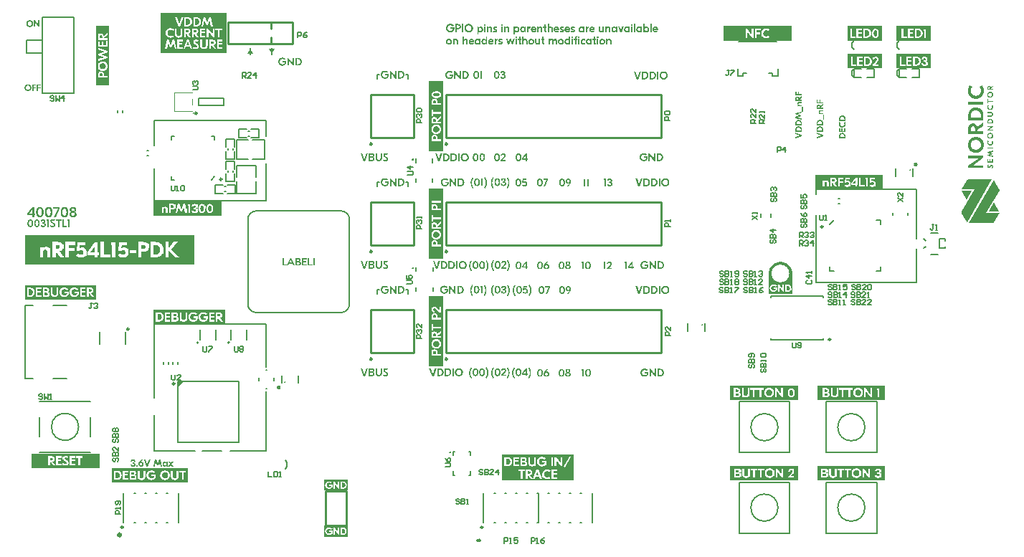
<source format=gto>
G04*
G04 #@! TF.GenerationSoftware,Altium Limited,Altium Designer,24.6.1 (21)*
G04*
G04 Layer_Color=65535*
%FSLAX24Y24*%
%MOIN*%
G70*
G04*
G04 #@! TF.SameCoordinates,91F66E80-D4C5-4370-B577-81E2DE0E6F9A*
G04*
G04*
G04 #@! TF.FilePolarity,Positive*
G04*
G01*
G75*
%ADD10C,0.0150*%
%ADD11C,0.0059*%
%ADD12C,0.0060*%
%ADD13C,0.0098*%
%ADD14C,0.0050*%
%ADD15C,0.0079*%
%ADD16C,0.0100*%
%ADD17C,0.0070*%
%ADD18C,0.0049*%
%ADD19C,0.0060*%
G36*
X915Y24151D02*
X863D01*
X717Y24357D01*
X717D01*
Y24151D01*
X662D01*
Y24452D01*
X713D01*
X859Y24245D01*
X860D01*
Y24452D01*
X915D01*
Y24151D01*
D02*
G37*
G36*
X28488Y24206D02*
X28413D01*
Y24279D01*
X28488D01*
Y24206D01*
D02*
G37*
G36*
X22455D02*
X22379D01*
Y24279D01*
X22455D01*
Y24206D01*
D02*
G37*
G36*
X21651D02*
X21576D01*
Y24279D01*
X21651D01*
Y24206D01*
D02*
G37*
G36*
X20025Y24290D02*
X20031Y24290D01*
X20038Y24289D01*
X20047Y24288D01*
X20057Y24286D01*
X20067Y24284D01*
X20078Y24281D01*
X20090Y24278D01*
X20102Y24274D01*
X20115Y24269D01*
X20127Y24263D01*
X20140Y24257D01*
X20152Y24249D01*
X20164Y24240D01*
X20118Y24181D01*
X20118Y24182D01*
X20116Y24183D01*
X20113Y24185D01*
X20110Y24187D01*
X20105Y24190D01*
X20100Y24193D01*
X20094Y24197D01*
X20088Y24200D01*
X20080Y24204D01*
X20072Y24207D01*
X20064Y24211D01*
X20055Y24214D01*
X20045Y24216D01*
X20035Y24218D01*
X20024Y24219D01*
X20014Y24220D01*
X20010D01*
X20008Y24219D01*
X20004D01*
X20000Y24219D01*
X19996Y24218D01*
X19991Y24218D01*
X19981Y24216D01*
X19970Y24213D01*
X19958Y24209D01*
X19947Y24203D01*
X19947D01*
X19946Y24202D01*
X19945Y24202D01*
X19943Y24200D01*
X19940Y24198D01*
X19938Y24196D01*
X19931Y24191D01*
X19924Y24185D01*
X19917Y24177D01*
X19910Y24168D01*
X19904Y24158D01*
Y24158D01*
X19903Y24157D01*
X19903Y24155D01*
X19901Y24153D01*
X19900Y24150D01*
X19899Y24147D01*
X19898Y24143D01*
X19896Y24139D01*
X19895Y24134D01*
X19894Y24129D01*
X19891Y24118D01*
X19890Y24106D01*
X19889Y24093D01*
Y24092D01*
Y24091D01*
Y24089D01*
X19889Y24086D01*
Y24083D01*
X19890Y24079D01*
X19890Y24075D01*
X19891Y24071D01*
X19893Y24060D01*
X19896Y24049D01*
X19899Y24038D01*
X19905Y24027D01*
Y24027D01*
X19905Y24026D01*
X19906Y24024D01*
X19907Y24022D01*
X19909Y24020D01*
X19911Y24017D01*
X19916Y24011D01*
X19922Y24004D01*
X19930Y23996D01*
X19939Y23989D01*
X19949Y23982D01*
X19949D01*
X19950Y23981D01*
X19952Y23980D01*
X19954Y23980D01*
X19957Y23978D01*
X19960Y23977D01*
X19964Y23975D01*
X19968Y23974D01*
X19973Y23972D01*
X19978Y23971D01*
X19984Y23970D01*
X19990Y23968D01*
X20003Y23967D01*
X20017Y23966D01*
X20020D01*
X20022Y23966D01*
X20025D01*
X20029Y23967D01*
X20033Y23967D01*
X20037Y23967D01*
X20046Y23969D01*
X20056Y23971D01*
X20066Y23974D01*
X20075Y23978D01*
X20076D01*
X20076Y23979D01*
X20077Y23980D01*
X20079Y23981D01*
X20083Y23983D01*
X20089Y23987D01*
X20095Y23992D01*
X20101Y23998D01*
X20107Y24004D01*
X20112Y24011D01*
Y24012D01*
X20113Y24012D01*
X20114Y24013D01*
X20114Y24015D01*
X20117Y24019D01*
X20119Y24024D01*
X20122Y24031D01*
X20124Y24038D01*
X20127Y24046D01*
X20128Y24054D01*
X20019D01*
Y24118D01*
X20201D01*
Y24117D01*
Y24116D01*
X20202Y24115D01*
Y24112D01*
Y24109D01*
X20202Y24105D01*
Y24101D01*
Y24096D01*
Y24095D01*
Y24094D01*
Y24090D01*
X20202Y24086D01*
X20201Y24082D01*
X20201Y24076D01*
X20200Y24070D01*
X20199Y24062D01*
X20198Y24055D01*
X20197Y24047D01*
X20193Y24029D01*
X20191Y24021D01*
X20188Y24012D01*
X20185Y24003D01*
X20181Y23994D01*
X20180Y23994D01*
X20180Y23993D01*
X20178Y23990D01*
X20177Y23987D01*
X20175Y23983D01*
X20172Y23979D01*
X20169Y23974D01*
X20165Y23969D01*
X20161Y23963D01*
X20156Y23957D01*
X20151Y23951D01*
X20145Y23945D01*
X20139Y23939D01*
X20132Y23933D01*
X20125Y23927D01*
X20117Y23922D01*
X20117Y23922D01*
X20115Y23921D01*
X20113Y23920D01*
X20110Y23918D01*
X20105Y23916D01*
X20101Y23914D01*
X20095Y23911D01*
X20088Y23909D01*
X20081Y23906D01*
X20074Y23904D01*
X20065Y23902D01*
X20056Y23900D01*
X20046Y23898D01*
X20035Y23897D01*
X20025Y23896D01*
X20013Y23895D01*
X20008D01*
X20004Y23896D01*
X19998Y23896D01*
X19993Y23897D01*
X19986Y23897D01*
X19979Y23899D01*
X19971Y23900D01*
X19963Y23901D01*
X19954Y23903D01*
X19945Y23906D01*
X19936Y23908D01*
X19927Y23912D01*
X19918Y23915D01*
X19910Y23919D01*
X19909Y23920D01*
X19908Y23921D01*
X19905Y23922D01*
X19902Y23924D01*
X19898Y23926D01*
X19894Y23930D01*
X19889Y23933D01*
X19884Y23937D01*
X19878Y23942D01*
X19872Y23947D01*
X19866Y23952D01*
X19861Y23959D01*
X19855Y23965D01*
X19849Y23972D01*
X19844Y23980D01*
X19839Y23988D01*
X19838Y23989D01*
X19837Y23990D01*
X19836Y23993D01*
X19835Y23996D01*
X19833Y24000D01*
X19830Y24005D01*
X19828Y24011D01*
X19826Y24018D01*
X19823Y24026D01*
X19821Y24033D01*
X19818Y24042D01*
X19817Y24051D01*
X19815Y24061D01*
X19814Y24071D01*
X19813Y24082D01*
X19813Y24093D01*
Y24094D01*
Y24095D01*
Y24098D01*
X19813Y24103D01*
X19813Y24108D01*
X19814Y24114D01*
X19815Y24120D01*
X19816Y24127D01*
X19817Y24135D01*
X19819Y24143D01*
X19821Y24152D01*
X19823Y24161D01*
X19826Y24170D01*
X19829Y24178D01*
X19833Y24187D01*
X19838Y24196D01*
X19838Y24196D01*
X19839Y24198D01*
X19841Y24200D01*
X19842Y24203D01*
X19845Y24207D01*
X19848Y24211D01*
X19852Y24216D01*
X19856Y24221D01*
X19861Y24227D01*
X19866Y24233D01*
X19872Y24239D01*
X19879Y24244D01*
X19886Y24250D01*
X19893Y24255D01*
X19901Y24261D01*
X19909Y24266D01*
X19910Y24266D01*
X19911Y24267D01*
X19914Y24268D01*
X19918Y24270D01*
X19922Y24272D01*
X19927Y24274D01*
X19933Y24276D01*
X19940Y24278D01*
X19947Y24280D01*
X19956Y24283D01*
X19965Y24285D01*
X19974Y24286D01*
X19984Y24288D01*
X19995Y24289D01*
X20005Y24290D01*
X20017Y24290D01*
X20022D01*
X20025Y24290D01*
D02*
G37*
G36*
X470Y24458D02*
X474Y24457D01*
X479Y24457D01*
X484Y24456D01*
X490Y24455D01*
X496Y24455D01*
X502Y24453D01*
X509Y24452D01*
X516Y24450D01*
X522Y24447D01*
X530Y24445D01*
X536Y24442D01*
X543Y24438D01*
X544Y24438D01*
X545Y24437D01*
X547Y24436D01*
X549Y24435D01*
X552Y24433D01*
X556Y24430D01*
X560Y24427D01*
X564Y24424D01*
X569Y24420D01*
X573Y24416D01*
X578Y24411D01*
X583Y24406D01*
X587Y24401D01*
X592Y24395D01*
X596Y24389D01*
X600Y24382D01*
X600Y24382D01*
X601Y24381D01*
X602Y24379D01*
X603Y24376D01*
X605Y24373D01*
X607Y24369D01*
X609Y24364D01*
X610Y24359D01*
X612Y24353D01*
X614Y24347D01*
X616Y24340D01*
X618Y24333D01*
X619Y24325D01*
X620Y24318D01*
X620Y24309D01*
X621Y24301D01*
Y24300D01*
Y24299D01*
Y24297D01*
X620Y24293D01*
X620Y24289D01*
X620Y24285D01*
X619Y24279D01*
X618Y24274D01*
X617Y24268D01*
X616Y24261D01*
X614Y24255D01*
X612Y24247D01*
X610Y24241D01*
X607Y24233D01*
X604Y24226D01*
X600Y24220D01*
X600Y24219D01*
X599Y24218D01*
X598Y24216D01*
X596Y24214D01*
X594Y24211D01*
X592Y24207D01*
X589Y24203D01*
X585Y24199D01*
X581Y24195D01*
X577Y24190D01*
X573Y24186D01*
X567Y24181D01*
X562Y24177D01*
X556Y24172D01*
X550Y24168D01*
X543Y24164D01*
X543Y24164D01*
X542Y24163D01*
X540Y24162D01*
X537Y24161D01*
X534Y24159D01*
X530Y24158D01*
X525Y24156D01*
X520Y24154D01*
X514Y24153D01*
X508Y24151D01*
X501Y24149D01*
X494Y24148D01*
X487Y24146D01*
X479Y24145D01*
X471Y24145D01*
X463Y24144D01*
X458D01*
X455Y24145D01*
X452Y24145D01*
X447Y24145D01*
X442Y24146D01*
X436Y24147D01*
X430Y24148D01*
X424Y24149D01*
X417Y24151D01*
X410Y24153D01*
X403Y24155D01*
X396Y24158D01*
X389Y24161D01*
X383Y24164D01*
X382Y24164D01*
X381Y24165D01*
X379Y24166D01*
X377Y24168D01*
X374Y24170D01*
X370Y24172D01*
X366Y24175D01*
X362Y24178D01*
X358Y24182D01*
X353Y24186D01*
X348Y24191D01*
X344Y24196D01*
X339Y24201D01*
X334Y24207D01*
X330Y24213D01*
X326Y24220D01*
X326Y24220D01*
X325Y24221D01*
X324Y24223D01*
X323Y24226D01*
X321Y24229D01*
X319Y24233D01*
X317Y24238D01*
X316Y24243D01*
X314Y24249D01*
X312Y24255D01*
X310Y24262D01*
X308Y24269D01*
X307Y24277D01*
X306Y24284D01*
X306Y24293D01*
X305Y24301D01*
Y24302D01*
Y24303D01*
Y24305D01*
X306Y24309D01*
X306Y24313D01*
X307Y24317D01*
X307Y24323D01*
X308Y24328D01*
X309Y24334D01*
X310Y24341D01*
X312Y24348D01*
X314Y24355D01*
X316Y24362D01*
X319Y24369D01*
X322Y24376D01*
X326Y24382D01*
X326Y24383D01*
X327Y24384D01*
X328Y24386D01*
X330Y24388D01*
X332Y24392D01*
X334Y24395D01*
X337Y24399D01*
X341Y24403D01*
X345Y24407D01*
X349Y24412D01*
X354Y24417D01*
X359Y24421D01*
X364Y24426D01*
X370Y24430D01*
X376Y24435D01*
X383Y24438D01*
X383Y24439D01*
X384Y24439D01*
X386Y24440D01*
X389Y24441D01*
X392Y24443D01*
X396Y24445D01*
X401Y24446D01*
X406Y24448D01*
X412Y24450D01*
X418Y24452D01*
X425Y24453D01*
X432Y24455D01*
X439Y24456D01*
X447Y24457D01*
X455Y24458D01*
X463Y24458D01*
X467D01*
X470Y24458D01*
D02*
G37*
G36*
X23115Y24161D02*
X23119D01*
X23122Y24161D01*
X23126Y24160D01*
X23130Y24160D01*
X23139Y24158D01*
X23149Y24155D01*
X23160Y24151D01*
X23170Y24146D01*
X23171D01*
X23172Y24145D01*
X23173Y24144D01*
X23175Y24143D01*
X23177Y24141D01*
X23180Y24139D01*
X23187Y24134D01*
X23193Y24128D01*
X23201Y24120D01*
X23208Y24110D01*
X23214Y24100D01*
Y24099D01*
X23215Y24099D01*
X23216Y24097D01*
X23216Y24095D01*
X23218Y24092D01*
X23219Y24088D01*
X23221Y24084D01*
X23222Y24080D01*
X23223Y24075D01*
X23225Y24069D01*
X23227Y24063D01*
X23228Y24057D01*
X23229Y24043D01*
X23230Y24028D01*
Y24028D01*
Y24026D01*
Y24024D01*
X23230Y24021D01*
Y24018D01*
X23229Y24013D01*
X23229Y24009D01*
X23228Y24004D01*
X23226Y23993D01*
X23223Y23980D01*
X23220Y23968D01*
X23214Y23956D01*
Y23956D01*
X23213Y23955D01*
X23212Y23954D01*
X23211Y23952D01*
X23210Y23949D01*
X23208Y23946D01*
X23203Y23939D01*
X23196Y23932D01*
X23189Y23925D01*
X23180Y23917D01*
X23170Y23911D01*
X23170D01*
X23169Y23910D01*
X23168Y23909D01*
X23166Y23908D01*
X23163Y23907D01*
X23160Y23906D01*
X23157Y23904D01*
X23153Y23903D01*
X23144Y23900D01*
X23133Y23898D01*
X23122Y23896D01*
X23110Y23895D01*
X23105D01*
X23102Y23896D01*
X23100Y23896D01*
X23093Y23897D01*
X23085Y23898D01*
X23076Y23900D01*
X23068Y23903D01*
X23060Y23906D01*
X23060D01*
X23059Y23907D01*
X23058Y23908D01*
X23056Y23908D01*
X23053Y23911D01*
X23048Y23915D01*
X23043Y23919D01*
X23037Y23925D01*
X23032Y23931D01*
X23027Y23938D01*
X23025D01*
Y23795D01*
X22959D01*
Y24154D01*
X23025D01*
Y24118D01*
X23027D01*
Y24119D01*
X23027Y24119D01*
X23029Y24122D01*
X23032Y24125D01*
X23036Y24130D01*
X23040Y24135D01*
X23046Y24140D01*
X23052Y24145D01*
X23060Y24150D01*
X23060D01*
X23061Y24151D01*
X23062Y24151D01*
X23063Y24152D01*
X23066Y24153D01*
X23068Y24154D01*
X23074Y24156D01*
X23081Y24158D01*
X23090Y24160D01*
X23099Y24161D01*
X23110Y24162D01*
X23113D01*
X23115Y24161D01*
D02*
G37*
G36*
X21420D02*
X21424D01*
X21427Y24161D01*
X21431Y24160D01*
X21435Y24160D01*
X21444Y24158D01*
X21454Y24155D01*
X21465Y24151D01*
X21475Y24146D01*
X21476D01*
X21477Y24145D01*
X21478Y24144D01*
X21480Y24143D01*
X21482Y24141D01*
X21485Y24139D01*
X21491Y24134D01*
X21498Y24128D01*
X21506Y24120D01*
X21513Y24110D01*
X21519Y24100D01*
Y24099D01*
X21520Y24099D01*
X21521Y24097D01*
X21521Y24095D01*
X21523Y24092D01*
X21524Y24088D01*
X21526Y24084D01*
X21527Y24080D01*
X21528Y24075D01*
X21530Y24069D01*
X21532Y24063D01*
X21533Y24057D01*
X21534Y24043D01*
X21535Y24028D01*
Y24028D01*
Y24026D01*
Y24024D01*
X21535Y24021D01*
Y24018D01*
X21534Y24013D01*
X21534Y24009D01*
X21533Y24004D01*
X21531Y23993D01*
X21528Y23980D01*
X21525Y23968D01*
X21519Y23956D01*
Y23956D01*
X21518Y23955D01*
X21517Y23954D01*
X21516Y23952D01*
X21515Y23949D01*
X21513Y23946D01*
X21508Y23939D01*
X21501Y23932D01*
X21494Y23925D01*
X21485Y23917D01*
X21475Y23911D01*
X21475D01*
X21474Y23910D01*
X21473Y23909D01*
X21471Y23908D01*
X21468Y23907D01*
X21465Y23906D01*
X21462Y23904D01*
X21458Y23903D01*
X21449Y23900D01*
X21438Y23898D01*
X21427Y23896D01*
X21415Y23895D01*
X21410D01*
X21407Y23896D01*
X21405Y23896D01*
X21398Y23897D01*
X21390Y23898D01*
X21381Y23900D01*
X21373Y23903D01*
X21365Y23906D01*
X21365D01*
X21364Y23907D01*
X21363Y23908D01*
X21361Y23908D01*
X21358Y23911D01*
X21353Y23915D01*
X21348Y23919D01*
X21342Y23925D01*
X21337Y23931D01*
X21332Y23938D01*
X21330D01*
Y23795D01*
X21264D01*
Y24154D01*
X21330D01*
Y24118D01*
X21332D01*
Y24119D01*
X21332Y24119D01*
X21334Y24122D01*
X21337Y24125D01*
X21341Y24130D01*
X21345Y24135D01*
X21351Y24140D01*
X21357Y24145D01*
X21365Y24150D01*
X21365D01*
X21366Y24151D01*
X21367Y24151D01*
X21368Y24152D01*
X21371Y24153D01*
X21373Y24154D01*
X21379Y24156D01*
X21386Y24158D01*
X21395Y24160D01*
X21404Y24161D01*
X21415Y24162D01*
X21418D01*
X21420Y24161D01*
D02*
G37*
G36*
X27372D02*
X27375Y24161D01*
X27379Y24160D01*
X27384Y24160D01*
X27389Y24158D01*
X27400Y24155D01*
X27406Y24153D01*
X27412Y24151D01*
X27418Y24148D01*
X27423Y24144D01*
X27428Y24140D01*
X27433Y24136D01*
X27434Y24136D01*
X27434Y24135D01*
X27436Y24133D01*
X27437Y24131D01*
X27439Y24128D01*
X27442Y24125D01*
X27443Y24121D01*
X27446Y24117D01*
X27449Y24112D01*
X27451Y24106D01*
X27453Y24099D01*
X27455Y24092D01*
X27456Y24085D01*
X27458Y24076D01*
X27458Y24068D01*
X27459Y24058D01*
Y23903D01*
X27392D01*
Y24042D01*
Y24043D01*
Y24044D01*
X27392Y24048D01*
X27391Y24051D01*
X27390Y24055D01*
X27389Y24060D01*
X27388Y24066D01*
X27386Y24071D01*
X27383Y24076D01*
X27379Y24082D01*
X27375Y24086D01*
X27370Y24091D01*
X27364Y24094D01*
X27357Y24097D01*
X27350Y24099D01*
X27341Y24100D01*
X27338D01*
X27336Y24099D01*
X27334D01*
X27331Y24099D01*
X27325Y24097D01*
X27318Y24095D01*
X27311Y24092D01*
X27304Y24088D01*
X27301Y24085D01*
X27298Y24082D01*
X27297Y24081D01*
X27296Y24080D01*
X27295Y24078D01*
X27294Y24077D01*
X27293Y24074D01*
X27291Y24072D01*
X27290Y24068D01*
X27288Y24064D01*
X27287Y24060D01*
X27285Y24056D01*
X27284Y24051D01*
X27284Y24045D01*
X27283Y24039D01*
X27282Y24033D01*
Y24026D01*
Y23903D01*
X27216D01*
Y24154D01*
X27282D01*
Y24116D01*
X27283D01*
Y24116D01*
X27284Y24117D01*
X27284Y24117D01*
X27285Y24119D01*
X27288Y24123D01*
X27292Y24128D01*
X27297Y24134D01*
X27302Y24139D01*
X27309Y24145D01*
X27317Y24150D01*
X27317D01*
X27317Y24150D01*
X27319Y24151D01*
X27320Y24152D01*
X27322Y24152D01*
X27324Y24154D01*
X27330Y24156D01*
X27337Y24158D01*
X27346Y24160D01*
X27355Y24161D01*
X27364Y24162D01*
X27369D01*
X27372Y24161D01*
D02*
G37*
G36*
X24208D02*
X24212Y24161D01*
X24216Y24160D01*
X24221Y24160D01*
X24226Y24158D01*
X24237Y24155D01*
X24243Y24153D01*
X24248Y24151D01*
X24254Y24148D01*
X24260Y24144D01*
X24265Y24140D01*
X24270Y24136D01*
X24270Y24136D01*
X24271Y24135D01*
X24272Y24133D01*
X24274Y24131D01*
X24276Y24128D01*
X24278Y24125D01*
X24280Y24121D01*
X24283Y24117D01*
X24285Y24112D01*
X24287Y24106D01*
X24290Y24099D01*
X24292Y24092D01*
X24293Y24085D01*
X24294Y24076D01*
X24295Y24068D01*
X24296Y24058D01*
Y23903D01*
X24229D01*
Y24042D01*
Y24043D01*
Y24044D01*
X24228Y24048D01*
X24228Y24051D01*
X24227Y24055D01*
X24226Y24060D01*
X24224Y24066D01*
X24222Y24071D01*
X24220Y24076D01*
X24216Y24082D01*
X24212Y24086D01*
X24207Y24091D01*
X24201Y24094D01*
X24194Y24097D01*
X24186Y24099D01*
X24177Y24100D01*
X24175D01*
X24173Y24099D01*
X24171D01*
X24168Y24099D01*
X24162Y24097D01*
X24155Y24095D01*
X24148Y24092D01*
X24141Y24088D01*
X24138Y24085D01*
X24134Y24082D01*
X24134Y24081D01*
X24133Y24080D01*
X24132Y24078D01*
X24131Y24077D01*
X24129Y24074D01*
X24128Y24072D01*
X24127Y24068D01*
X24125Y24064D01*
X24124Y24060D01*
X24122Y24056D01*
X24121Y24051D01*
X24120Y24045D01*
X24119Y24039D01*
X24119Y24033D01*
Y24026D01*
Y23903D01*
X24053D01*
Y24154D01*
X24118D01*
Y24116D01*
X24119D01*
Y24116D01*
X24120Y24117D01*
X24121Y24117D01*
X24122Y24119D01*
X24125Y24123D01*
X24129Y24128D01*
X24134Y24134D01*
X24139Y24139D01*
X24146Y24145D01*
X24153Y24150D01*
X24154D01*
X24154Y24150D01*
X24155Y24151D01*
X24157Y24152D01*
X24159Y24152D01*
X24161Y24154D01*
X24167Y24156D01*
X24174Y24158D01*
X24182Y24160D01*
X24191Y24161D01*
X24201Y24162D01*
X24206D01*
X24208Y24161D01*
D02*
G37*
G36*
X22666D02*
X22670Y24161D01*
X22674Y24160D01*
X22679Y24160D01*
X22684Y24158D01*
X22695Y24155D01*
X22701Y24153D01*
X22706Y24151D01*
X22712Y24148D01*
X22718Y24144D01*
X22723Y24140D01*
X22728Y24136D01*
X22728Y24136D01*
X22729Y24135D01*
X22730Y24133D01*
X22732Y24131D01*
X22734Y24128D01*
X22736Y24125D01*
X22738Y24121D01*
X22741Y24117D01*
X22743Y24112D01*
X22745Y24106D01*
X22748Y24099D01*
X22749Y24092D01*
X22751Y24085D01*
X22752Y24076D01*
X22753Y24068D01*
X22753Y24058D01*
Y23903D01*
X22687D01*
Y24042D01*
Y24043D01*
Y24044D01*
X22686Y24048D01*
X22686Y24051D01*
X22685Y24055D01*
X22684Y24060D01*
X22682Y24066D01*
X22680Y24071D01*
X22678Y24076D01*
X22674Y24082D01*
X22670Y24086D01*
X22665Y24091D01*
X22659Y24094D01*
X22652Y24097D01*
X22644Y24099D01*
X22635Y24100D01*
X22632D01*
X22631Y24099D01*
X22628D01*
X22626Y24099D01*
X22620Y24097D01*
X22613Y24095D01*
X22606Y24092D01*
X22599Y24088D01*
X22595Y24085D01*
X22592Y24082D01*
X22592Y24081D01*
X22591Y24080D01*
X22590Y24078D01*
X22589Y24077D01*
X22587Y24074D01*
X22586Y24072D01*
X22584Y24068D01*
X22583Y24064D01*
X22582Y24060D01*
X22580Y24056D01*
X22579Y24051D01*
X22578Y24045D01*
X22577Y24039D01*
X22577Y24033D01*
Y24026D01*
Y23903D01*
X22511D01*
Y24154D01*
X22576D01*
Y24116D01*
X22577D01*
Y24116D01*
X22578Y24117D01*
X22579Y24117D01*
X22580Y24119D01*
X22582Y24123D01*
X22586Y24128D01*
X22592Y24134D01*
X22597Y24139D01*
X22604Y24145D01*
X22611Y24150D01*
X22612D01*
X22612Y24150D01*
X22613Y24151D01*
X22615Y24152D01*
X22617Y24152D01*
X22619Y24154D01*
X22625Y24156D01*
X22632Y24158D01*
X22640Y24160D01*
X22649Y24161D01*
X22659Y24162D01*
X22663D01*
X22666Y24161D01*
D02*
G37*
G36*
X21862D02*
X21866Y24161D01*
X21870Y24160D01*
X21875Y24160D01*
X21880Y24158D01*
X21891Y24155D01*
X21897Y24153D01*
X21903Y24151D01*
X21908Y24148D01*
X21914Y24144D01*
X21919Y24140D01*
X21924Y24136D01*
X21925Y24136D01*
X21925Y24135D01*
X21927Y24133D01*
X21928Y24131D01*
X21930Y24128D01*
X21932Y24125D01*
X21934Y24121D01*
X21937Y24117D01*
X21940Y24112D01*
X21941Y24106D01*
X21944Y24099D01*
X21946Y24092D01*
X21947Y24085D01*
X21949Y24076D01*
X21949Y24068D01*
X21950Y24058D01*
Y23903D01*
X21883D01*
Y24042D01*
Y24043D01*
Y24044D01*
X21883Y24048D01*
X21882Y24051D01*
X21881Y24055D01*
X21880Y24060D01*
X21879Y24066D01*
X21877Y24071D01*
X21874Y24076D01*
X21870Y24082D01*
X21866Y24086D01*
X21861Y24091D01*
X21855Y24094D01*
X21848Y24097D01*
X21840Y24099D01*
X21831Y24100D01*
X21829D01*
X21827Y24099D01*
X21825D01*
X21822Y24099D01*
X21816Y24097D01*
X21809Y24095D01*
X21802Y24092D01*
X21795Y24088D01*
X21792Y24085D01*
X21789Y24082D01*
X21788Y24081D01*
X21787Y24080D01*
X21786Y24078D01*
X21785Y24077D01*
X21783Y24074D01*
X21782Y24072D01*
X21781Y24068D01*
X21779Y24064D01*
X21778Y24060D01*
X21776Y24056D01*
X21775Y24051D01*
X21774Y24045D01*
X21774Y24039D01*
X21773Y24033D01*
Y24026D01*
Y23903D01*
X21707D01*
Y24154D01*
X21772D01*
Y24116D01*
X21774D01*
Y24116D01*
X21774Y24117D01*
X21775Y24117D01*
X21776Y24119D01*
X21779Y24123D01*
X21783Y24128D01*
X21788Y24134D01*
X21793Y24139D01*
X21800Y24145D01*
X21807Y24150D01*
X21808D01*
X21808Y24150D01*
X21809Y24151D01*
X21811Y24152D01*
X21813Y24152D01*
X21815Y24154D01*
X21821Y24156D01*
X21828Y24158D01*
X21837Y24160D01*
X21846Y24161D01*
X21855Y24162D01*
X21860D01*
X21862Y24161D01*
D02*
G37*
G36*
X26459Y24090D02*
X26448D01*
X26445Y24089D01*
X26442D01*
X26438Y24088D01*
X26433Y24088D01*
X26429Y24087D01*
X26419Y24085D01*
X26409Y24081D01*
X26404Y24079D01*
X26400Y24077D01*
X26396Y24073D01*
X26392Y24070D01*
X26391Y24070D01*
X26391Y24069D01*
X26390Y24068D01*
X26389Y24066D01*
X26387Y24064D01*
X26386Y24061D01*
X26384Y24058D01*
X26382Y24055D01*
X26381Y24050D01*
X26379Y24046D01*
X26377Y24040D01*
X26376Y24035D01*
X26375Y24028D01*
X26374Y24021D01*
X26373Y24014D01*
X26373Y24005D01*
Y23903D01*
X26307D01*
Y24154D01*
X26373D01*
Y24100D01*
X26374D01*
Y24101D01*
X26374Y24101D01*
X26375Y24103D01*
X26376Y24105D01*
X26376Y24108D01*
X26378Y24110D01*
X26381Y24117D01*
X26386Y24124D01*
X26391Y24132D01*
X26397Y24139D01*
X26404Y24145D01*
X26405D01*
X26406Y24146D01*
X26407Y24147D01*
X26408Y24148D01*
X26410Y24149D01*
X26413Y24151D01*
X26416Y24152D01*
X26419Y24153D01*
X26426Y24156D01*
X26435Y24159D01*
X26446Y24160D01*
X26457Y24161D01*
X26459D01*
Y24090D01*
D02*
G37*
G36*
X23739D02*
X23728D01*
X23725Y24089D01*
X23722D01*
X23718Y24088D01*
X23714Y24088D01*
X23709Y24087D01*
X23699Y24085D01*
X23689Y24081D01*
X23684Y24079D01*
X23680Y24077D01*
X23676Y24073D01*
X23672Y24070D01*
X23671Y24070D01*
X23671Y24069D01*
X23670Y24068D01*
X23669Y24066D01*
X23668Y24064D01*
X23666Y24061D01*
X23664Y24058D01*
X23662Y24055D01*
X23661Y24050D01*
X23659Y24046D01*
X23657Y24040D01*
X23656Y24035D01*
X23655Y24028D01*
X23654Y24021D01*
X23653Y24014D01*
X23653Y24005D01*
Y23903D01*
X23587D01*
Y24154D01*
X23653D01*
Y24100D01*
X23654D01*
Y24101D01*
X23654Y24101D01*
X23655Y24103D01*
X23656Y24105D01*
X23657Y24108D01*
X23658Y24110D01*
X23661Y24117D01*
X23666Y24124D01*
X23671Y24132D01*
X23677Y24139D01*
X23684Y24145D01*
X23685D01*
X23686Y24146D01*
X23687Y24147D01*
X23688Y24148D01*
X23690Y24149D01*
X23693Y24151D01*
X23696Y24152D01*
X23699Y24153D01*
X23706Y24156D01*
X23715Y24159D01*
X23726Y24160D01*
X23737Y24161D01*
X23739D01*
Y24090D01*
D02*
G37*
G36*
X25718Y24161D02*
X25722D01*
X25726Y24161D01*
X25732Y24160D01*
X25737Y24160D01*
X25744Y24158D01*
X25751Y24157D01*
X25758Y24156D01*
X25766Y24154D01*
X25782Y24150D01*
X25791Y24147D01*
X25800Y24144D01*
X25777Y24088D01*
X25777Y24089D01*
X25775Y24089D01*
X25773Y24090D01*
X25770Y24091D01*
X25767Y24092D01*
X25763Y24094D01*
X25758Y24095D01*
X25753Y24097D01*
X25742Y24100D01*
X25730Y24103D01*
X25719Y24105D01*
X25713Y24106D01*
X25702D01*
X25699Y24105D01*
X25692Y24104D01*
X25690Y24103D01*
X25687Y24102D01*
X25686D01*
X25686Y24101D01*
X25684Y24099D01*
X25682Y24095D01*
X25682Y24094D01*
X25681Y24091D01*
Y24090D01*
Y24090D01*
X25682Y24088D01*
X25682Y24086D01*
X25684Y24083D01*
X25685Y24081D01*
X25686Y24079D01*
X25687Y24078D01*
X25688Y24078D01*
X25689Y24077D01*
X25691Y24075D01*
X25693Y24074D01*
X25697Y24072D01*
X25701Y24070D01*
X25705Y24068D01*
X25750Y24048D01*
X25750D01*
X25751Y24048D01*
X25753Y24047D01*
X25755Y24046D01*
X25757Y24045D01*
X25759Y24044D01*
X25766Y24040D01*
X25772Y24036D01*
X25780Y24031D01*
X25786Y24026D01*
X25792Y24020D01*
X25792Y24019D01*
X25794Y24016D01*
X25796Y24013D01*
X25799Y24007D01*
X25801Y24001D01*
X25803Y23994D01*
X25805Y23985D01*
X25805Y23975D01*
Y23975D01*
Y23974D01*
Y23971D01*
X25805Y23969D01*
X25805Y23965D01*
X25804Y23961D01*
X25803Y23957D01*
X25802Y23953D01*
X25800Y23948D01*
X25799Y23943D01*
X25796Y23938D01*
X25794Y23933D01*
X25791Y23928D01*
X25787Y23923D01*
X25783Y23919D01*
X25778Y23915D01*
X25777Y23915D01*
X25776Y23914D01*
X25775Y23913D01*
X25772Y23912D01*
X25770Y23910D01*
X25766Y23909D01*
X25762Y23907D01*
X25758Y23905D01*
X25753Y23903D01*
X25747Y23902D01*
X25741Y23900D01*
X25734Y23899D01*
X25727Y23897D01*
X25719Y23896D01*
X25710Y23896D01*
X25702Y23895D01*
X25697D01*
X25695Y23896D01*
X25688D01*
X25685Y23896D01*
X25677Y23897D01*
X25667Y23898D01*
X25657Y23900D01*
X25647Y23902D01*
X25646D01*
X25645Y23902D01*
X25644Y23903D01*
X25642Y23903D01*
X25639Y23904D01*
X25636Y23904D01*
X25629Y23906D01*
X25622Y23909D01*
X25613Y23913D01*
X25603Y23917D01*
X25594Y23921D01*
X25622Y23978D01*
X25622Y23978D01*
X25624Y23977D01*
X25626Y23976D01*
X25629Y23974D01*
X25633Y23972D01*
X25638Y23970D01*
X25643Y23967D01*
X25649Y23965D01*
X25655Y23963D01*
X25662Y23960D01*
X25676Y23956D01*
X25683Y23954D01*
X25691Y23953D01*
X25698Y23952D01*
X25706Y23952D01*
X25708D01*
X25710Y23952D01*
X25715Y23953D01*
X25721Y23954D01*
X25727Y23956D01*
X25732Y23960D01*
X25734Y23961D01*
X25735Y23964D01*
X25736Y23967D01*
X25737Y23970D01*
Y23970D01*
Y23971D01*
X25736Y23972D01*
X25736Y23974D01*
X25735Y23978D01*
X25733Y23980D01*
X25732Y23981D01*
X25731Y23982D01*
X25731Y23982D01*
X25730Y23983D01*
X25728Y23984D01*
X25726Y23985D01*
X25723Y23987D01*
X25719Y23989D01*
X25715Y23991D01*
X25670Y24011D01*
X25669D01*
X25669Y24012D01*
X25667Y24012D01*
X25665Y24013D01*
X25663Y24015D01*
X25660Y24016D01*
X25654Y24020D01*
X25647Y24024D01*
X25640Y24030D01*
X25633Y24036D01*
X25627Y24042D01*
Y24043D01*
X25627Y24043D01*
X25626Y24044D01*
X25625Y24046D01*
X25623Y24049D01*
X25620Y24055D01*
X25618Y24061D01*
X25616Y24068D01*
X25614Y24077D01*
X25614Y24086D01*
Y24086D01*
Y24087D01*
Y24089D01*
X25614Y24092D01*
X25614Y24095D01*
X25615Y24098D01*
X25617Y24106D01*
X25620Y24116D01*
X25622Y24120D01*
X25624Y24125D01*
X25627Y24130D01*
X25630Y24134D01*
X25634Y24138D01*
X25638Y24142D01*
X25639Y24142D01*
X25640Y24143D01*
X25641Y24144D01*
X25643Y24145D01*
X25646Y24147D01*
X25649Y24148D01*
X25653Y24150D01*
X25657Y24152D01*
X25662Y24154D01*
X25667Y24155D01*
X25673Y24157D01*
X25680Y24158D01*
X25686Y24160D01*
X25694Y24161D01*
X25702Y24161D01*
X25711Y24162D01*
X25715D01*
X25718Y24161D01*
D02*
G37*
G36*
X25213D02*
X25216D01*
X25221Y24161D01*
X25227Y24160D01*
X25232Y24160D01*
X25239Y24158D01*
X25245Y24157D01*
X25253Y24156D01*
X25261Y24154D01*
X25277Y24150D01*
X25286Y24147D01*
X25294Y24144D01*
X25272Y24088D01*
X25271Y24089D01*
X25270Y24089D01*
X25268Y24090D01*
X25265Y24091D01*
X25262Y24092D01*
X25257Y24094D01*
X25253Y24095D01*
X25248Y24097D01*
X25237Y24100D01*
X25225Y24103D01*
X25213Y24105D01*
X25207Y24106D01*
X25197D01*
X25194Y24105D01*
X25187Y24104D01*
X25184Y24103D01*
X25181Y24102D01*
X25181D01*
X25181Y24101D01*
X25179Y24099D01*
X25177Y24095D01*
X25176Y24094D01*
X25176Y24091D01*
Y24090D01*
Y24090D01*
X25176Y24088D01*
X25177Y24086D01*
X25178Y24083D01*
X25179Y24081D01*
X25181Y24079D01*
X25181Y24078D01*
X25182Y24078D01*
X25183Y24077D01*
X25185Y24075D01*
X25188Y24074D01*
X25191Y24072D01*
X25195Y24070D01*
X25200Y24068D01*
X25245Y24048D01*
X25245D01*
X25246Y24048D01*
X25247Y24047D01*
X25249Y24046D01*
X25252Y24045D01*
X25254Y24044D01*
X25260Y24040D01*
X25267Y24036D01*
X25274Y24031D01*
X25280Y24026D01*
X25286Y24020D01*
X25287Y24019D01*
X25289Y24016D01*
X25291Y24013D01*
X25293Y24007D01*
X25296Y24001D01*
X25298Y23994D01*
X25300Y23985D01*
X25300Y23975D01*
Y23975D01*
Y23974D01*
Y23971D01*
X25300Y23969D01*
X25299Y23965D01*
X25298Y23961D01*
X25298Y23957D01*
X25297Y23953D01*
X25295Y23948D01*
X25293Y23943D01*
X25291Y23938D01*
X25288Y23933D01*
X25285Y23928D01*
X25281Y23923D01*
X25277Y23919D01*
X25272Y23915D01*
X25272Y23915D01*
X25271Y23914D01*
X25269Y23913D01*
X25267Y23912D01*
X25264Y23910D01*
X25261Y23909D01*
X25257Y23907D01*
X25253Y23905D01*
X25247Y23903D01*
X25241Y23902D01*
X25235Y23900D01*
X25229Y23899D01*
X25221Y23897D01*
X25214Y23896D01*
X25205Y23896D01*
X25196Y23895D01*
X25192D01*
X25189Y23896D01*
X25183D01*
X25179Y23896D01*
X25171Y23897D01*
X25162Y23898D01*
X25152Y23900D01*
X25141Y23902D01*
X25141D01*
X25140Y23902D01*
X25139Y23903D01*
X25137Y23903D01*
X25134Y23904D01*
X25131Y23904D01*
X25124Y23906D01*
X25116Y23909D01*
X25107Y23913D01*
X25098Y23917D01*
X25089Y23921D01*
X25116Y23978D01*
X25117Y23978D01*
X25118Y23977D01*
X25120Y23976D01*
X25124Y23974D01*
X25128Y23972D01*
X25132Y23970D01*
X25137Y23967D01*
X25143Y23965D01*
X25150Y23963D01*
X25156Y23960D01*
X25170Y23956D01*
X25178Y23954D01*
X25185Y23953D01*
X25193Y23952D01*
X25200Y23952D01*
X25203D01*
X25205Y23952D01*
X25210Y23953D01*
X25216Y23954D01*
X25221Y23956D01*
X25227Y23960D01*
X25229Y23961D01*
X25230Y23964D01*
X25231Y23967D01*
X25231Y23970D01*
Y23970D01*
Y23971D01*
X25231Y23972D01*
X25231Y23974D01*
X25229Y23978D01*
X25228Y23980D01*
X25226Y23981D01*
X25226Y23982D01*
X25225Y23982D01*
X25224Y23983D01*
X25222Y23984D01*
X25220Y23985D01*
X25217Y23987D01*
X25214Y23989D01*
X25210Y23991D01*
X25164Y24011D01*
X25164D01*
X25163Y24012D01*
X25162Y24012D01*
X25160Y24013D01*
X25157Y24015D01*
X25155Y24016D01*
X25148Y24020D01*
X25141Y24024D01*
X25134Y24030D01*
X25128Y24036D01*
X25122Y24042D01*
Y24043D01*
X25121Y24043D01*
X25120Y24044D01*
X25120Y24046D01*
X25117Y24049D01*
X25115Y24055D01*
X25113Y24061D01*
X25110Y24068D01*
X25109Y24077D01*
X25108Y24086D01*
Y24086D01*
Y24087D01*
Y24089D01*
X25109Y24092D01*
X25109Y24095D01*
X25109Y24098D01*
X25111Y24106D01*
X25114Y24116D01*
X25117Y24120D01*
X25119Y24125D01*
X25122Y24130D01*
X25125Y24134D01*
X25129Y24138D01*
X25133Y24142D01*
X25133Y24142D01*
X25134Y24143D01*
X25136Y24144D01*
X25138Y24145D01*
X25141Y24147D01*
X25144Y24148D01*
X25147Y24150D01*
X25152Y24152D01*
X25156Y24154D01*
X25162Y24155D01*
X25168Y24157D01*
X25174Y24158D01*
X25181Y24160D01*
X25189Y24161D01*
X25197Y24161D01*
X25205Y24162D01*
X25210D01*
X25213Y24161D01*
D02*
G37*
G36*
X22107D02*
X22110D01*
X22115Y24161D01*
X22121Y24160D01*
X22126Y24160D01*
X22133Y24158D01*
X22140Y24157D01*
X22147Y24156D01*
X22155Y24154D01*
X22171Y24150D01*
X22180Y24147D01*
X22188Y24144D01*
X22166Y24088D01*
X22165Y24089D01*
X22164Y24089D01*
X22162Y24090D01*
X22159Y24091D01*
X22156Y24092D01*
X22151Y24094D01*
X22147Y24095D01*
X22142Y24097D01*
X22131Y24100D01*
X22119Y24103D01*
X22107Y24105D01*
X22101Y24106D01*
X22091D01*
X22088Y24105D01*
X22081Y24104D01*
X22078Y24103D01*
X22075Y24102D01*
X22075D01*
X22075Y24101D01*
X22073Y24099D01*
X22071Y24095D01*
X22070Y24094D01*
X22070Y24091D01*
Y24090D01*
Y24090D01*
X22070Y24088D01*
X22071Y24086D01*
X22072Y24083D01*
X22074Y24081D01*
X22075Y24079D01*
X22075Y24078D01*
X22076Y24078D01*
X22077Y24077D01*
X22079Y24075D01*
X22082Y24074D01*
X22085Y24072D01*
X22089Y24070D01*
X22094Y24068D01*
X22139Y24048D01*
X22139D01*
X22140Y24048D01*
X22142Y24047D01*
X22143Y24046D01*
X22146Y24045D01*
X22148Y24044D01*
X22154Y24040D01*
X22161Y24036D01*
X22168Y24031D01*
X22175Y24026D01*
X22180Y24020D01*
X22181Y24019D01*
X22183Y24016D01*
X22185Y24013D01*
X22188Y24007D01*
X22190Y24001D01*
X22192Y23994D01*
X22194Y23985D01*
X22194Y23975D01*
Y23975D01*
Y23974D01*
Y23971D01*
X22194Y23969D01*
X22193Y23965D01*
X22193Y23961D01*
X22192Y23957D01*
X22191Y23953D01*
X22189Y23948D01*
X22188Y23943D01*
X22185Y23938D01*
X22182Y23933D01*
X22179Y23928D01*
X22175Y23923D01*
X22171Y23919D01*
X22166Y23915D01*
X22166Y23915D01*
X22165Y23914D01*
X22164Y23913D01*
X22161Y23912D01*
X22158Y23910D01*
X22155Y23909D01*
X22151Y23907D01*
X22147Y23905D01*
X22142Y23903D01*
X22136Y23902D01*
X22129Y23900D01*
X22123Y23899D01*
X22116Y23897D01*
X22108Y23896D01*
X22099Y23896D01*
X22090Y23895D01*
X22086D01*
X22083Y23896D01*
X22077D01*
X22074Y23896D01*
X22065Y23897D01*
X22056Y23898D01*
X22046Y23900D01*
X22035Y23902D01*
X22035D01*
X22034Y23902D01*
X22033Y23903D01*
X22031Y23903D01*
X22028Y23904D01*
X22025Y23904D01*
X22018Y23906D01*
X22010Y23909D01*
X22002Y23913D01*
X21992Y23917D01*
X21983Y23921D01*
X22010Y23978D01*
X22011Y23978D01*
X22012Y23977D01*
X22015Y23976D01*
X22018Y23974D01*
X22022Y23972D01*
X22026Y23970D01*
X22031Y23967D01*
X22037Y23965D01*
X22044Y23963D01*
X22050Y23960D01*
X22064Y23956D01*
X22072Y23954D01*
X22079Y23953D01*
X22087Y23952D01*
X22094Y23952D01*
X22097D01*
X22099Y23952D01*
X22104Y23953D01*
X22110Y23954D01*
X22116Y23956D01*
X22121Y23960D01*
X22123Y23961D01*
X22124Y23964D01*
X22125Y23967D01*
X22125Y23970D01*
Y23970D01*
Y23971D01*
X22125Y23972D01*
X22125Y23974D01*
X22123Y23978D01*
X22122Y23980D01*
X22120Y23981D01*
X22120Y23982D01*
X22120Y23982D01*
X22118Y23983D01*
X22116Y23984D01*
X22114Y23985D01*
X22111Y23987D01*
X22108Y23989D01*
X22104Y23991D01*
X22059Y24011D01*
X22058D01*
X22057Y24012D01*
X22056Y24012D01*
X22054Y24013D01*
X22052Y24015D01*
X22049Y24016D01*
X22042Y24020D01*
X22035Y24024D01*
X22028Y24030D01*
X22022Y24036D01*
X22016Y24042D01*
Y24043D01*
X22015Y24043D01*
X22015Y24044D01*
X22014Y24046D01*
X22011Y24049D01*
X22009Y24055D01*
X22007Y24061D01*
X22004Y24068D01*
X22003Y24077D01*
X22002Y24086D01*
Y24086D01*
Y24087D01*
Y24089D01*
X22003Y24092D01*
X22003Y24095D01*
X22004Y24098D01*
X22006Y24106D01*
X22008Y24116D01*
X22011Y24120D01*
X22013Y24125D01*
X22016Y24130D01*
X22019Y24134D01*
X22023Y24138D01*
X22027Y24142D01*
X22028Y24142D01*
X22028Y24143D01*
X22030Y24144D01*
X22032Y24145D01*
X22035Y24147D01*
X22038Y24148D01*
X22041Y24150D01*
X22046Y24152D01*
X22050Y24154D01*
X22056Y24155D01*
X22062Y24157D01*
X22068Y24158D01*
X22075Y24160D01*
X22083Y24161D01*
X22091Y24161D01*
X22099Y24162D01*
X22104D01*
X22107Y24161D01*
D02*
G37*
G36*
X27968Y23903D02*
X27903D01*
X27801Y24154D01*
X27877D01*
X27936Y23980D01*
X27995Y24154D01*
X28071D01*
X27968Y23903D01*
D02*
G37*
G36*
X27157D02*
X27092D01*
Y23941D01*
X27091D01*
X27090Y23941D01*
X27089Y23939D01*
X27088Y23937D01*
X27086Y23934D01*
X27083Y23931D01*
X27080Y23927D01*
X27076Y23923D01*
X27071Y23919D01*
X27066Y23914D01*
X27060Y23910D01*
X27054Y23906D01*
X27047Y23903D01*
X27039Y23900D01*
X27031Y23897D01*
X27022Y23896D01*
X27013Y23895D01*
X27009D01*
X27006Y23896D01*
X27003Y23896D01*
X26998Y23897D01*
X26994Y23897D01*
X26989Y23899D01*
X26978Y23902D01*
X26973Y23904D01*
X26967Y23906D01*
X26961Y23909D01*
X26956Y23913D01*
X26951Y23917D01*
X26946Y23921D01*
X26945Y23921D01*
X26944Y23922D01*
X26943Y23924D01*
X26942Y23926D01*
X26940Y23928D01*
X26937Y23932D01*
X26935Y23936D01*
X26933Y23941D01*
X26930Y23946D01*
X26928Y23952D01*
X26926Y23958D01*
X26924Y23965D01*
X26922Y23973D01*
X26921Y23982D01*
X26920Y23991D01*
X26920Y24000D01*
Y24154D01*
X26988D01*
Y24012D01*
Y24012D01*
Y24011D01*
Y24009D01*
X26989Y24007D01*
Y24005D01*
X26989Y24002D01*
X26990Y23996D01*
X26992Y23989D01*
X26993Y23983D01*
X26997Y23976D01*
X27001Y23970D01*
X27001Y23970D01*
X27003Y23968D01*
X27006Y23966D01*
X27010Y23963D01*
X27015Y23961D01*
X27021Y23959D01*
X27028Y23957D01*
X27036Y23956D01*
X27038D01*
X27040Y23957D01*
X27045Y23958D01*
X27050Y23959D01*
X27057Y23961D01*
X27063Y23964D01*
X27070Y23969D01*
X27073Y23972D01*
X27076Y23975D01*
Y23975D01*
X27077Y23976D01*
X27077Y23977D01*
X27078Y23978D01*
X27080Y23980D01*
X27081Y23983D01*
X27082Y23986D01*
X27083Y23989D01*
X27085Y23993D01*
X27086Y23997D01*
X27087Y24002D01*
X27088Y24007D01*
X27089Y24013D01*
X27090Y24019D01*
X27091Y24026D01*
Y24033D01*
Y24154D01*
X27157D01*
Y23903D01*
D02*
G37*
G36*
X29369D02*
X29302D01*
Y24283D01*
X29369D01*
Y23903D01*
D02*
G37*
G36*
X28784Y24161D02*
X28788D01*
X28794Y24160D01*
X28802Y24159D01*
X28811Y24157D01*
X28819Y24154D01*
X28827Y24150D01*
X28828D01*
X28828Y24150D01*
X28829Y24149D01*
X28831Y24148D01*
X28834Y24145D01*
X28839Y24142D01*
X28845Y24138D01*
X28850Y24132D01*
X28856Y24125D01*
X28861Y24118D01*
X28862D01*
Y24154D01*
X28928D01*
Y23903D01*
X28862D01*
Y23938D01*
X28861D01*
Y23938D01*
X28860Y23937D01*
X28858Y23935D01*
X28856Y23931D01*
X28852Y23926D01*
X28847Y23921D01*
X28841Y23916D01*
X28835Y23911D01*
X28827Y23906D01*
X28827D01*
X28826Y23906D01*
X28825Y23905D01*
X28824Y23905D01*
X28821Y23904D01*
X28819Y23903D01*
X28813Y23901D01*
X28806Y23899D01*
X28797Y23897D01*
X28788Y23896D01*
X28777Y23895D01*
X28774D01*
X28771Y23896D01*
X28768D01*
X28765Y23896D01*
X28761Y23897D01*
X28757Y23897D01*
X28748Y23899D01*
X28738Y23902D01*
X28727Y23906D01*
X28716Y23911D01*
X28716D01*
X28715Y23912D01*
X28714Y23912D01*
X28712Y23914D01*
X28710Y23915D01*
X28707Y23917D01*
X28701Y23923D01*
X28694Y23929D01*
X28687Y23937D01*
X28679Y23946D01*
X28673Y23956D01*
Y23957D01*
X28672Y23958D01*
X28671Y23960D01*
X28670Y23962D01*
X28669Y23965D01*
X28668Y23968D01*
X28666Y23972D01*
X28665Y23977D01*
X28663Y23982D01*
X28662Y23987D01*
X28661Y23993D01*
X28659Y24000D01*
X28657Y24013D01*
X28657Y24028D01*
Y24029D01*
Y24030D01*
Y24032D01*
X28657Y24035D01*
Y24039D01*
X28657Y24043D01*
X28658Y24048D01*
X28659Y24053D01*
X28661Y24064D01*
X28663Y24076D01*
X28667Y24088D01*
X28673Y24100D01*
X28673Y24100D01*
X28674Y24101D01*
X28674Y24103D01*
X28676Y24105D01*
X28677Y24107D01*
X28679Y24110D01*
X28684Y24117D01*
X28690Y24124D01*
X28698Y24132D01*
X28707Y24139D01*
X28716Y24146D01*
X28717D01*
X28718Y24147D01*
X28719Y24147D01*
X28721Y24148D01*
X28724Y24149D01*
X28727Y24151D01*
X28731Y24152D01*
X28734Y24154D01*
X28743Y24156D01*
X28754Y24159D01*
X28765Y24161D01*
X28777Y24162D01*
X28782D01*
X28784Y24161D01*
D02*
G37*
G36*
X28611Y23903D02*
X28545D01*
Y24283D01*
X28611D01*
Y23903D01*
D02*
G37*
G36*
X28483D02*
X28417D01*
Y24154D01*
X28483D01*
Y23903D01*
D02*
G37*
G36*
X28215Y24161D02*
X28218D01*
X28225Y24160D01*
X28233Y24159D01*
X28241Y24157D01*
X28250Y24154D01*
X28258Y24150D01*
X28258D01*
X28259Y24150D01*
X28260Y24149D01*
X28261Y24148D01*
X28265Y24145D01*
X28270Y24142D01*
X28275Y24138D01*
X28281Y24132D01*
X28286Y24125D01*
X28291Y24118D01*
X28292D01*
Y24154D01*
X28358D01*
Y23903D01*
X28292D01*
Y23938D01*
X28291D01*
Y23938D01*
X28291Y23937D01*
X28289Y23935D01*
X28286Y23931D01*
X28282Y23926D01*
X28277Y23921D01*
X28272Y23916D01*
X28265Y23911D01*
X28258Y23906D01*
X28257D01*
X28257Y23906D01*
X28256Y23905D01*
X28254Y23905D01*
X28252Y23904D01*
X28250Y23903D01*
X28244Y23901D01*
X28236Y23899D01*
X28228Y23897D01*
X28218Y23896D01*
X28207Y23895D01*
X28204D01*
X28202Y23896D01*
X28199D01*
X28196Y23896D01*
X28192Y23897D01*
X28187Y23897D01*
X28178Y23899D01*
X28168Y23902D01*
X28158Y23906D01*
X28147Y23911D01*
X28147D01*
X28146Y23912D01*
X28144Y23912D01*
X28142Y23914D01*
X28140Y23915D01*
X28138Y23917D01*
X28131Y23923D01*
X28124Y23929D01*
X28117Y23937D01*
X28110Y23946D01*
X28103Y23956D01*
Y23957D01*
X28103Y23958D01*
X28102Y23960D01*
X28101Y23962D01*
X28100Y23965D01*
X28098Y23968D01*
X28097Y23972D01*
X28095Y23977D01*
X28094Y23982D01*
X28092Y23987D01*
X28091Y23993D01*
X28090Y24000D01*
X28088Y24013D01*
X28087Y24028D01*
Y24029D01*
Y24030D01*
Y24032D01*
X28088Y24035D01*
Y24039D01*
X28088Y24043D01*
X28088Y24048D01*
X28089Y24053D01*
X28091Y24064D01*
X28094Y24076D01*
X28098Y24088D01*
X28103Y24100D01*
X28104Y24100D01*
X28104Y24101D01*
X28105Y24103D01*
X28106Y24105D01*
X28108Y24107D01*
X28110Y24110D01*
X28115Y24117D01*
X28121Y24124D01*
X28128Y24132D01*
X28137Y24139D01*
X28147Y24146D01*
X28147D01*
X28148Y24147D01*
X28150Y24147D01*
X28152Y24148D01*
X28154Y24149D01*
X28158Y24151D01*
X28161Y24152D01*
X28165Y24154D01*
X28174Y24156D01*
X28184Y24159D01*
X28195Y24161D01*
X28207Y24162D01*
X28213D01*
X28215Y24161D01*
D02*
G37*
G36*
X27627D02*
X27630D01*
X27637Y24160D01*
X27645Y24159D01*
X27653Y24157D01*
X27662Y24154D01*
X27670Y24150D01*
X27670D01*
X27671Y24150D01*
X27672Y24149D01*
X27673Y24148D01*
X27677Y24145D01*
X27682Y24142D01*
X27687Y24138D01*
X27693Y24132D01*
X27698Y24125D01*
X27703Y24118D01*
X27704D01*
Y24154D01*
X27770D01*
Y23903D01*
X27704D01*
Y23938D01*
X27703D01*
Y23938D01*
X27703Y23937D01*
X27701Y23935D01*
X27698Y23931D01*
X27694Y23926D01*
X27689Y23921D01*
X27684Y23916D01*
X27677Y23911D01*
X27670Y23906D01*
X27669D01*
X27669Y23906D01*
X27668Y23905D01*
X27666Y23905D01*
X27664Y23904D01*
X27662Y23903D01*
X27656Y23901D01*
X27648Y23899D01*
X27640Y23897D01*
X27630Y23896D01*
X27620Y23895D01*
X27616D01*
X27614Y23896D01*
X27611D01*
X27608Y23896D01*
X27604Y23897D01*
X27599Y23897D01*
X27590Y23899D01*
X27580Y23902D01*
X27570Y23906D01*
X27559Y23911D01*
X27559D01*
X27558Y23912D01*
X27556Y23912D01*
X27554Y23914D01*
X27552Y23915D01*
X27550Y23917D01*
X27543Y23923D01*
X27536Y23929D01*
X27529Y23937D01*
X27522Y23946D01*
X27515Y23956D01*
Y23957D01*
X27515Y23958D01*
X27514Y23960D01*
X27513Y23962D01*
X27512Y23965D01*
X27510Y23968D01*
X27509Y23972D01*
X27508Y23977D01*
X27506Y23982D01*
X27504Y23987D01*
X27503Y23993D01*
X27502Y24000D01*
X27500Y24013D01*
X27499Y24028D01*
Y24029D01*
Y24030D01*
Y24032D01*
X27500Y24035D01*
Y24039D01*
X27500Y24043D01*
X27500Y24048D01*
X27501Y24053D01*
X27503Y24064D01*
X27506Y24076D01*
X27510Y24088D01*
X27515Y24100D01*
X27516Y24100D01*
X27516Y24101D01*
X27517Y24103D01*
X27519Y24105D01*
X27520Y24107D01*
X27522Y24110D01*
X27527Y24117D01*
X27533Y24124D01*
X27541Y24132D01*
X27549Y24139D01*
X27559Y24146D01*
X27559D01*
X27560Y24147D01*
X27562Y24147D01*
X27564Y24148D01*
X27566Y24149D01*
X27570Y24151D01*
X27573Y24152D01*
X27577Y24154D01*
X27586Y24156D01*
X27596Y24159D01*
X27607Y24161D01*
X27620Y24162D01*
X27625D01*
X27627Y24161D01*
D02*
G37*
G36*
X26106D02*
X26109D01*
X26116Y24160D01*
X26124Y24159D01*
X26132Y24157D01*
X26141Y24154D01*
X26149Y24150D01*
X26149D01*
X26150Y24150D01*
X26151Y24149D01*
X26152Y24148D01*
X26156Y24145D01*
X26161Y24142D01*
X26166Y24138D01*
X26172Y24132D01*
X26177Y24125D01*
X26182Y24118D01*
X26184D01*
Y24154D01*
X26250D01*
Y23903D01*
X26184D01*
Y23938D01*
X26182D01*
Y23938D01*
X26182Y23937D01*
X26180Y23935D01*
X26177Y23931D01*
X26173Y23926D01*
X26169Y23921D01*
X26163Y23916D01*
X26156Y23911D01*
X26149Y23906D01*
X26149D01*
X26148Y23906D01*
X26147Y23905D01*
X26145Y23905D01*
X26143Y23904D01*
X26141Y23903D01*
X26135Y23901D01*
X26127Y23899D01*
X26119Y23897D01*
X26109Y23896D01*
X26099Y23895D01*
X26095D01*
X26093Y23896D01*
X26090D01*
X26087Y23896D01*
X26083Y23897D01*
X26079Y23897D01*
X26070Y23899D01*
X26059Y23902D01*
X26049Y23906D01*
X26038Y23911D01*
X26038D01*
X26037Y23912D01*
X26035Y23912D01*
X26033Y23914D01*
X26031Y23915D01*
X26029Y23917D01*
X26022Y23923D01*
X26015Y23929D01*
X26008Y23937D01*
X26001Y23946D01*
X25994Y23956D01*
Y23957D01*
X25994Y23958D01*
X25993Y23960D01*
X25992Y23962D01*
X25991Y23965D01*
X25989Y23968D01*
X25988Y23972D01*
X25987Y23977D01*
X25985Y23982D01*
X25983Y23987D01*
X25982Y23993D01*
X25981Y24000D01*
X25979Y24013D01*
X25978Y24028D01*
Y24029D01*
Y24030D01*
Y24032D01*
X25979Y24035D01*
Y24039D01*
X25979Y24043D01*
X25980Y24048D01*
X25980Y24053D01*
X25982Y24064D01*
X25985Y24076D01*
X25989Y24088D01*
X25994Y24100D01*
X25995Y24100D01*
X25995Y24101D01*
X25996Y24103D01*
X25998Y24105D01*
X25999Y24107D01*
X26001Y24110D01*
X26006Y24117D01*
X26012Y24124D01*
X26020Y24132D01*
X26028Y24139D01*
X26038Y24146D01*
X26039D01*
X26039Y24147D01*
X26041Y24147D01*
X26043Y24148D01*
X26046Y24149D01*
X26049Y24151D01*
X26052Y24152D01*
X26056Y24154D01*
X26065Y24156D01*
X26075Y24159D01*
X26086Y24161D01*
X26099Y24162D01*
X26104D01*
X26106Y24161D01*
D02*
G37*
G36*
X24600Y24118D02*
X24601D01*
X24602Y24118D01*
X24602Y24120D01*
X24604Y24122D01*
X24606Y24125D01*
X24609Y24128D01*
X24613Y24132D01*
X24617Y24136D01*
X24622Y24140D01*
X24627Y24144D01*
X24633Y24148D01*
X24640Y24151D01*
X24647Y24155D01*
X24655Y24158D01*
X24664Y24160D01*
X24673Y24161D01*
X24683Y24162D01*
X24687D01*
X24690Y24161D01*
X24694Y24161D01*
X24698Y24160D01*
X24702Y24160D01*
X24707Y24158D01*
X24718Y24155D01*
X24724Y24153D01*
X24730Y24151D01*
X24736Y24148D01*
X24741Y24144D01*
X24746Y24140D01*
X24751Y24136D01*
X24752Y24136D01*
X24753Y24135D01*
X24754Y24133D01*
X24755Y24131D01*
X24757Y24128D01*
X24760Y24125D01*
X24762Y24121D01*
X24764Y24117D01*
X24767Y24112D01*
X24769Y24106D01*
X24771Y24099D01*
X24773Y24092D01*
X24775Y24085D01*
X24776Y24076D01*
X24777Y24068D01*
X24777Y24058D01*
Y23903D01*
X24710D01*
Y24042D01*
Y24043D01*
Y24044D01*
X24710Y24048D01*
X24709Y24051D01*
X24709Y24055D01*
X24707Y24060D01*
X24706Y24066D01*
X24704Y24071D01*
X24701Y24076D01*
X24698Y24082D01*
X24693Y24086D01*
X24688Y24091D01*
X24682Y24094D01*
X24676Y24097D01*
X24667Y24099D01*
X24658Y24100D01*
X24656D01*
X24654Y24099D01*
X24652D01*
X24649Y24099D01*
X24643Y24097D01*
X24636Y24095D01*
X24629Y24092D01*
X24622Y24088D01*
X24619Y24085D01*
X24615Y24082D01*
X24615Y24081D01*
X24614Y24080D01*
X24613Y24078D01*
X24612Y24077D01*
X24611Y24074D01*
X24609Y24072D01*
X24608Y24068D01*
X24606Y24064D01*
X24605Y24060D01*
X24604Y24056D01*
X24602Y24051D01*
X24602Y24045D01*
X24601Y24039D01*
X24600Y24033D01*
Y24026D01*
Y23903D01*
X24534D01*
Y24283D01*
X24600D01*
Y24118D01*
D02*
G37*
G36*
X23386Y24161D02*
X23389D01*
X23396Y24160D01*
X23404Y24159D01*
X23412Y24157D01*
X23421Y24154D01*
X23429Y24150D01*
X23429D01*
X23430Y24150D01*
X23431Y24149D01*
X23433Y24148D01*
X23436Y24145D01*
X23441Y24142D01*
X23446Y24138D01*
X23452Y24132D01*
X23457Y24125D01*
X23462Y24118D01*
X23464D01*
Y24154D01*
X23530D01*
Y23903D01*
X23464D01*
Y23938D01*
X23462D01*
Y23938D01*
X23462Y23937D01*
X23460Y23935D01*
X23457Y23931D01*
X23453Y23926D01*
X23449Y23921D01*
X23443Y23916D01*
X23436Y23911D01*
X23429Y23906D01*
X23429D01*
X23428Y23906D01*
X23427Y23905D01*
X23425Y23905D01*
X23423Y23904D01*
X23421Y23903D01*
X23415Y23901D01*
X23407Y23899D01*
X23399Y23897D01*
X23389Y23896D01*
X23379Y23895D01*
X23376D01*
X23373Y23896D01*
X23370D01*
X23367Y23896D01*
X23363Y23897D01*
X23359Y23897D01*
X23350Y23899D01*
X23339Y23902D01*
X23329Y23906D01*
X23318Y23911D01*
X23318D01*
X23317Y23912D01*
X23315Y23912D01*
X23313Y23914D01*
X23311Y23915D01*
X23309Y23917D01*
X23302Y23923D01*
X23295Y23929D01*
X23288Y23937D01*
X23281Y23946D01*
X23275Y23956D01*
Y23957D01*
X23274Y23958D01*
X23273Y23960D01*
X23272Y23962D01*
X23271Y23965D01*
X23269Y23968D01*
X23268Y23972D01*
X23267Y23977D01*
X23265Y23982D01*
X23264Y23987D01*
X23262Y23993D01*
X23261Y24000D01*
X23259Y24013D01*
X23258Y24028D01*
Y24029D01*
Y24030D01*
Y24032D01*
X23259Y24035D01*
Y24039D01*
X23259Y24043D01*
X23260Y24048D01*
X23260Y24053D01*
X23262Y24064D01*
X23265Y24076D01*
X23269Y24088D01*
X23275Y24100D01*
X23275Y24100D01*
X23275Y24101D01*
X23276Y24103D01*
X23278Y24105D01*
X23279Y24107D01*
X23281Y24110D01*
X23286Y24117D01*
X23292Y24124D01*
X23300Y24132D01*
X23308Y24139D01*
X23318Y24146D01*
X23319D01*
X23319Y24147D01*
X23321Y24147D01*
X23323Y24148D01*
X23326Y24149D01*
X23329Y24151D01*
X23332Y24152D01*
X23336Y24154D01*
X23345Y24156D01*
X23355Y24159D01*
X23366Y24161D01*
X23379Y24162D01*
X23384D01*
X23386Y24161D01*
D02*
G37*
G36*
X22450Y23903D02*
X22384D01*
Y24154D01*
X22450D01*
Y23903D01*
D02*
G37*
G36*
X21646D02*
X21580D01*
Y24154D01*
X21646D01*
Y23903D01*
D02*
G37*
G36*
X20620D02*
X20551D01*
Y24283D01*
X20620D01*
Y23903D01*
D02*
G37*
G36*
X20387Y24282D02*
X20391D01*
X20396Y24281D01*
X20402Y24281D01*
X20409Y24280D01*
X20416Y24279D01*
X20423Y24277D01*
X20431Y24275D01*
X20439Y24272D01*
X20447Y24269D01*
X20455Y24265D01*
X20462Y24261D01*
X20469Y24255D01*
X20476Y24250D01*
X20476Y24249D01*
X20477Y24248D01*
X20479Y24246D01*
X20481Y24244D01*
X20483Y24241D01*
X20486Y24237D01*
X20489Y24232D01*
X20492Y24227D01*
X20495Y24221D01*
X20498Y24215D01*
X20501Y24207D01*
X20503Y24200D01*
X20505Y24192D01*
X20507Y24183D01*
X20508Y24174D01*
X20509Y24164D01*
Y24163D01*
Y24162D01*
X20508Y24159D01*
Y24155D01*
X20507Y24151D01*
X20507Y24145D01*
X20506Y24139D01*
X20505Y24133D01*
X20503Y24126D01*
X20501Y24119D01*
X20498Y24112D01*
X20495Y24105D01*
X20491Y24097D01*
X20487Y24090D01*
X20481Y24083D01*
X20476Y24077D01*
X20475Y24076D01*
X20474Y24075D01*
X20472Y24073D01*
X20469Y24072D01*
X20466Y24069D01*
X20462Y24066D01*
X20457Y24063D01*
X20451Y24060D01*
X20445Y24057D01*
X20438Y24054D01*
X20430Y24051D01*
X20422Y24049D01*
X20413Y24047D01*
X20402Y24045D01*
X20392Y24044D01*
X20381Y24044D01*
X20318D01*
Y23903D01*
X20249D01*
Y24283D01*
X20384D01*
X20387Y24282D01*
D02*
G37*
G36*
X24442Y24154D02*
X24493D01*
Y24098D01*
X24442D01*
Y23993D01*
Y23992D01*
Y23990D01*
X24442Y23987D01*
X24443Y23984D01*
X24443Y23980D01*
X24444Y23977D01*
X24446Y23973D01*
X24448Y23971D01*
X24448Y23970D01*
X24449Y23970D01*
X24450Y23969D01*
X24453Y23967D01*
X24455Y23966D01*
X24459Y23965D01*
X24463Y23965D01*
X24468Y23964D01*
X24480D01*
Y23903D01*
X24447D01*
X24444Y23903D01*
X24441D01*
X24438Y23904D01*
X24430Y23905D01*
X24421Y23908D01*
X24411Y23911D01*
X24402Y23915D01*
X24399Y23918D01*
X24395Y23921D01*
X24394Y23922D01*
X24394Y23922D01*
X24393Y23923D01*
X24391Y23925D01*
X24390Y23927D01*
X24389Y23929D01*
X24387Y23932D01*
X24385Y23935D01*
X24383Y23939D01*
X24382Y23943D01*
X24380Y23948D01*
X24378Y23952D01*
X24377Y23958D01*
X24376Y23964D01*
X24376Y23970D01*
X24375Y23977D01*
Y24098D01*
X24329D01*
Y24154D01*
X24375D01*
Y24254D01*
X24442D01*
Y24154D01*
D02*
G37*
G36*
X29550Y24161D02*
X29553D01*
X29558Y24160D01*
X29564Y24160D01*
X29570Y24159D01*
X29577Y24157D01*
X29584Y24155D01*
X29591Y24153D01*
X29598Y24150D01*
X29606Y24147D01*
X29613Y24143D01*
X29620Y24138D01*
X29627Y24133D01*
X29633Y24127D01*
X29634Y24126D01*
X29635Y24125D01*
X29636Y24123D01*
X29638Y24120D01*
X29641Y24116D01*
X29643Y24112D01*
X29646Y24107D01*
X29649Y24101D01*
X29653Y24094D01*
X29655Y24087D01*
X29658Y24079D01*
X29660Y24070D01*
X29662Y24060D01*
X29664Y24050D01*
X29665Y24040D01*
X29666Y24028D01*
Y24015D01*
X29478D01*
Y24015D01*
Y24014D01*
X29479Y24012D01*
X29479Y24010D01*
X29480Y24008D01*
X29480Y24005D01*
X29482Y23998D01*
X29485Y23991D01*
X29489Y23983D01*
X29494Y23976D01*
X29500Y23970D01*
X29501D01*
X29501Y23969D01*
X29502Y23968D01*
X29504Y23967D01*
X29506Y23966D01*
X29508Y23965D01*
X29514Y23962D01*
X29521Y23959D01*
X29529Y23956D01*
X29539Y23955D01*
X29549Y23954D01*
X29551D01*
X29553Y23954D01*
X29556D01*
X29560Y23955D01*
X29564Y23956D01*
X29568Y23957D01*
X29574Y23958D01*
X29579Y23960D01*
X29585Y23962D01*
X29591Y23965D01*
X29598Y23969D01*
X29604Y23972D01*
X29611Y23977D01*
X29618Y23982D01*
X29624Y23988D01*
X29658Y23940D01*
X29657Y23939D01*
X29657Y23939D01*
X29656Y23938D01*
X29654Y23937D01*
X29652Y23935D01*
X29649Y23933D01*
X29644Y23929D01*
X29637Y23924D01*
X29629Y23918D01*
X29620Y23913D01*
X29610Y23908D01*
X29610D01*
X29609Y23908D01*
X29607Y23907D01*
X29605Y23906D01*
X29603Y23905D01*
X29600Y23904D01*
X29597Y23903D01*
X29593Y23902D01*
X29588Y23901D01*
X29584Y23899D01*
X29574Y23897D01*
X29562Y23896D01*
X29549Y23895D01*
X29545D01*
X29542Y23896D01*
X29539D01*
X29535Y23896D01*
X29530Y23897D01*
X29525Y23897D01*
X29514Y23899D01*
X29502Y23902D01*
X29490Y23906D01*
X29478Y23912D01*
X29478Y23912D01*
X29477Y23912D01*
X29475Y23913D01*
X29473Y23915D01*
X29471Y23916D01*
X29467Y23918D01*
X29461Y23924D01*
X29453Y23930D01*
X29445Y23938D01*
X29438Y23947D01*
X29431Y23958D01*
Y23958D01*
X29430Y23960D01*
X29429Y23961D01*
X29428Y23963D01*
X29427Y23966D01*
X29425Y23970D01*
X29424Y23974D01*
X29423Y23978D01*
X29421Y23983D01*
X29419Y23988D01*
X29418Y23994D01*
X29417Y24000D01*
X29415Y24013D01*
X29414Y24020D01*
X29414Y24028D01*
Y24028D01*
Y24029D01*
Y24032D01*
X29414Y24035D01*
Y24038D01*
X29415Y24042D01*
X29415Y24046D01*
X29416Y24051D01*
X29418Y24062D01*
X29421Y24074D01*
X29425Y24086D01*
X29430Y24097D01*
X29430Y24098D01*
X29431Y24099D01*
X29432Y24101D01*
X29433Y24103D01*
X29435Y24105D01*
X29437Y24108D01*
X29442Y24115D01*
X29449Y24123D01*
X29456Y24130D01*
X29465Y24138D01*
X29476Y24145D01*
X29476Y24145D01*
X29477Y24145D01*
X29479Y24146D01*
X29481Y24147D01*
X29484Y24149D01*
X29487Y24150D01*
X29491Y24152D01*
X29495Y24153D01*
X29500Y24155D01*
X29505Y24156D01*
X29511Y24158D01*
X29517Y24159D01*
X29530Y24161D01*
X29537Y24162D01*
X29546D01*
X29550Y24161D01*
D02*
G37*
G36*
X29053Y24118D02*
X29054D01*
Y24119D01*
X29055Y24119D01*
X29056Y24122D01*
X29059Y24125D01*
X29063Y24130D01*
X29068Y24135D01*
X29073Y24140D01*
X29080Y24145D01*
X29087Y24150D01*
X29088D01*
X29088Y24151D01*
X29089Y24151D01*
X29091Y24152D01*
X29093Y24153D01*
X29096Y24154D01*
X29102Y24156D01*
X29109Y24158D01*
X29117Y24160D01*
X29127Y24161D01*
X29137Y24162D01*
X29140D01*
X29143Y24161D01*
X29146D01*
X29149Y24161D01*
X29153Y24160D01*
X29157Y24160D01*
X29167Y24158D01*
X29177Y24155D01*
X29188Y24151D01*
X29198Y24146D01*
X29199D01*
X29199Y24145D01*
X29201Y24144D01*
X29203Y24143D01*
X29205Y24141D01*
X29208Y24139D01*
X29214Y24134D01*
X29221Y24128D01*
X29228Y24120D01*
X29235Y24110D01*
X29242Y24100D01*
Y24099D01*
X29243Y24099D01*
X29243Y24097D01*
X29244Y24095D01*
X29246Y24092D01*
X29247Y24088D01*
X29249Y24084D01*
X29250Y24080D01*
X29251Y24075D01*
X29253Y24069D01*
X29254Y24063D01*
X29256Y24057D01*
X29257Y24043D01*
X29258Y24028D01*
Y24028D01*
Y24026D01*
Y24024D01*
X29258Y24021D01*
Y24018D01*
X29257Y24013D01*
X29257Y24009D01*
X29256Y24004D01*
X29254Y23993D01*
X29251Y23980D01*
X29247Y23968D01*
X29242Y23956D01*
Y23956D01*
X29241Y23955D01*
X29240Y23954D01*
X29239Y23952D01*
X29237Y23949D01*
X29235Y23946D01*
X29230Y23939D01*
X29224Y23932D01*
X29217Y23925D01*
X29208Y23917D01*
X29198Y23911D01*
X29198D01*
X29197Y23910D01*
X29195Y23909D01*
X29194Y23908D01*
X29191Y23907D01*
X29188Y23906D01*
X29184Y23904D01*
X29180Y23903D01*
X29171Y23900D01*
X29161Y23898D01*
X29149Y23896D01*
X29137Y23895D01*
X29133D01*
X29130Y23896D01*
X29127Y23896D01*
X29120Y23897D01*
X29113Y23898D01*
X29104Y23900D01*
X29096Y23903D01*
X29087Y23906D01*
X29087D01*
X29087Y23907D01*
X29085Y23908D01*
X29084Y23908D01*
X29080Y23911D01*
X29076Y23915D01*
X29070Y23919D01*
X29065Y23925D01*
X29059Y23931D01*
X29054Y23938D01*
X29053D01*
Y23903D01*
X28986D01*
Y24283D01*
X29053D01*
Y24118D01*
D02*
G37*
G36*
X26614Y24161D02*
X26618D01*
X26623Y24160D01*
X26628Y24160D01*
X26635Y24159D01*
X26641Y24157D01*
X26648Y24155D01*
X26656Y24153D01*
X26663Y24150D01*
X26670Y24147D01*
X26678Y24143D01*
X26685Y24138D01*
X26692Y24133D01*
X26698Y24127D01*
X26698Y24126D01*
X26700Y24125D01*
X26701Y24123D01*
X26703Y24120D01*
X26705Y24116D01*
X26708Y24112D01*
X26711Y24107D01*
X26714Y24101D01*
X26717Y24094D01*
X26720Y24087D01*
X26723Y24079D01*
X26725Y24070D01*
X26727Y24060D01*
X26729Y24050D01*
X26730Y24040D01*
X26730Y24028D01*
Y24015D01*
X26543D01*
Y24015D01*
Y24014D01*
X26544Y24012D01*
X26544Y24010D01*
X26544Y24008D01*
X26545Y24005D01*
X26547Y23998D01*
X26550Y23991D01*
X26554Y23983D01*
X26559Y23976D01*
X26565Y23970D01*
X26566D01*
X26566Y23969D01*
X26567Y23968D01*
X26569Y23967D01*
X26571Y23966D01*
X26573Y23965D01*
X26578Y23962D01*
X26586Y23959D01*
X26594Y23956D01*
X26603Y23955D01*
X26614Y23954D01*
X26616D01*
X26618Y23954D01*
X26621D01*
X26624Y23955D01*
X26628Y23956D01*
X26633Y23957D01*
X26638Y23958D01*
X26644Y23960D01*
X26650Y23962D01*
X26656Y23965D01*
X26663Y23969D01*
X26669Y23972D01*
X26676Y23977D01*
X26682Y23982D01*
X26689Y23988D01*
X26722Y23940D01*
X26722Y23939D01*
X26722Y23939D01*
X26720Y23938D01*
X26719Y23937D01*
X26716Y23935D01*
X26714Y23933D01*
X26709Y23929D01*
X26702Y23924D01*
X26693Y23918D01*
X26684Y23913D01*
X26675Y23908D01*
X26674D01*
X26674Y23908D01*
X26672Y23907D01*
X26670Y23906D01*
X26668Y23905D01*
X26665Y23904D01*
X26661Y23903D01*
X26657Y23902D01*
X26653Y23901D01*
X26648Y23899D01*
X26638Y23897D01*
X26626Y23896D01*
X26614Y23895D01*
X26610D01*
X26607Y23896D01*
X26604D01*
X26599Y23896D01*
X26595Y23897D01*
X26589Y23897D01*
X26578Y23899D01*
X26567Y23902D01*
X26555Y23906D01*
X26543Y23912D01*
X26542Y23912D01*
X26542Y23912D01*
X26540Y23913D01*
X26538Y23915D01*
X26535Y23916D01*
X26532Y23918D01*
X26525Y23924D01*
X26518Y23930D01*
X26510Y23938D01*
X26503Y23947D01*
X26496Y23958D01*
Y23958D01*
X26495Y23960D01*
X26494Y23961D01*
X26493Y23963D01*
X26492Y23966D01*
X26490Y23970D01*
X26489Y23974D01*
X26487Y23978D01*
X26486Y23983D01*
X26484Y23988D01*
X26483Y23994D01*
X26481Y24000D01*
X26479Y24013D01*
X26479Y24020D01*
X26479Y24028D01*
Y24028D01*
Y24029D01*
Y24032D01*
X26479Y24035D01*
Y24038D01*
X26479Y24042D01*
X26480Y24046D01*
X26481Y24051D01*
X26483Y24062D01*
X26485Y24074D01*
X26489Y24086D01*
X26495Y24097D01*
X26495Y24098D01*
X26496Y24099D01*
X26496Y24101D01*
X26498Y24103D01*
X26499Y24105D01*
X26501Y24108D01*
X26507Y24115D01*
X26513Y24123D01*
X26521Y24130D01*
X26530Y24138D01*
X26540Y24145D01*
X26541Y24145D01*
X26542Y24145D01*
X26544Y24146D01*
X26545Y24147D01*
X26548Y24149D01*
X26552Y24150D01*
X26556Y24152D01*
X26560Y24153D01*
X26565Y24155D01*
X26570Y24156D01*
X26576Y24158D01*
X26582Y24159D01*
X26595Y24161D01*
X26602Y24162D01*
X26611D01*
X26614Y24161D01*
D02*
G37*
G36*
X25458D02*
X25462D01*
X25467Y24160D01*
X25473Y24160D01*
X25479Y24159D01*
X25486Y24157D01*
X25493Y24155D01*
X25500Y24153D01*
X25507Y24150D01*
X25515Y24147D01*
X25522Y24143D01*
X25529Y24138D01*
X25536Y24133D01*
X25542Y24127D01*
X25543Y24126D01*
X25544Y24125D01*
X25545Y24123D01*
X25547Y24120D01*
X25550Y24116D01*
X25552Y24112D01*
X25555Y24107D01*
X25558Y24101D01*
X25561Y24094D01*
X25564Y24087D01*
X25567Y24079D01*
X25569Y24070D01*
X25571Y24060D01*
X25573Y24050D01*
X25574Y24040D01*
X25574Y24028D01*
Y24015D01*
X25387D01*
Y24015D01*
Y24014D01*
X25388Y24012D01*
X25388Y24010D01*
X25388Y24008D01*
X25389Y24005D01*
X25391Y23998D01*
X25394Y23991D01*
X25398Y23983D01*
X25403Y23976D01*
X25409Y23970D01*
X25410D01*
X25410Y23969D01*
X25411Y23968D01*
X25413Y23967D01*
X25415Y23966D01*
X25417Y23965D01*
X25423Y23962D01*
X25430Y23959D01*
X25438Y23956D01*
X25447Y23955D01*
X25458Y23954D01*
X25460D01*
X25462Y23954D01*
X25465D01*
X25469Y23955D01*
X25473Y23956D01*
X25477Y23957D01*
X25482Y23958D01*
X25488Y23960D01*
X25494Y23962D01*
X25500Y23965D01*
X25507Y23969D01*
X25513Y23972D01*
X25520Y23977D01*
X25526Y23982D01*
X25533Y23988D01*
X25567Y23940D01*
X25566Y23939D01*
X25566Y23939D01*
X25565Y23938D01*
X25563Y23937D01*
X25561Y23935D01*
X25558Y23933D01*
X25553Y23929D01*
X25546Y23924D01*
X25537Y23918D01*
X25528Y23913D01*
X25519Y23908D01*
X25519D01*
X25518Y23908D01*
X25516Y23907D01*
X25514Y23906D01*
X25512Y23905D01*
X25509Y23904D01*
X25506Y23903D01*
X25502Y23902D01*
X25497Y23901D01*
X25493Y23899D01*
X25482Y23897D01*
X25471Y23896D01*
X25458Y23895D01*
X25454D01*
X25451Y23896D01*
X25448D01*
X25443Y23896D01*
X25439Y23897D01*
X25434Y23897D01*
X25423Y23899D01*
X25411Y23902D01*
X25399Y23906D01*
X25387Y23912D01*
X25387Y23912D01*
X25386Y23912D01*
X25384Y23913D01*
X25382Y23915D01*
X25379Y23916D01*
X25376Y23918D01*
X25370Y23924D01*
X25362Y23930D01*
X25354Y23938D01*
X25347Y23947D01*
X25340Y23958D01*
Y23958D01*
X25339Y23960D01*
X25338Y23961D01*
X25337Y23963D01*
X25336Y23966D01*
X25334Y23970D01*
X25333Y23974D01*
X25331Y23978D01*
X25330Y23983D01*
X25328Y23988D01*
X25327Y23994D01*
X25326Y24000D01*
X25324Y24013D01*
X25323Y24020D01*
X25323Y24028D01*
Y24028D01*
Y24029D01*
Y24032D01*
X25323Y24035D01*
Y24038D01*
X25324Y24042D01*
X25324Y24046D01*
X25325Y24051D01*
X25327Y24062D01*
X25330Y24074D01*
X25333Y24086D01*
X25339Y24097D01*
X25339Y24098D01*
X25340Y24099D01*
X25341Y24101D01*
X25342Y24103D01*
X25344Y24105D01*
X25346Y24108D01*
X25351Y24115D01*
X25357Y24123D01*
X25365Y24130D01*
X25374Y24138D01*
X25385Y24145D01*
X25385Y24145D01*
X25386Y24145D01*
X25388Y24146D01*
X25390Y24147D01*
X25392Y24149D01*
X25396Y24150D01*
X25400Y24152D01*
X25404Y24153D01*
X25409Y24155D01*
X25414Y24156D01*
X25420Y24158D01*
X25426Y24159D01*
X25439Y24161D01*
X25446Y24162D01*
X25455D01*
X25458Y24161D01*
D02*
G37*
G36*
X24953D02*
X24957D01*
X24962Y24160D01*
X24967Y24160D01*
X24973Y24159D01*
X24980Y24157D01*
X24987Y24155D01*
X24995Y24153D01*
X25002Y24150D01*
X25009Y24147D01*
X25017Y24143D01*
X25024Y24138D01*
X25030Y24133D01*
X25037Y24127D01*
X25037Y24126D01*
X25038Y24125D01*
X25040Y24123D01*
X25042Y24120D01*
X25044Y24116D01*
X25047Y24112D01*
X25050Y24107D01*
X25053Y24101D01*
X25056Y24094D01*
X25059Y24087D01*
X25062Y24079D01*
X25064Y24070D01*
X25066Y24060D01*
X25068Y24050D01*
X25069Y24040D01*
X25069Y24028D01*
Y24015D01*
X24882D01*
Y24015D01*
Y24014D01*
X24882Y24012D01*
X24883Y24010D01*
X24883Y24008D01*
X24884Y24005D01*
X24886Y23998D01*
X24889Y23991D01*
X24893Y23983D01*
X24898Y23976D01*
X24904Y23970D01*
X24904D01*
X24905Y23969D01*
X24906Y23968D01*
X24907Y23967D01*
X24909Y23966D01*
X24911Y23965D01*
X24917Y23962D01*
X24924Y23959D01*
X24933Y23956D01*
X24942Y23955D01*
X24953Y23954D01*
X24955D01*
X24957Y23954D01*
X24959D01*
X24963Y23955D01*
X24967Y23956D01*
X24972Y23957D01*
X24977Y23958D01*
X24983Y23960D01*
X24989Y23962D01*
X24995Y23965D01*
X25001Y23969D01*
X25008Y23972D01*
X25014Y23977D01*
X25021Y23982D01*
X25027Y23988D01*
X25061Y23940D01*
X25061Y23939D01*
X25060Y23939D01*
X25059Y23938D01*
X25058Y23937D01*
X25055Y23935D01*
X25053Y23933D01*
X25047Y23929D01*
X25040Y23924D01*
X25032Y23918D01*
X25023Y23913D01*
X25014Y23908D01*
X25013D01*
X25012Y23908D01*
X25011Y23907D01*
X25009Y23906D01*
X25006Y23905D01*
X25003Y23904D01*
X25000Y23903D01*
X24996Y23902D01*
X24992Y23901D01*
X24987Y23899D01*
X24977Y23897D01*
X24965Y23896D01*
X24953Y23895D01*
X24949D01*
X24946Y23896D01*
X24942D01*
X24938Y23896D01*
X24933Y23897D01*
X24928Y23897D01*
X24917Y23899D01*
X24905Y23902D01*
X24893Y23906D01*
X24882Y23912D01*
X24881Y23912D01*
X24880Y23912D01*
X24879Y23913D01*
X24876Y23915D01*
X24874Y23916D01*
X24871Y23918D01*
X24864Y23924D01*
X24857Y23930D01*
X24849Y23938D01*
X24841Y23947D01*
X24834Y23958D01*
Y23958D01*
X24834Y23960D01*
X24833Y23961D01*
X24832Y23963D01*
X24830Y23966D01*
X24829Y23970D01*
X24828Y23974D01*
X24826Y23978D01*
X24825Y23983D01*
X24823Y23988D01*
X24821Y23994D01*
X24820Y24000D01*
X24818Y24013D01*
X24818Y24020D01*
X24817Y24028D01*
Y24028D01*
Y24029D01*
Y24032D01*
X24818Y24035D01*
Y24038D01*
X24818Y24042D01*
X24819Y24046D01*
X24819Y24051D01*
X24821Y24062D01*
X24824Y24074D01*
X24828Y24086D01*
X24834Y24097D01*
X24834Y24098D01*
X24834Y24099D01*
X24835Y24101D01*
X24837Y24103D01*
X24838Y24105D01*
X24840Y24108D01*
X24845Y24115D01*
X24852Y24123D01*
X24860Y24130D01*
X24869Y24138D01*
X24879Y24145D01*
X24880Y24145D01*
X24880Y24145D01*
X24882Y24146D01*
X24884Y24147D01*
X24887Y24149D01*
X24891Y24150D01*
X24894Y24152D01*
X24899Y24153D01*
X24904Y24155D01*
X24909Y24156D01*
X24915Y24158D01*
X24920Y24159D01*
X24933Y24161D01*
X24940Y24162D01*
X24950D01*
X24953Y24161D01*
D02*
G37*
G36*
X23894D02*
X23898D01*
X23903Y24160D01*
X23908Y24160D01*
X23915Y24159D01*
X23921Y24157D01*
X23928Y24155D01*
X23936Y24153D01*
X23943Y24150D01*
X23951Y24147D01*
X23958Y24143D01*
X23965Y24138D01*
X23972Y24133D01*
X23978Y24127D01*
X23978Y24126D01*
X23980Y24125D01*
X23981Y24123D01*
X23983Y24120D01*
X23985Y24116D01*
X23988Y24112D01*
X23991Y24107D01*
X23994Y24101D01*
X23997Y24094D01*
X24000Y24087D01*
X24003Y24079D01*
X24005Y24070D01*
X24007Y24060D01*
X24009Y24050D01*
X24010Y24040D01*
X24010Y24028D01*
Y24015D01*
X23823D01*
Y24015D01*
Y24014D01*
X23824Y24012D01*
X23824Y24010D01*
X23824Y24008D01*
X23825Y24005D01*
X23827Y23998D01*
X23830Y23991D01*
X23834Y23983D01*
X23839Y23976D01*
X23845Y23970D01*
X23846D01*
X23846Y23969D01*
X23847Y23968D01*
X23849Y23967D01*
X23851Y23966D01*
X23853Y23965D01*
X23859Y23962D01*
X23866Y23959D01*
X23874Y23956D01*
X23883Y23955D01*
X23894Y23954D01*
X23896D01*
X23898Y23954D01*
X23901D01*
X23905Y23955D01*
X23908Y23956D01*
X23913Y23957D01*
X23918Y23958D01*
X23924Y23960D01*
X23930Y23962D01*
X23936Y23965D01*
X23943Y23969D01*
X23949Y23972D01*
X23956Y23977D01*
X23962Y23982D01*
X23969Y23988D01*
X24002Y23940D01*
X24002Y23939D01*
X24002Y23939D01*
X24000Y23938D01*
X23999Y23937D01*
X23996Y23935D01*
X23994Y23933D01*
X23989Y23929D01*
X23982Y23924D01*
X23973Y23918D01*
X23964Y23913D01*
X23955Y23908D01*
X23954D01*
X23954Y23908D01*
X23952Y23907D01*
X23950Y23906D01*
X23948Y23905D01*
X23945Y23904D01*
X23941Y23903D01*
X23938Y23902D01*
X23933Y23901D01*
X23928Y23899D01*
X23918Y23897D01*
X23906Y23896D01*
X23894Y23895D01*
X23890D01*
X23887Y23896D01*
X23884D01*
X23879Y23896D01*
X23875Y23897D01*
X23870Y23897D01*
X23859Y23899D01*
X23847Y23902D01*
X23835Y23906D01*
X23823Y23912D01*
X23822Y23912D01*
X23822Y23912D01*
X23820Y23913D01*
X23818Y23915D01*
X23815Y23916D01*
X23812Y23918D01*
X23805Y23924D01*
X23798Y23930D01*
X23790Y23938D01*
X23783Y23947D01*
X23776Y23958D01*
Y23958D01*
X23775Y23960D01*
X23774Y23961D01*
X23773Y23963D01*
X23772Y23966D01*
X23770Y23970D01*
X23769Y23974D01*
X23767Y23978D01*
X23766Y23983D01*
X23764Y23988D01*
X23763Y23994D01*
X23761Y24000D01*
X23760Y24013D01*
X23759Y24020D01*
X23759Y24028D01*
Y24028D01*
Y24029D01*
Y24032D01*
X23759Y24035D01*
Y24038D01*
X23760Y24042D01*
X23760Y24046D01*
X23761Y24051D01*
X23763Y24062D01*
X23765Y24074D01*
X23769Y24086D01*
X23775Y24097D01*
X23775Y24098D01*
X23776Y24099D01*
X23776Y24101D01*
X23778Y24103D01*
X23780Y24105D01*
X23782Y24108D01*
X23787Y24115D01*
X23793Y24123D01*
X23801Y24130D01*
X23810Y24138D01*
X23820Y24145D01*
X23821Y24145D01*
X23822Y24145D01*
X23824Y24146D01*
X23826Y24147D01*
X23828Y24149D01*
X23832Y24150D01*
X23836Y24152D01*
X23840Y24153D01*
X23845Y24155D01*
X23850Y24156D01*
X23856Y24158D01*
X23862Y24159D01*
X23875Y24161D01*
X23882Y24162D01*
X23891D01*
X23894Y24161D01*
D02*
G37*
G36*
X20880Y24290D02*
X20885Y24290D01*
X20890Y24289D01*
X20897Y24288D01*
X20904Y24287D01*
X20911Y24286D01*
X20919Y24285D01*
X20928Y24283D01*
X20937Y24280D01*
X20945Y24277D01*
X20954Y24274D01*
X20963Y24270D01*
X20972Y24266D01*
X20972Y24265D01*
X20974Y24264D01*
X20976Y24263D01*
X20979Y24261D01*
X20983Y24259D01*
X20987Y24255D01*
X20992Y24252D01*
X20997Y24248D01*
X21003Y24243D01*
X21009Y24238D01*
X21015Y24232D01*
X21021Y24226D01*
X21027Y24219D01*
X21032Y24211D01*
X21038Y24204D01*
X21043Y24195D01*
X21043Y24195D01*
X21044Y24193D01*
X21045Y24191D01*
X21047Y24187D01*
X21049Y24183D01*
X21051Y24178D01*
X21054Y24172D01*
X21056Y24165D01*
X21058Y24158D01*
X21061Y24151D01*
X21063Y24142D01*
X21065Y24133D01*
X21067Y24123D01*
X21068Y24114D01*
X21069Y24103D01*
X21069Y24093D01*
Y24092D01*
Y24090D01*
Y24087D01*
X21069Y24083D01*
X21068Y24078D01*
X21068Y24072D01*
X21067Y24066D01*
X21066Y24059D01*
X21064Y24051D01*
X21063Y24042D01*
X21061Y24034D01*
X21058Y24025D01*
X21055Y24016D01*
X21052Y24007D01*
X21048Y23999D01*
X21043Y23990D01*
X21043Y23990D01*
X21042Y23988D01*
X21040Y23986D01*
X21038Y23983D01*
X21036Y23979D01*
X21032Y23974D01*
X21029Y23970D01*
X21025Y23965D01*
X21019Y23959D01*
X21014Y23953D01*
X21009Y23947D01*
X21002Y23941D01*
X20995Y23936D01*
X20988Y23930D01*
X20980Y23925D01*
X20972Y23920D01*
X20971Y23920D01*
X20970Y23919D01*
X20967Y23918D01*
X20964Y23916D01*
X20959Y23914D01*
X20954Y23912D01*
X20948Y23910D01*
X20942Y23908D01*
X20935Y23906D01*
X20927Y23903D01*
X20919Y23901D01*
X20909Y23899D01*
X20900Y23898D01*
X20891Y23897D01*
X20880Y23896D01*
X20870Y23895D01*
X20865D01*
X20861Y23896D01*
X20856Y23896D01*
X20850Y23897D01*
X20844Y23897D01*
X20837Y23899D01*
X20829Y23900D01*
X20821Y23901D01*
X20813Y23904D01*
X20804Y23906D01*
X20795Y23909D01*
X20786Y23912D01*
X20778Y23916D01*
X20769Y23920D01*
X20769Y23921D01*
X20767Y23921D01*
X20765Y23923D01*
X20762Y23925D01*
X20758Y23927D01*
X20753Y23930D01*
X20749Y23934D01*
X20743Y23938D01*
X20738Y23943D01*
X20732Y23948D01*
X20726Y23954D01*
X20720Y23960D01*
X20714Y23967D01*
X20708Y23974D01*
X20703Y23982D01*
X20698Y23990D01*
X20697Y23991D01*
X20696Y23992D01*
X20695Y23995D01*
X20694Y23998D01*
X20692Y24002D01*
X20689Y24007D01*
X20687Y24013D01*
X20685Y24020D01*
X20682Y24027D01*
X20680Y24035D01*
X20678Y24044D01*
X20676Y24053D01*
X20674Y24062D01*
X20673Y24072D01*
X20672Y24082D01*
X20672Y24093D01*
Y24094D01*
Y24095D01*
Y24098D01*
X20672Y24103D01*
X20672Y24107D01*
X20673Y24113D01*
X20674Y24120D01*
X20675Y24127D01*
X20676Y24135D01*
X20678Y24143D01*
X20680Y24152D01*
X20683Y24160D01*
X20685Y24169D01*
X20689Y24178D01*
X20693Y24187D01*
X20698Y24195D01*
X20698Y24196D01*
X20699Y24197D01*
X20700Y24200D01*
X20702Y24203D01*
X20705Y24207D01*
X20708Y24211D01*
X20712Y24216D01*
X20717Y24221D01*
X20721Y24227D01*
X20727Y24233D01*
X20733Y24239D01*
X20739Y24244D01*
X20746Y24250D01*
X20753Y24255D01*
X20761Y24261D01*
X20769Y24266D01*
X20770Y24266D01*
X20771Y24267D01*
X20774Y24268D01*
X20777Y24270D01*
X20781Y24272D01*
X20786Y24274D01*
X20792Y24276D01*
X20799Y24278D01*
X20806Y24280D01*
X20814Y24283D01*
X20822Y24285D01*
X20831Y24286D01*
X20840Y24288D01*
X20850Y24289D01*
X20860Y24290D01*
X20870Y24290D01*
X20876D01*
X20880Y24290D01*
D02*
G37*
G36*
X26900Y23637D02*
X26824D01*
Y23711D01*
X26900D01*
Y23637D01*
D02*
G37*
G36*
X26030D02*
X25954D01*
Y23711D01*
X26030D01*
Y23637D01*
D02*
G37*
G36*
X25725D02*
X25649D01*
Y23711D01*
X25725D01*
Y23637D01*
D02*
G37*
G36*
X23119D02*
X23043D01*
Y23711D01*
X23119D01*
Y23637D01*
D02*
G37*
G36*
X25592Y23335D02*
X25526D01*
Y23370D01*
X25525D01*
Y23369D01*
X25524Y23369D01*
X25522Y23366D01*
X25520Y23363D01*
X25516Y23358D01*
X25511Y23353D01*
X25506Y23348D01*
X25499Y23342D01*
X25491Y23338D01*
X25491D01*
X25491Y23337D01*
X25489Y23337D01*
X25488Y23336D01*
X25486Y23335D01*
X25483Y23334D01*
X25477Y23332D01*
X25470Y23330D01*
X25462Y23328D01*
X25452Y23327D01*
X25441Y23327D01*
X25438D01*
X25436Y23327D01*
X25433D01*
X25429Y23328D01*
X25425Y23328D01*
X25421Y23329D01*
X25412Y23331D01*
X25402Y23333D01*
X25391Y23337D01*
X25381Y23342D01*
X25380D01*
X25379Y23343D01*
X25378Y23344D01*
X25376Y23345D01*
X25374Y23347D01*
X25371Y23349D01*
X25365Y23354D01*
X25358Y23360D01*
X25351Y23368D01*
X25344Y23377D01*
X25337Y23388D01*
Y23388D01*
X25336Y23389D01*
X25335Y23391D01*
X25335Y23393D01*
X25333Y23396D01*
X25332Y23399D01*
X25330Y23403D01*
X25329Y23408D01*
X25328Y23413D01*
X25326Y23419D01*
X25325Y23425D01*
X25323Y23431D01*
X25322Y23445D01*
X25321Y23460D01*
Y23460D01*
Y23462D01*
Y23464D01*
X25321Y23467D01*
Y23470D01*
X25322Y23475D01*
X25322Y23479D01*
X25323Y23484D01*
X25325Y23495D01*
X25328Y23508D01*
X25331Y23519D01*
X25337Y23531D01*
X25337Y23532D01*
X25338Y23532D01*
X25339Y23534D01*
X25340Y23536D01*
X25342Y23539D01*
X25344Y23542D01*
X25348Y23548D01*
X25355Y23556D01*
X25362Y23563D01*
X25371Y23571D01*
X25381Y23577D01*
X25381D01*
X25382Y23578D01*
X25383Y23579D01*
X25385Y23579D01*
X25388Y23581D01*
X25391Y23582D01*
X25395Y23583D01*
X25399Y23585D01*
X25407Y23588D01*
X25418Y23590D01*
X25429Y23592D01*
X25441Y23593D01*
X25446D01*
X25449Y23592D01*
X25452D01*
X25458Y23591D01*
X25466Y23590D01*
X25475Y23588D01*
X25483Y23585D01*
X25491Y23581D01*
X25492D01*
X25492Y23581D01*
X25493Y23580D01*
X25495Y23579D01*
X25499Y23577D01*
X25504Y23573D01*
X25509Y23569D01*
X25514Y23563D01*
X25520Y23557D01*
X25525Y23550D01*
X25526D01*
Y23714D01*
X25592D01*
Y23335D01*
D02*
G37*
G36*
X21730D02*
X21664D01*
Y23370D01*
X21663D01*
Y23369D01*
X21662Y23369D01*
X21660Y23366D01*
X21658Y23363D01*
X21654Y23358D01*
X21649Y23353D01*
X21644Y23348D01*
X21637Y23342D01*
X21629Y23338D01*
X21629D01*
X21629Y23337D01*
X21627Y23337D01*
X21626Y23336D01*
X21624Y23335D01*
X21621Y23334D01*
X21615Y23332D01*
X21608Y23330D01*
X21600Y23328D01*
X21590Y23327D01*
X21579Y23327D01*
X21576D01*
X21574Y23327D01*
X21570D01*
X21567Y23328D01*
X21563Y23328D01*
X21559Y23329D01*
X21550Y23331D01*
X21540Y23333D01*
X21529Y23337D01*
X21519Y23342D01*
X21518D01*
X21517Y23343D01*
X21516Y23344D01*
X21514Y23345D01*
X21512Y23347D01*
X21509Y23349D01*
X21503Y23354D01*
X21496Y23360D01*
X21489Y23368D01*
X21482Y23377D01*
X21475Y23388D01*
Y23388D01*
X21474Y23389D01*
X21473Y23391D01*
X21473Y23393D01*
X21471Y23396D01*
X21470Y23399D01*
X21468Y23403D01*
X21467Y23408D01*
X21466Y23413D01*
X21464Y23419D01*
X21463Y23425D01*
X21461Y23431D01*
X21460Y23445D01*
X21459Y23460D01*
Y23460D01*
Y23462D01*
Y23464D01*
X21459Y23467D01*
Y23470D01*
X21460Y23475D01*
X21460Y23479D01*
X21461Y23484D01*
X21463Y23495D01*
X21466Y23508D01*
X21469Y23519D01*
X21475Y23531D01*
X21475Y23532D01*
X21476Y23532D01*
X21477Y23534D01*
X21478Y23536D01*
X21480Y23539D01*
X21482Y23542D01*
X21486Y23548D01*
X21493Y23556D01*
X21500Y23563D01*
X21509Y23571D01*
X21519Y23577D01*
X21519D01*
X21520Y23578D01*
X21521Y23579D01*
X21523Y23579D01*
X21526Y23581D01*
X21529Y23582D01*
X21533Y23583D01*
X21537Y23585D01*
X21545Y23588D01*
X21556Y23590D01*
X21567Y23592D01*
X21579Y23593D01*
X21584D01*
X21587Y23592D01*
X21590D01*
X21596Y23591D01*
X21604Y23590D01*
X21613Y23588D01*
X21621Y23585D01*
X21629Y23581D01*
X21630D01*
X21630Y23581D01*
X21631Y23580D01*
X21633Y23579D01*
X21637Y23577D01*
X21642Y23573D01*
X21647Y23569D01*
X21652Y23563D01*
X21658Y23557D01*
X21663Y23550D01*
X21664D01*
Y23714D01*
X21730D01*
Y23335D01*
D02*
G37*
G36*
X27416Y23592D02*
X27420Y23592D01*
X27424Y23592D01*
X27429Y23591D01*
X27434Y23590D01*
X27445Y23587D01*
X27451Y23585D01*
X27456Y23582D01*
X27462Y23579D01*
X27468Y23576D01*
X27473Y23572D01*
X27478Y23567D01*
X27478Y23567D01*
X27479Y23566D01*
X27480Y23565D01*
X27482Y23563D01*
X27484Y23560D01*
X27486Y23557D01*
X27488Y23553D01*
X27491Y23548D01*
X27493Y23543D01*
X27495Y23537D01*
X27498Y23531D01*
X27500Y23524D01*
X27501Y23516D01*
X27502Y23508D01*
X27503Y23499D01*
X27504Y23489D01*
Y23335D01*
X27437D01*
Y23473D01*
Y23474D01*
Y23476D01*
X27436Y23479D01*
X27436Y23482D01*
X27435Y23487D01*
X27434Y23492D01*
X27432Y23497D01*
X27431Y23502D01*
X27428Y23508D01*
X27424Y23513D01*
X27420Y23518D01*
X27415Y23522D01*
X27409Y23526D01*
X27402Y23529D01*
X27394Y23530D01*
X27385Y23531D01*
X27383D01*
X27381Y23531D01*
X27379D01*
X27376Y23530D01*
X27370Y23529D01*
X27363Y23527D01*
X27356Y23524D01*
X27349Y23519D01*
X27346Y23516D01*
X27342Y23513D01*
X27342Y23512D01*
X27341Y23511D01*
X27340Y23510D01*
X27339Y23508D01*
X27337Y23506D01*
X27336Y23503D01*
X27335Y23499D01*
X27333Y23496D01*
X27332Y23491D01*
X27330Y23487D01*
X27329Y23482D01*
X27328Y23477D01*
X27328Y23470D01*
X27327Y23464D01*
Y23457D01*
Y23335D01*
X27261D01*
Y23585D01*
X27326D01*
Y23547D01*
X27328D01*
Y23547D01*
X27328Y23548D01*
X27329Y23549D01*
X27330Y23550D01*
X27333Y23555D01*
X27337Y23559D01*
X27342Y23565D01*
X27347Y23571D01*
X27354Y23576D01*
X27361Y23581D01*
X27362D01*
X27362Y23581D01*
X27363Y23582D01*
X27365Y23583D01*
X27367Y23584D01*
X27369Y23585D01*
X27375Y23587D01*
X27382Y23589D01*
X27390Y23591D01*
X27399Y23592D01*
X27409Y23593D01*
X27414D01*
X27416Y23592D01*
D02*
G37*
G36*
X20289D02*
X20293Y23592D01*
X20297Y23592D01*
X20301Y23591D01*
X20307Y23590D01*
X20318Y23587D01*
X20324Y23585D01*
X20329Y23582D01*
X20335Y23579D01*
X20340Y23576D01*
X20346Y23572D01*
X20351Y23567D01*
X20351Y23567D01*
X20352Y23566D01*
X20353Y23565D01*
X20355Y23563D01*
X20357Y23560D01*
X20359Y23557D01*
X20361Y23553D01*
X20364Y23548D01*
X20366Y23543D01*
X20368Y23537D01*
X20370Y23531D01*
X20372Y23524D01*
X20374Y23516D01*
X20375Y23508D01*
X20376Y23499D01*
X20376Y23489D01*
Y23335D01*
X20309D01*
Y23473D01*
Y23474D01*
Y23476D01*
X20309Y23479D01*
X20309Y23482D01*
X20308Y23487D01*
X20307Y23492D01*
X20305Y23497D01*
X20303Y23502D01*
X20300Y23508D01*
X20297Y23513D01*
X20292Y23518D01*
X20288Y23522D01*
X20282Y23526D01*
X20275Y23529D01*
X20267Y23530D01*
X20258Y23531D01*
X20255D01*
X20254Y23531D01*
X20251D01*
X20248Y23530D01*
X20243Y23529D01*
X20235Y23527D01*
X20228Y23524D01*
X20221Y23519D01*
X20218Y23516D01*
X20215Y23513D01*
X20214Y23512D01*
X20213Y23511D01*
X20213Y23510D01*
X20211Y23508D01*
X20210Y23506D01*
X20209Y23503D01*
X20207Y23499D01*
X20206Y23496D01*
X20204Y23491D01*
X20203Y23487D01*
X20202Y23482D01*
X20201Y23477D01*
X20200Y23470D01*
X20199Y23464D01*
Y23457D01*
Y23335D01*
X20133D01*
Y23585D01*
X20199D01*
Y23547D01*
X20200D01*
Y23547D01*
X20201Y23548D01*
X20201Y23549D01*
X20202Y23550D01*
X20205Y23555D01*
X20209Y23559D01*
X20214Y23565D01*
X20220Y23571D01*
X20226Y23576D01*
X20234Y23581D01*
X20234D01*
X20235Y23581D01*
X20236Y23582D01*
X20237Y23583D01*
X20239Y23584D01*
X20242Y23585D01*
X20248Y23587D01*
X20255Y23589D01*
X20263Y23591D01*
X20272Y23592D01*
X20282Y23593D01*
X20286D01*
X20289Y23592D01*
D02*
G37*
G36*
X24894D02*
X24898Y23592D01*
X24902Y23592D01*
X24906Y23591D01*
X24911Y23590D01*
X24920Y23587D01*
X24926Y23585D01*
X24931Y23582D01*
X24936Y23579D01*
X24941Y23576D01*
X24946Y23572D01*
X24951Y23567D01*
X24951Y23567D01*
X24952Y23566D01*
X24953Y23565D01*
X24955Y23563D01*
X24957Y23560D01*
X24959Y23557D01*
X24961Y23553D01*
X24963Y23549D01*
X24966Y23544D01*
X24968Y23538D01*
X24970Y23532D01*
X24972Y23526D01*
X24973Y23518D01*
X24974Y23511D01*
X24975Y23502D01*
X24975Y23493D01*
Y23335D01*
X24909D01*
Y23479D01*
Y23480D01*
Y23480D01*
Y23482D01*
Y23483D01*
X24908Y23488D01*
X24907Y23493D01*
X24906Y23499D01*
X24904Y23506D01*
X24901Y23512D01*
X24897Y23517D01*
X24897Y23518D01*
X24895Y23520D01*
X24893Y23522D01*
X24889Y23524D01*
X24884Y23527D01*
X24878Y23529D01*
X24871Y23531D01*
X24863Y23531D01*
X24861D01*
X24859Y23531D01*
X24855Y23530D01*
X24850Y23529D01*
X24844Y23527D01*
X24838Y23524D01*
X24832Y23520D01*
X24826Y23515D01*
X24826Y23514D01*
X24825Y23513D01*
X24824Y23511D01*
X24823Y23510D01*
X24822Y23508D01*
X24821Y23505D01*
X24819Y23502D01*
X24818Y23499D01*
X24817Y23495D01*
X24816Y23490D01*
X24815Y23486D01*
X24814Y23480D01*
X24813Y23475D01*
X24813Y23469D01*
Y23462D01*
Y23335D01*
X24747D01*
Y23479D01*
Y23480D01*
Y23480D01*
Y23482D01*
Y23483D01*
X24747Y23488D01*
X24746Y23493D01*
X24744Y23499D01*
X24742Y23506D01*
X24740Y23512D01*
X24736Y23517D01*
X24735Y23518D01*
X24734Y23520D01*
X24731Y23522D01*
X24727Y23524D01*
X24723Y23527D01*
X24717Y23529D01*
X24710Y23531D01*
X24702Y23531D01*
X24700D01*
X24698Y23531D01*
X24694Y23530D01*
X24689Y23529D01*
X24683Y23527D01*
X24677Y23524D01*
X24670Y23520D01*
X24668Y23517D01*
X24665Y23514D01*
X24665Y23513D01*
X24664Y23513D01*
X24663Y23511D01*
X24662Y23509D01*
X24661Y23507D01*
X24659Y23504D01*
X24658Y23501D01*
X24657Y23498D01*
X24656Y23494D01*
X24654Y23490D01*
X24654Y23485D01*
X24652Y23480D01*
X24652Y23474D01*
X24651Y23468D01*
Y23461D01*
Y23335D01*
X24585D01*
Y23585D01*
X24651D01*
Y23547D01*
X24652D01*
Y23547D01*
X24652Y23548D01*
X24653Y23549D01*
X24654Y23551D01*
X24656Y23555D01*
X24659Y23560D01*
X24664Y23565D01*
X24669Y23571D01*
X24675Y23576D01*
X24682Y23581D01*
X24683D01*
X24683Y23581D01*
X24684Y23582D01*
X24686Y23583D01*
X24690Y23585D01*
X24696Y23587D01*
X24702Y23589D01*
X24710Y23591D01*
X24719Y23592D01*
X24728Y23593D01*
X24733D01*
X24735Y23592D01*
X24738Y23592D01*
X24744Y23591D01*
X24752Y23590D01*
X24760Y23588D01*
X24768Y23585D01*
X24775Y23580D01*
X24776D01*
X24776Y23580D01*
X24779Y23578D01*
X24782Y23575D01*
X24786Y23571D01*
X24792Y23566D01*
X24796Y23559D01*
X24801Y23552D01*
X24805Y23543D01*
X24806D01*
Y23543D01*
X24807Y23544D01*
X24808Y23545D01*
X24809Y23547D01*
X24812Y23551D01*
X24815Y23557D01*
X24820Y23563D01*
X24826Y23569D01*
X24832Y23575D01*
X24840Y23580D01*
X24840D01*
X24841Y23580D01*
X24842Y23581D01*
X24844Y23582D01*
X24846Y23583D01*
X24848Y23584D01*
X24854Y23587D01*
X24861Y23589D01*
X24869Y23591D01*
X24878Y23592D01*
X24888Y23593D01*
X24892D01*
X24894Y23592D01*
D02*
G37*
G36*
X22221Y23521D02*
X22210D01*
X22207Y23521D01*
X22204D01*
X22200Y23520D01*
X22195Y23519D01*
X22191Y23519D01*
X22181Y23516D01*
X22171Y23513D01*
X22166Y23510D01*
X22162Y23508D01*
X22158Y23505D01*
X22154Y23501D01*
X22153Y23501D01*
X22153Y23500D01*
X22152Y23499D01*
X22151Y23498D01*
X22149Y23495D01*
X22148Y23493D01*
X22146Y23489D01*
X22144Y23486D01*
X22143Y23482D01*
X22141Y23477D01*
X22139Y23472D01*
X22138Y23466D01*
X22136Y23460D01*
X22136Y23453D01*
X22135Y23445D01*
X22135Y23437D01*
Y23335D01*
X22069D01*
Y23585D01*
X22134D01*
Y23532D01*
X22136D01*
Y23532D01*
X22136Y23533D01*
X22137Y23534D01*
X22138Y23536D01*
X22138Y23539D01*
X22140Y23542D01*
X22143Y23548D01*
X22147Y23556D01*
X22153Y23563D01*
X22159Y23570D01*
X22166Y23577D01*
X22167D01*
X22167Y23578D01*
X22169Y23578D01*
X22170Y23579D01*
X22172Y23580D01*
X22175Y23582D01*
X22178Y23583D01*
X22181Y23585D01*
X22188Y23587D01*
X22197Y23590D01*
X22208Y23592D01*
X22219Y23592D01*
X22221D01*
Y23521D01*
D02*
G37*
G36*
X22357Y23592D02*
X22361D01*
X22366Y23592D01*
X22371Y23591D01*
X22377Y23591D01*
X22383Y23590D01*
X22390Y23589D01*
X22397Y23587D01*
X22405Y23585D01*
X22421Y23581D01*
X22430Y23579D01*
X22439Y23576D01*
X22416Y23520D01*
X22416Y23520D01*
X22414Y23521D01*
X22412Y23521D01*
X22410Y23522D01*
X22406Y23524D01*
X22402Y23525D01*
X22397Y23527D01*
X22392Y23528D01*
X22381Y23532D01*
X22369Y23534D01*
X22358Y23536D01*
X22352Y23537D01*
X22341D01*
X22338Y23537D01*
X22331Y23535D01*
X22329Y23534D01*
X22326Y23533D01*
X22325D01*
X22325Y23532D01*
X22323Y23530D01*
X22321Y23527D01*
X22321Y23525D01*
X22320Y23522D01*
Y23522D01*
Y23521D01*
X22321Y23520D01*
X22321Y23518D01*
X22323Y23514D01*
X22324Y23512D01*
X22325Y23510D01*
X22326Y23510D01*
X22327Y23509D01*
X22328Y23508D01*
X22330Y23507D01*
X22332Y23505D01*
X22336Y23504D01*
X22340Y23501D01*
X22344Y23499D01*
X22389Y23480D01*
X22390D01*
X22390Y23479D01*
X22392Y23478D01*
X22394Y23478D01*
X22396Y23477D01*
X22399Y23475D01*
X22405Y23472D01*
X22412Y23467D01*
X22419Y23463D01*
X22425Y23457D01*
X22431Y23451D01*
X22432Y23450D01*
X22433Y23448D01*
X22435Y23444D01*
X22438Y23439D01*
X22440Y23432D01*
X22443Y23425D01*
X22444Y23416D01*
X22445Y23407D01*
Y23406D01*
Y23405D01*
Y23403D01*
X22444Y23400D01*
X22444Y23397D01*
X22443Y23393D01*
X22442Y23388D01*
X22441Y23384D01*
X22439Y23379D01*
X22438Y23374D01*
X22435Y23369D01*
X22433Y23364D01*
X22430Y23359D01*
X22426Y23355D01*
X22422Y23350D01*
X22417Y23346D01*
X22416Y23346D01*
X22415Y23346D01*
X22414Y23344D01*
X22412Y23343D01*
X22409Y23342D01*
X22405Y23340D01*
X22401Y23339D01*
X22397Y23337D01*
X22392Y23335D01*
X22386Y23333D01*
X22380Y23331D01*
X22373Y23330D01*
X22366Y23329D01*
X22358Y23328D01*
X22349Y23327D01*
X22341Y23327D01*
X22336D01*
X22334Y23327D01*
X22327D01*
X22324Y23328D01*
X22316Y23328D01*
X22306Y23330D01*
X22296Y23331D01*
X22286Y23333D01*
X22285D01*
X22285Y23333D01*
X22283Y23334D01*
X22281Y23334D01*
X22278Y23335D01*
X22276Y23336D01*
X22268Y23338D01*
X22261Y23341D01*
X22252Y23344D01*
X22243Y23348D01*
X22233Y23353D01*
X22261Y23409D01*
X22261Y23409D01*
X22263Y23408D01*
X22265Y23407D01*
X22268Y23405D01*
X22272Y23403D01*
X22277Y23401D01*
X22282Y23399D01*
X22288Y23396D01*
X22294Y23394D01*
X22301Y23392D01*
X22315Y23387D01*
X22322Y23386D01*
X22330Y23385D01*
X22337Y23384D01*
X22345Y23383D01*
X22347D01*
X22349Y23384D01*
X22355Y23384D01*
X22360Y23386D01*
X22366Y23388D01*
X22371Y23391D01*
X22373Y23393D01*
X22375Y23395D01*
X22375Y23398D01*
X22376Y23401D01*
Y23401D01*
Y23402D01*
X22375Y23403D01*
X22375Y23405D01*
X22374Y23409D01*
X22372Y23411D01*
X22371Y23412D01*
X22370Y23413D01*
X22370Y23413D01*
X22369Y23414D01*
X22367Y23415D01*
X22365Y23417D01*
X22362Y23419D01*
X22358Y23421D01*
X22354Y23423D01*
X22309Y23442D01*
X22309D01*
X22308Y23443D01*
X22306Y23443D01*
X22304Y23445D01*
X22302Y23446D01*
X22299Y23447D01*
X22293Y23451D01*
X22286Y23456D01*
X22279Y23461D01*
X22272Y23467D01*
X22266Y23474D01*
Y23474D01*
X22266Y23475D01*
X22265Y23476D01*
X22264Y23477D01*
X22262Y23481D01*
X22259Y23486D01*
X22257Y23493D01*
X22255Y23500D01*
X22253Y23508D01*
X22253Y23517D01*
Y23517D01*
Y23519D01*
Y23521D01*
X22253Y23523D01*
X22254Y23526D01*
X22254Y23530D01*
X22256Y23538D01*
X22259Y23547D01*
X22261Y23552D01*
X22263Y23556D01*
X22266Y23561D01*
X22269Y23565D01*
X22273Y23569D01*
X22277Y23573D01*
X22278Y23574D01*
X22279Y23574D01*
X22280Y23575D01*
X22282Y23576D01*
X22285Y23578D01*
X22288Y23579D01*
X22292Y23581D01*
X22296Y23583D01*
X22301Y23585D01*
X22306Y23587D01*
X22312Y23588D01*
X22319Y23590D01*
X22325Y23591D01*
X22333Y23592D01*
X22341Y23592D01*
X22350Y23593D01*
X22354D01*
X22357Y23592D01*
D02*
G37*
G36*
X35876Y23515D02*
X32727D01*
Y24185D01*
X35876D01*
Y23515D01*
D02*
G37*
G36*
X42358Y23515D02*
X40758D01*
Y24184D01*
X42358D01*
Y23515D01*
D02*
G37*
G36*
X40065D02*
X38465D01*
Y24184D01*
X40065D01*
Y23515D01*
D02*
G37*
G36*
X26217Y23592D02*
X26220Y23592D01*
X26226Y23592D01*
X26231Y23591D01*
X26237Y23590D01*
X26244Y23589D01*
X26251Y23587D01*
X26258Y23585D01*
X26265Y23582D01*
X26273Y23579D01*
X26281Y23576D01*
X26288Y23572D01*
X26296Y23568D01*
X26267Y23513D01*
X26267Y23514D01*
X26266Y23514D01*
X26264Y23515D01*
X26263Y23516D01*
X26260Y23517D01*
X26257Y23519D01*
X26253Y23521D01*
X26250Y23522D01*
X26241Y23525D01*
X26231Y23528D01*
X26220Y23530D01*
X26215Y23531D01*
X26206D01*
X26204Y23530D01*
X26202Y23530D01*
X26198Y23530D01*
X26191Y23528D01*
X26184Y23526D01*
X26175Y23522D01*
X26171Y23520D01*
X26166Y23517D01*
X26162Y23514D01*
X26158Y23511D01*
X26158Y23510D01*
X26158Y23510D01*
X26156Y23509D01*
X26155Y23507D01*
X26154Y23505D01*
X26152Y23503D01*
X26149Y23497D01*
X26145Y23489D01*
X26141Y23481D01*
X26139Y23471D01*
X26139Y23465D01*
X26138Y23460D01*
Y23459D01*
Y23458D01*
Y23456D01*
X26139Y23454D01*
X26139Y23452D01*
X26140Y23449D01*
X26141Y23442D01*
X26143Y23433D01*
X26147Y23425D01*
X26149Y23420D01*
X26152Y23416D01*
X26155Y23412D01*
X26158Y23408D01*
X26159Y23408D01*
X26159Y23407D01*
X26160Y23406D01*
X26162Y23405D01*
X26164Y23403D01*
X26166Y23402D01*
X26172Y23398D01*
X26180Y23395D01*
X26188Y23392D01*
X26198Y23389D01*
X26204Y23389D01*
X26209Y23388D01*
X26213D01*
X26215Y23389D01*
X26217D01*
X26220Y23389D01*
X26224Y23390D01*
X26228Y23391D01*
X26237Y23393D01*
X26247Y23396D01*
X26257Y23400D01*
X26262Y23403D01*
X26267Y23406D01*
X26296Y23351D01*
X26296Y23351D01*
X26294Y23350D01*
X26292Y23349D01*
X26289Y23347D01*
X26285Y23346D01*
X26281Y23343D01*
X26275Y23341D01*
X26270Y23339D01*
X26264Y23337D01*
X26257Y23335D01*
X26250Y23332D01*
X26242Y23331D01*
X26234Y23329D01*
X26226Y23328D01*
X26217Y23327D01*
X26208Y23327D01*
X26204D01*
X26202Y23327D01*
X26198D01*
X26194Y23328D01*
X26189Y23328D01*
X26184Y23329D01*
X26173Y23331D01*
X26161Y23333D01*
X26149Y23337D01*
X26137Y23343D01*
X26136Y23343D01*
X26136Y23344D01*
X26134Y23344D01*
X26132Y23346D01*
X26129Y23348D01*
X26126Y23350D01*
X26119Y23355D01*
X26111Y23362D01*
X26103Y23370D01*
X26095Y23379D01*
X26088Y23390D01*
Y23390D01*
X26087Y23391D01*
X26086Y23393D01*
X26085Y23395D01*
X26084Y23398D01*
X26082Y23401D01*
X26081Y23405D01*
X26079Y23410D01*
X26077Y23415D01*
X26075Y23420D01*
X26074Y23426D01*
X26073Y23432D01*
X26071Y23445D01*
X26070Y23452D01*
X26070Y23460D01*
Y23460D01*
Y23462D01*
Y23464D01*
X26070Y23466D01*
Y23470D01*
X26071Y23474D01*
X26072Y23478D01*
X26072Y23483D01*
X26074Y23494D01*
X26077Y23506D01*
X26082Y23518D01*
X26084Y23524D01*
X26088Y23530D01*
X26088Y23530D01*
X26088Y23531D01*
X26090Y23532D01*
X26091Y23535D01*
X26093Y23537D01*
X26095Y23540D01*
X26101Y23547D01*
X26107Y23554D01*
X26116Y23562D01*
X26126Y23570D01*
X26137Y23576D01*
X26137Y23577D01*
X26138Y23577D01*
X26140Y23578D01*
X26142Y23579D01*
X26145Y23580D01*
X26149Y23581D01*
X26153Y23583D01*
X26158Y23585D01*
X26163Y23586D01*
X26168Y23588D01*
X26174Y23589D01*
X26180Y23590D01*
X26194Y23592D01*
X26208Y23593D01*
X26213D01*
X26217Y23592D01*
D02*
G37*
G36*
X22926Y23335D02*
X22867D01*
X22810Y23498D01*
X22753Y23335D01*
X22693D01*
X22606Y23585D01*
X22676D01*
X22724Y23421D01*
X22779Y23585D01*
X22841D01*
X22896Y23420D01*
X22944Y23585D01*
X23014D01*
X22926Y23335D01*
D02*
G37*
G36*
X24195D02*
X24130D01*
Y23373D01*
X24129D01*
X24128Y23372D01*
X24127Y23371D01*
X24126Y23368D01*
X24124Y23366D01*
X24121Y23362D01*
X24118Y23358D01*
X24114Y23354D01*
X24109Y23350D01*
X24104Y23346D01*
X24098Y23341D01*
X24092Y23337D01*
X24085Y23334D01*
X24077Y23331D01*
X24069Y23329D01*
X24060Y23327D01*
X24051Y23327D01*
X24047D01*
X24044Y23327D01*
X24040Y23328D01*
X24036Y23328D01*
X24032Y23329D01*
X24027Y23330D01*
X24016Y23333D01*
X24011Y23335D01*
X24005Y23337D01*
X23999Y23341D01*
X23994Y23344D01*
X23989Y23348D01*
X23984Y23352D01*
X23983Y23353D01*
X23982Y23354D01*
X23981Y23355D01*
X23980Y23357D01*
X23978Y23360D01*
X23975Y23363D01*
X23973Y23367D01*
X23971Y23372D01*
X23968Y23377D01*
X23966Y23383D01*
X23964Y23390D01*
X23962Y23397D01*
X23960Y23404D01*
X23959Y23413D01*
X23958Y23422D01*
X23958Y23431D01*
Y23585D01*
X24026D01*
Y23443D01*
Y23443D01*
Y23442D01*
Y23441D01*
X24027Y23439D01*
Y23436D01*
X24027Y23434D01*
X24028Y23428D01*
X24029Y23421D01*
X24031Y23414D01*
X24035Y23407D01*
X24039Y23401D01*
X24039Y23401D01*
X24041Y23399D01*
X24044Y23397D01*
X24048Y23395D01*
X24053Y23392D01*
X24059Y23390D01*
X24066Y23388D01*
X24074Y23388D01*
X24076D01*
X24078Y23388D01*
X24083Y23389D01*
X24088Y23390D01*
X24095Y23392D01*
X24101Y23396D01*
X24108Y23400D01*
X24111Y23403D01*
X24114Y23406D01*
Y23407D01*
X24115Y23407D01*
X24115Y23408D01*
X24116Y23410D01*
X24118Y23412D01*
X24119Y23414D01*
X24120Y23417D01*
X24121Y23421D01*
X24123Y23424D01*
X24124Y23429D01*
X24125Y23433D01*
X24126Y23439D01*
X24127Y23444D01*
X24128Y23451D01*
X24129Y23457D01*
Y23464D01*
Y23585D01*
X24195D01*
Y23335D01*
D02*
G37*
G36*
X26895D02*
X26828D01*
Y23585D01*
X26895D01*
Y23335D01*
D02*
G37*
G36*
X26445Y23592D02*
X26448D01*
X26455Y23591D01*
X26463Y23590D01*
X26472Y23588D01*
X26480Y23585D01*
X26488Y23581D01*
X26488D01*
X26489Y23581D01*
X26490Y23580D01*
X26492Y23579D01*
X26495Y23577D01*
X26500Y23573D01*
X26505Y23569D01*
X26511Y23563D01*
X26516Y23557D01*
X26521Y23550D01*
X26523D01*
Y23585D01*
X26589D01*
Y23335D01*
X26523D01*
Y23370D01*
X26521D01*
Y23369D01*
X26521Y23369D01*
X26519Y23366D01*
X26516Y23363D01*
X26512Y23358D01*
X26508Y23353D01*
X26502Y23348D01*
X26496Y23342D01*
X26488Y23338D01*
X26488D01*
X26487Y23337D01*
X26486Y23337D01*
X26485Y23336D01*
X26482Y23335D01*
X26480Y23334D01*
X26474Y23332D01*
X26466Y23330D01*
X26458Y23328D01*
X26448Y23327D01*
X26438Y23327D01*
X26435D01*
X26432Y23327D01*
X26429D01*
X26426Y23328D01*
X26422Y23328D01*
X26418Y23329D01*
X26409Y23331D01*
X26398Y23333D01*
X26388Y23337D01*
X26377Y23342D01*
X26377D01*
X26376Y23343D01*
X26375Y23344D01*
X26373Y23345D01*
X26371Y23347D01*
X26368Y23349D01*
X26362Y23354D01*
X26354Y23360D01*
X26347Y23368D01*
X26340Y23377D01*
X26334Y23388D01*
Y23388D01*
X26333Y23389D01*
X26332Y23391D01*
X26331Y23393D01*
X26330Y23396D01*
X26329Y23399D01*
X26327Y23403D01*
X26326Y23408D01*
X26324Y23413D01*
X26323Y23419D01*
X26321Y23425D01*
X26320Y23431D01*
X26318Y23445D01*
X26318Y23460D01*
Y23460D01*
Y23462D01*
Y23464D01*
X26318Y23467D01*
Y23470D01*
X26318Y23475D01*
X26319Y23479D01*
X26319Y23484D01*
X26321Y23495D01*
X26324Y23508D01*
X26328Y23519D01*
X26334Y23531D01*
X26334Y23532D01*
X26334Y23532D01*
X26335Y23534D01*
X26337Y23536D01*
X26338Y23539D01*
X26340Y23542D01*
X26345Y23548D01*
X26351Y23556D01*
X26359Y23563D01*
X26367Y23571D01*
X26377Y23577D01*
X26378D01*
X26378Y23578D01*
X26380Y23579D01*
X26382Y23579D01*
X26385Y23581D01*
X26388Y23582D01*
X26391Y23583D01*
X26395Y23585D01*
X26404Y23588D01*
X26415Y23590D01*
X26426Y23592D01*
X26438Y23593D01*
X26443D01*
X26445Y23592D01*
D02*
G37*
G36*
X26025Y23335D02*
X25958D01*
Y23585D01*
X26025D01*
Y23335D01*
D02*
G37*
G36*
X25922Y23657D02*
X25911D01*
X25906Y23657D01*
X25901Y23656D01*
X25895Y23655D01*
X25890Y23653D01*
X25884Y23650D01*
X25879Y23646D01*
X25879Y23646D01*
X25877Y23644D01*
X25875Y23642D01*
X25873Y23638D01*
X25871Y23633D01*
X25870Y23626D01*
X25868Y23619D01*
X25868Y23610D01*
Y23585D01*
X25919D01*
Y23529D01*
X25868D01*
Y23335D01*
X25802D01*
Y23529D01*
X25760D01*
Y23585D01*
X25802D01*
Y23610D01*
Y23611D01*
Y23612D01*
Y23615D01*
X25802Y23619D01*
X25802Y23623D01*
X25803Y23628D01*
X25804Y23634D01*
X25805Y23640D01*
X25806Y23647D01*
X25808Y23653D01*
X25810Y23660D01*
X25813Y23667D01*
X25816Y23674D01*
X25820Y23680D01*
X25824Y23686D01*
X25829Y23691D01*
X25829Y23692D01*
X25830Y23693D01*
X25831Y23694D01*
X25834Y23696D01*
X25837Y23698D01*
X25840Y23700D01*
X25844Y23703D01*
X25849Y23706D01*
X25854Y23708D01*
X25860Y23711D01*
X25867Y23713D01*
X25874Y23715D01*
X25882Y23717D01*
X25890Y23718D01*
X25899Y23719D01*
X25909Y23719D01*
X25922D01*
Y23657D01*
D02*
G37*
G36*
X25720Y23335D02*
X25653D01*
Y23585D01*
X25720D01*
Y23335D01*
D02*
G37*
G36*
X23423Y23549D02*
X23424D01*
X23424Y23550D01*
X23425Y23551D01*
X23427Y23553D01*
X23429Y23556D01*
X23432Y23559D01*
X23435Y23563D01*
X23440Y23567D01*
X23444Y23571D01*
X23450Y23575D01*
X23456Y23579D01*
X23462Y23583D01*
X23470Y23586D01*
X23478Y23589D01*
X23486Y23591D01*
X23495Y23592D01*
X23505Y23593D01*
X23510D01*
X23512Y23592D01*
X23516Y23592D01*
X23520Y23592D01*
X23525Y23591D01*
X23530Y23590D01*
X23541Y23587D01*
X23547Y23585D01*
X23552Y23582D01*
X23558Y23579D01*
X23564Y23576D01*
X23569Y23572D01*
X23574Y23567D01*
X23574Y23567D01*
X23575Y23566D01*
X23576Y23565D01*
X23578Y23563D01*
X23580Y23560D01*
X23582Y23557D01*
X23584Y23553D01*
X23587Y23548D01*
X23589Y23543D01*
X23591Y23537D01*
X23594Y23531D01*
X23596Y23524D01*
X23597Y23516D01*
X23598Y23508D01*
X23599Y23499D01*
X23600Y23489D01*
Y23335D01*
X23533D01*
Y23473D01*
Y23474D01*
Y23476D01*
X23532Y23479D01*
X23532Y23482D01*
X23531Y23487D01*
X23530Y23492D01*
X23528Y23497D01*
X23526Y23502D01*
X23524Y23508D01*
X23520Y23513D01*
X23516Y23518D01*
X23511Y23522D01*
X23505Y23526D01*
X23498Y23529D01*
X23490Y23530D01*
X23481Y23531D01*
X23478D01*
X23477Y23531D01*
X23474D01*
X23471Y23530D01*
X23466Y23529D01*
X23458Y23527D01*
X23451Y23524D01*
X23444Y23519D01*
X23441Y23516D01*
X23438Y23513D01*
X23437Y23512D01*
X23436Y23511D01*
X23436Y23510D01*
X23434Y23508D01*
X23433Y23506D01*
X23432Y23503D01*
X23431Y23499D01*
X23429Y23496D01*
X23427Y23491D01*
X23426Y23487D01*
X23425Y23482D01*
X23424Y23477D01*
X23423Y23470D01*
X23423Y23464D01*
Y23457D01*
Y23335D01*
X23356D01*
Y23714D01*
X23423D01*
Y23549D01*
D02*
G37*
G36*
X23113Y23335D02*
X23047D01*
Y23585D01*
X23113D01*
Y23335D01*
D02*
G37*
G36*
X21273Y23592D02*
X21277D01*
X21283Y23591D01*
X21291Y23590D01*
X21300Y23588D01*
X21308Y23585D01*
X21316Y23581D01*
X21317D01*
X21317Y23581D01*
X21318Y23580D01*
X21320Y23579D01*
X21323Y23577D01*
X21328Y23573D01*
X21334Y23569D01*
X21339Y23563D01*
X21345Y23557D01*
X21350Y23550D01*
X21351D01*
Y23585D01*
X21417D01*
Y23335D01*
X21351D01*
Y23370D01*
X21350D01*
Y23369D01*
X21349Y23369D01*
X21347Y23366D01*
X21345Y23363D01*
X21341Y23358D01*
X21336Y23353D01*
X21330Y23348D01*
X21324Y23342D01*
X21316Y23338D01*
X21316D01*
X21315Y23337D01*
X21314Y23337D01*
X21313Y23336D01*
X21310Y23335D01*
X21308Y23334D01*
X21302Y23332D01*
X21295Y23330D01*
X21286Y23328D01*
X21277Y23327D01*
X21266Y23327D01*
X21263D01*
X21260Y23327D01*
X21257D01*
X21254Y23328D01*
X21250Y23328D01*
X21246Y23329D01*
X21237Y23331D01*
X21227Y23333D01*
X21216Y23337D01*
X21205Y23342D01*
X21205D01*
X21204Y23343D01*
X21203Y23344D01*
X21201Y23345D01*
X21199Y23347D01*
X21196Y23349D01*
X21190Y23354D01*
X21183Y23360D01*
X21176Y23368D01*
X21168Y23377D01*
X21162Y23388D01*
Y23388D01*
X21161Y23389D01*
X21160Y23391D01*
X21159Y23393D01*
X21158Y23396D01*
X21157Y23399D01*
X21155Y23403D01*
X21154Y23408D01*
X21152Y23413D01*
X21151Y23419D01*
X21150Y23425D01*
X21148Y23431D01*
X21146Y23445D01*
X21146Y23460D01*
Y23460D01*
Y23462D01*
Y23464D01*
X21146Y23467D01*
Y23470D01*
X21146Y23475D01*
X21147Y23479D01*
X21148Y23484D01*
X21150Y23495D01*
X21152Y23508D01*
X21156Y23519D01*
X21162Y23531D01*
X21162Y23532D01*
X21163Y23532D01*
X21163Y23534D01*
X21165Y23536D01*
X21166Y23539D01*
X21168Y23542D01*
X21173Y23548D01*
X21179Y23556D01*
X21187Y23563D01*
X21196Y23571D01*
X21205Y23577D01*
X21206D01*
X21207Y23578D01*
X21208Y23579D01*
X21210Y23579D01*
X21213Y23581D01*
X21216Y23582D01*
X21220Y23583D01*
X21223Y23585D01*
X21232Y23588D01*
X21243Y23590D01*
X21254Y23592D01*
X21266Y23593D01*
X21271D01*
X21273Y23592D01*
D02*
G37*
G36*
X20650Y23549D02*
X20651D01*
X20651Y23550D01*
X20652Y23551D01*
X20654Y23553D01*
X20656Y23556D01*
X20659Y23559D01*
X20662Y23563D01*
X20667Y23567D01*
X20671Y23571D01*
X20677Y23575D01*
X20683Y23579D01*
X20689Y23583D01*
X20697Y23586D01*
X20705Y23589D01*
X20713Y23591D01*
X20722Y23592D01*
X20732Y23593D01*
X20737D01*
X20739Y23592D01*
X20743Y23592D01*
X20747Y23592D01*
X20752Y23591D01*
X20757Y23590D01*
X20768Y23587D01*
X20774Y23585D01*
X20779Y23582D01*
X20785Y23579D01*
X20791Y23576D01*
X20796Y23572D01*
X20801Y23567D01*
X20801Y23567D01*
X20802Y23566D01*
X20803Y23565D01*
X20805Y23563D01*
X20807Y23560D01*
X20809Y23557D01*
X20811Y23553D01*
X20814Y23548D01*
X20816Y23543D01*
X20818Y23537D01*
X20821Y23531D01*
X20823Y23524D01*
X20824Y23516D01*
X20825Y23508D01*
X20826Y23499D01*
X20827Y23489D01*
Y23335D01*
X20760D01*
Y23473D01*
Y23474D01*
Y23476D01*
X20759Y23479D01*
X20759Y23482D01*
X20758Y23487D01*
X20757Y23492D01*
X20755Y23497D01*
X20753Y23502D01*
X20751Y23508D01*
X20747Y23513D01*
X20743Y23518D01*
X20738Y23522D01*
X20732Y23526D01*
X20725Y23529D01*
X20717Y23530D01*
X20708Y23531D01*
X20705D01*
X20704Y23531D01*
X20701D01*
X20698Y23530D01*
X20693Y23529D01*
X20685Y23527D01*
X20678Y23524D01*
X20671Y23519D01*
X20668Y23516D01*
X20665Y23513D01*
X20664Y23512D01*
X20663Y23511D01*
X20663Y23510D01*
X20661Y23508D01*
X20660Y23506D01*
X20659Y23503D01*
X20658Y23499D01*
X20656Y23496D01*
X20654Y23491D01*
X20653Y23487D01*
X20652Y23482D01*
X20651Y23477D01*
X20650Y23470D01*
X20650Y23464D01*
Y23457D01*
Y23335D01*
X20583D01*
Y23714D01*
X20650D01*
Y23549D01*
D02*
G37*
G36*
X26736Y23585D02*
X26788D01*
Y23529D01*
X26736D01*
Y23424D01*
Y23423D01*
Y23421D01*
X26737Y23419D01*
X26737Y23415D01*
X26738Y23412D01*
X26739Y23408D01*
X26740Y23405D01*
X26742Y23402D01*
X26743Y23401D01*
X26744Y23401D01*
X26745Y23400D01*
X26747Y23399D01*
X26750Y23398D01*
X26754Y23397D01*
X26758Y23396D01*
X26763Y23396D01*
X26775D01*
Y23334D01*
X26742D01*
X26739Y23335D01*
X26736D01*
X26733Y23335D01*
X26725Y23337D01*
X26716Y23339D01*
X26706Y23342D01*
X26697Y23347D01*
X26693Y23350D01*
X26689Y23353D01*
X26689Y23353D01*
X26689Y23354D01*
X26688Y23355D01*
X26686Y23356D01*
X26685Y23358D01*
X26683Y23361D01*
X26681Y23363D01*
X26680Y23366D01*
X26678Y23370D01*
X26676Y23374D01*
X26674Y23379D01*
X26673Y23384D01*
X26672Y23389D01*
X26671Y23395D01*
X26670Y23401D01*
X26670Y23408D01*
Y23529D01*
X26624D01*
Y23585D01*
X26670D01*
Y23685D01*
X26736D01*
Y23585D01*
D02*
G37*
G36*
X24344D02*
X24396D01*
Y23529D01*
X24344D01*
Y23424D01*
Y23423D01*
Y23421D01*
X24345Y23419D01*
X24345Y23415D01*
X24346Y23412D01*
X24347Y23408D01*
X24348Y23405D01*
X24350Y23402D01*
X24351Y23401D01*
X24351Y23401D01*
X24353Y23400D01*
X24355Y23399D01*
X24358Y23398D01*
X24362Y23397D01*
X24366Y23396D01*
X24371Y23396D01*
X24382D01*
Y23334D01*
X24349D01*
X24347Y23335D01*
X24344D01*
X24340Y23335D01*
X24332Y23337D01*
X24323Y23339D01*
X24314Y23342D01*
X24305Y23347D01*
X24301Y23350D01*
X24297Y23353D01*
X24297Y23353D01*
X24296Y23354D01*
X24296Y23355D01*
X24294Y23356D01*
X24293Y23358D01*
X24291Y23361D01*
X24289Y23363D01*
X24288Y23366D01*
X24286Y23370D01*
X24284Y23374D01*
X24282Y23379D01*
X24281Y23384D01*
X24280Y23389D01*
X24279Y23395D01*
X24278Y23401D01*
X24278Y23408D01*
Y23529D01*
X24231D01*
Y23585D01*
X24278D01*
Y23685D01*
X24344D01*
Y23585D01*
D02*
G37*
G36*
X23264D02*
X23316D01*
Y23529D01*
X23264D01*
Y23424D01*
Y23423D01*
Y23421D01*
X23265Y23419D01*
X23265Y23415D01*
X23266Y23412D01*
X23267Y23408D01*
X23268Y23405D01*
X23270Y23402D01*
X23271Y23401D01*
X23271Y23401D01*
X23273Y23400D01*
X23275Y23399D01*
X23278Y23398D01*
X23282Y23397D01*
X23286Y23396D01*
X23291Y23396D01*
X23302D01*
Y23334D01*
X23269D01*
X23267Y23335D01*
X23264D01*
X23260Y23335D01*
X23253Y23337D01*
X23243Y23339D01*
X23234Y23342D01*
X23225Y23347D01*
X23221Y23350D01*
X23217Y23353D01*
X23217Y23353D01*
X23216Y23354D01*
X23216Y23355D01*
X23214Y23356D01*
X23213Y23358D01*
X23211Y23361D01*
X23209Y23363D01*
X23208Y23366D01*
X23206Y23370D01*
X23204Y23374D01*
X23202Y23379D01*
X23201Y23384D01*
X23200Y23389D01*
X23199Y23395D01*
X23198Y23401D01*
X23198Y23408D01*
Y23529D01*
X23152D01*
Y23585D01*
X23198D01*
Y23685D01*
X23264D01*
Y23585D01*
D02*
G37*
G36*
X27085Y23592D02*
X27089D01*
X27093Y23592D01*
X27098Y23591D01*
X27103Y23591D01*
X27114Y23589D01*
X27126Y23585D01*
X27138Y23581D01*
X27144Y23579D01*
X27150Y23576D01*
X27150D01*
X27151Y23575D01*
X27153Y23574D01*
X27155Y23572D01*
X27158Y23571D01*
X27161Y23568D01*
X27168Y23563D01*
X27176Y23557D01*
X27184Y23548D01*
X27192Y23539D01*
X27199Y23528D01*
X27200Y23528D01*
X27200Y23527D01*
X27201Y23525D01*
X27202Y23523D01*
X27204Y23520D01*
X27205Y23517D01*
X27207Y23513D01*
X27208Y23508D01*
X27210Y23504D01*
X27212Y23498D01*
X27215Y23487D01*
X27217Y23474D01*
X27218Y23467D01*
Y23460D01*
Y23459D01*
Y23458D01*
Y23456D01*
X27217Y23453D01*
Y23450D01*
X27217Y23446D01*
X27216Y23442D01*
X27215Y23436D01*
X27213Y23426D01*
X27210Y23414D01*
X27205Y23403D01*
X27203Y23397D01*
X27199Y23391D01*
Y23390D01*
X27199Y23390D01*
X27197Y23388D01*
X27196Y23386D01*
X27194Y23383D01*
X27192Y23380D01*
X27186Y23374D01*
X27179Y23366D01*
X27171Y23358D01*
X27161Y23351D01*
X27150Y23344D01*
X27150D01*
X27148Y23343D01*
X27147Y23342D01*
X27144Y23341D01*
X27141Y23340D01*
X27138Y23338D01*
X27134Y23337D01*
X27129Y23335D01*
X27124Y23334D01*
X27119Y23332D01*
X27113Y23331D01*
X27107Y23330D01*
X27093Y23328D01*
X27086Y23327D01*
X27079Y23327D01*
X27075D01*
X27072Y23327D01*
X27069D01*
X27065Y23328D01*
X27060Y23328D01*
X27055Y23329D01*
X27044Y23331D01*
X27032Y23334D01*
X27020Y23338D01*
X27014Y23341D01*
X27008Y23344D01*
X27007Y23344D01*
X27006Y23344D01*
X27004Y23346D01*
X27003Y23347D01*
X27000Y23348D01*
X26997Y23351D01*
X26990Y23356D01*
X26981Y23363D01*
X26973Y23371D01*
X26965Y23380D01*
X26958Y23391D01*
Y23391D01*
X26957Y23392D01*
X26956Y23394D01*
X26955Y23396D01*
X26954Y23399D01*
X26952Y23403D01*
X26951Y23407D01*
X26949Y23411D01*
X26947Y23416D01*
X26946Y23421D01*
X26943Y23432D01*
X26941Y23445D01*
X26940Y23453D01*
X26940Y23460D01*
Y23460D01*
Y23461D01*
Y23464D01*
X26940Y23466D01*
Y23469D01*
X26941Y23473D01*
X26942Y23478D01*
X26942Y23483D01*
X26944Y23493D01*
X26948Y23505D01*
X26952Y23517D01*
X26955Y23522D01*
X26958Y23528D01*
X26958Y23529D01*
X26959Y23530D01*
X26960Y23531D01*
X26961Y23533D01*
X26963Y23536D01*
X26965Y23539D01*
X26971Y23546D01*
X26978Y23553D01*
X26986Y23561D01*
X26996Y23569D01*
X27008Y23576D01*
X27008Y23576D01*
X27009Y23576D01*
X27011Y23577D01*
X27013Y23578D01*
X27016Y23579D01*
X27020Y23581D01*
X27024Y23583D01*
X27028Y23584D01*
X27034Y23586D01*
X27039Y23587D01*
X27051Y23590D01*
X27065Y23592D01*
X27072Y23593D01*
X27083D01*
X27085Y23592D01*
D02*
G37*
G36*
X25161D02*
X25164D01*
X25168Y23592D01*
X25173Y23591D01*
X25178Y23591D01*
X25189Y23589D01*
X25201Y23585D01*
X25213Y23581D01*
X25219Y23579D01*
X25225Y23576D01*
X25226D01*
X25227Y23575D01*
X25229Y23574D01*
X25231Y23572D01*
X25233Y23571D01*
X25236Y23568D01*
X25243Y23563D01*
X25251Y23557D01*
X25260Y23548D01*
X25268Y23539D01*
X25275Y23528D01*
X25275Y23528D01*
X25276Y23527D01*
X25276Y23525D01*
X25278Y23523D01*
X25279Y23520D01*
X25281Y23517D01*
X25282Y23513D01*
X25284Y23508D01*
X25286Y23504D01*
X25287Y23498D01*
X25290Y23487D01*
X25292Y23474D01*
X25293Y23467D01*
Y23460D01*
Y23459D01*
Y23458D01*
Y23456D01*
X25293Y23453D01*
Y23450D01*
X25292Y23446D01*
X25291Y23442D01*
X25291Y23436D01*
X25289Y23426D01*
X25286Y23414D01*
X25281Y23403D01*
X25278Y23397D01*
X25275Y23391D01*
Y23390D01*
X25274Y23390D01*
X25273Y23388D01*
X25272Y23386D01*
X25270Y23383D01*
X25268Y23380D01*
X25262Y23374D01*
X25255Y23366D01*
X25247Y23358D01*
X25237Y23351D01*
X25225Y23344D01*
X25225D01*
X25224Y23343D01*
X25222Y23342D01*
X25220Y23341D01*
X25217Y23340D01*
X25213Y23338D01*
X25209Y23337D01*
X25205Y23335D01*
X25200Y23334D01*
X25194Y23332D01*
X25188Y23331D01*
X25182Y23330D01*
X25169Y23328D01*
X25162Y23327D01*
X25154Y23327D01*
X25150D01*
X25148Y23327D01*
X25144D01*
X25140Y23328D01*
X25136Y23328D01*
X25131Y23329D01*
X25120Y23331D01*
X25107Y23334D01*
X25095Y23338D01*
X25089Y23341D01*
X25083Y23344D01*
X25083Y23344D01*
X25082Y23344D01*
X25080Y23346D01*
X25078Y23347D01*
X25075Y23348D01*
X25072Y23351D01*
X25065Y23356D01*
X25057Y23363D01*
X25049Y23371D01*
X25041Y23380D01*
X25033Y23391D01*
Y23391D01*
X25032Y23392D01*
X25032Y23394D01*
X25030Y23396D01*
X25029Y23399D01*
X25028Y23403D01*
X25026Y23407D01*
X25025Y23411D01*
X25023Y23416D01*
X25021Y23421D01*
X25018Y23432D01*
X25016Y23445D01*
X25016Y23453D01*
X25016Y23460D01*
Y23460D01*
Y23461D01*
Y23464D01*
X25016Y23466D01*
Y23469D01*
X25016Y23473D01*
X25017Y23478D01*
X25018Y23483D01*
X25020Y23493D01*
X25023Y23505D01*
X25027Y23517D01*
X25030Y23522D01*
X25033Y23528D01*
X25034Y23529D01*
X25034Y23530D01*
X25035Y23531D01*
X25036Y23533D01*
X25038Y23536D01*
X25041Y23539D01*
X25046Y23546D01*
X25053Y23553D01*
X25062Y23561D01*
X25072Y23569D01*
X25083Y23576D01*
X25084Y23576D01*
X25085Y23576D01*
X25086Y23577D01*
X25089Y23578D01*
X25092Y23579D01*
X25095Y23581D01*
X25099Y23583D01*
X25104Y23584D01*
X25109Y23586D01*
X25115Y23587D01*
X25127Y23590D01*
X25140Y23592D01*
X25147Y23593D01*
X25158D01*
X25161Y23592D01*
D02*
G37*
G36*
X23785D02*
X23789D01*
X23793Y23592D01*
X23798Y23591D01*
X23803Y23591D01*
X23814Y23589D01*
X23826Y23585D01*
X23838Y23581D01*
X23844Y23579D01*
X23850Y23576D01*
X23850D01*
X23851Y23575D01*
X23853Y23574D01*
X23855Y23572D01*
X23858Y23571D01*
X23861Y23568D01*
X23868Y23563D01*
X23876Y23557D01*
X23884Y23548D01*
X23892Y23539D01*
X23899Y23528D01*
X23900Y23528D01*
X23900Y23527D01*
X23901Y23525D01*
X23902Y23523D01*
X23904Y23520D01*
X23905Y23517D01*
X23907Y23513D01*
X23908Y23508D01*
X23910Y23504D01*
X23912Y23498D01*
X23915Y23487D01*
X23917Y23474D01*
X23917Y23467D01*
Y23460D01*
Y23459D01*
Y23458D01*
Y23456D01*
X23917Y23453D01*
Y23450D01*
X23917Y23446D01*
X23916Y23442D01*
X23915Y23436D01*
X23913Y23426D01*
X23910Y23414D01*
X23905Y23403D01*
X23903Y23397D01*
X23899Y23391D01*
Y23390D01*
X23899Y23390D01*
X23897Y23388D01*
X23896Y23386D01*
X23894Y23383D01*
X23892Y23380D01*
X23886Y23374D01*
X23879Y23366D01*
X23871Y23358D01*
X23861Y23351D01*
X23850Y23344D01*
X23849D01*
X23848Y23343D01*
X23847Y23342D01*
X23844Y23341D01*
X23841Y23340D01*
X23838Y23338D01*
X23834Y23337D01*
X23829Y23335D01*
X23824Y23334D01*
X23819Y23332D01*
X23813Y23331D01*
X23807Y23330D01*
X23793Y23328D01*
X23786Y23327D01*
X23779Y23327D01*
X23775D01*
X23772Y23327D01*
X23769D01*
X23765Y23328D01*
X23760Y23328D01*
X23755Y23329D01*
X23744Y23331D01*
X23732Y23334D01*
X23720Y23338D01*
X23714Y23341D01*
X23708Y23344D01*
X23707Y23344D01*
X23706Y23344D01*
X23704Y23346D01*
X23703Y23347D01*
X23700Y23348D01*
X23697Y23351D01*
X23690Y23356D01*
X23681Y23363D01*
X23673Y23371D01*
X23665Y23380D01*
X23658Y23391D01*
Y23391D01*
X23657Y23392D01*
X23656Y23394D01*
X23655Y23396D01*
X23654Y23399D01*
X23652Y23403D01*
X23651Y23407D01*
X23649Y23411D01*
X23647Y23416D01*
X23646Y23421D01*
X23643Y23432D01*
X23641Y23445D01*
X23640Y23453D01*
X23640Y23460D01*
Y23460D01*
Y23461D01*
Y23464D01*
X23640Y23466D01*
Y23469D01*
X23641Y23473D01*
X23642Y23478D01*
X23642Y23483D01*
X23644Y23493D01*
X23647Y23505D01*
X23652Y23517D01*
X23655Y23522D01*
X23658Y23528D01*
X23658Y23529D01*
X23658Y23530D01*
X23660Y23531D01*
X23661Y23533D01*
X23663Y23536D01*
X23665Y23539D01*
X23671Y23546D01*
X23678Y23553D01*
X23686Y23561D01*
X23696Y23569D01*
X23708Y23576D01*
X23708Y23576D01*
X23709Y23576D01*
X23711Y23577D01*
X23713Y23578D01*
X23716Y23579D01*
X23720Y23581D01*
X23724Y23583D01*
X23728Y23584D01*
X23734Y23586D01*
X23739Y23587D01*
X23751Y23590D01*
X23765Y23592D01*
X23772Y23593D01*
X23783D01*
X23785Y23592D01*
D02*
G37*
G36*
X21910D02*
X21914D01*
X21919Y23592D01*
X21925Y23591D01*
X21931Y23590D01*
X21938Y23589D01*
X21945Y23587D01*
X21952Y23584D01*
X21959Y23581D01*
X21967Y23578D01*
X21974Y23574D01*
X21981Y23569D01*
X21988Y23564D01*
X21994Y23558D01*
X21995Y23557D01*
X21996Y23556D01*
X21997Y23554D01*
X21999Y23552D01*
X22002Y23548D01*
X22004Y23543D01*
X22007Y23538D01*
X22010Y23532D01*
X22013Y23526D01*
X22016Y23519D01*
X22019Y23510D01*
X22021Y23502D01*
X22023Y23492D01*
X22025Y23482D01*
X22026Y23471D01*
X22026Y23459D01*
Y23446D01*
X21839D01*
Y23446D01*
Y23445D01*
X21840Y23443D01*
X21840Y23442D01*
X21840Y23439D01*
X21841Y23436D01*
X21843Y23430D01*
X21846Y23422D01*
X21850Y23415D01*
X21855Y23408D01*
X21861Y23401D01*
X21862D01*
X21862Y23400D01*
X21863Y23399D01*
X21865Y23399D01*
X21867Y23398D01*
X21869Y23396D01*
X21875Y23393D01*
X21882Y23390D01*
X21890Y23388D01*
X21899Y23386D01*
X21910Y23385D01*
X21912D01*
X21914Y23386D01*
X21917D01*
X21921Y23387D01*
X21925Y23387D01*
X21929Y23388D01*
X21934Y23390D01*
X21940Y23392D01*
X21946Y23394D01*
X21952Y23396D01*
X21959Y23400D01*
X21965Y23404D01*
X21972Y23408D01*
X21978Y23414D01*
X21985Y23420D01*
X22019Y23371D01*
X22018Y23371D01*
X22018Y23370D01*
X22017Y23369D01*
X22015Y23368D01*
X22013Y23366D01*
X22010Y23365D01*
X22005Y23360D01*
X21998Y23355D01*
X21989Y23350D01*
X21980Y23344D01*
X21971Y23339D01*
X21971D01*
X21970Y23339D01*
X21968Y23338D01*
X21966Y23337D01*
X21964Y23337D01*
X21961Y23335D01*
X21958Y23334D01*
X21954Y23333D01*
X21949Y23332D01*
X21945Y23331D01*
X21934Y23329D01*
X21923Y23327D01*
X21910Y23327D01*
X21906D01*
X21903Y23327D01*
X21900D01*
X21895Y23328D01*
X21891Y23328D01*
X21886Y23329D01*
X21875Y23331D01*
X21863Y23333D01*
X21851Y23337D01*
X21839Y23343D01*
X21839Y23343D01*
X21838Y23344D01*
X21836Y23344D01*
X21834Y23346D01*
X21831Y23348D01*
X21828Y23350D01*
X21822Y23355D01*
X21814Y23361D01*
X21806Y23370D01*
X21799Y23379D01*
X21792Y23389D01*
Y23390D01*
X21791Y23391D01*
X21790Y23392D01*
X21789Y23395D01*
X21788Y23398D01*
X21786Y23401D01*
X21785Y23405D01*
X21783Y23409D01*
X21782Y23414D01*
X21780Y23420D01*
X21779Y23425D01*
X21778Y23432D01*
X21776Y23445D01*
X21775Y23452D01*
X21775Y23459D01*
Y23460D01*
Y23461D01*
Y23463D01*
X21775Y23466D01*
Y23469D01*
X21776Y23473D01*
X21776Y23478D01*
X21777Y23483D01*
X21779Y23493D01*
X21782Y23505D01*
X21785Y23517D01*
X21791Y23529D01*
X21791Y23529D01*
X21792Y23530D01*
X21793Y23532D01*
X21794Y23534D01*
X21796Y23536D01*
X21798Y23539D01*
X21803Y23546D01*
X21809Y23554D01*
X21817Y23562D01*
X21826Y23569D01*
X21837Y23576D01*
X21837Y23576D01*
X21838Y23577D01*
X21840Y23578D01*
X21842Y23579D01*
X21844Y23580D01*
X21848Y23581D01*
X21852Y23583D01*
X21856Y23585D01*
X21861Y23586D01*
X21866Y23587D01*
X21872Y23589D01*
X21878Y23590D01*
X21891Y23592D01*
X21898Y23593D01*
X21907D01*
X21910Y23592D01*
D02*
G37*
G36*
X21003D02*
X21007D01*
X21011Y23592D01*
X21017Y23591D01*
X21023Y23590D01*
X21030Y23589D01*
X21037Y23587D01*
X21044Y23584D01*
X21051Y23581D01*
X21059Y23578D01*
X21066Y23574D01*
X21073Y23569D01*
X21080Y23564D01*
X21086Y23558D01*
X21087Y23557D01*
X21088Y23556D01*
X21089Y23554D01*
X21091Y23552D01*
X21094Y23548D01*
X21097Y23543D01*
X21099Y23538D01*
X21102Y23532D01*
X21106Y23526D01*
X21108Y23519D01*
X21111Y23510D01*
X21113Y23502D01*
X21115Y23492D01*
X21117Y23482D01*
X21118Y23471D01*
X21119Y23459D01*
Y23446D01*
X20931D01*
Y23446D01*
Y23445D01*
X20932Y23443D01*
X20932Y23442D01*
X20933Y23439D01*
X20933Y23436D01*
X20935Y23430D01*
X20938Y23422D01*
X20942Y23415D01*
X20947Y23408D01*
X20953Y23401D01*
X20954D01*
X20954Y23400D01*
X20955Y23399D01*
X20957Y23399D01*
X20959Y23398D01*
X20961Y23396D01*
X20967Y23393D01*
X20974Y23390D01*
X20982Y23388D01*
X20992Y23386D01*
X21002Y23385D01*
X21004D01*
X21006Y23386D01*
X21009D01*
X21013Y23387D01*
X21017Y23387D01*
X21021Y23388D01*
X21027Y23390D01*
X21032Y23392D01*
X21038Y23394D01*
X21044Y23396D01*
X21051Y23400D01*
X21057Y23404D01*
X21064Y23408D01*
X21071Y23414D01*
X21077Y23420D01*
X21111Y23371D01*
X21110Y23371D01*
X21110Y23370D01*
X21109Y23369D01*
X21107Y23368D01*
X21105Y23366D01*
X21102Y23365D01*
X21097Y23360D01*
X21090Y23355D01*
X21082Y23350D01*
X21073Y23344D01*
X21063Y23339D01*
X21063D01*
X21062Y23339D01*
X21060Y23338D01*
X21058Y23337D01*
X21056Y23337D01*
X21053Y23335D01*
X21050Y23334D01*
X21046Y23333D01*
X21042Y23332D01*
X21037Y23331D01*
X21027Y23329D01*
X21015Y23327D01*
X21002Y23327D01*
X20998D01*
X20996Y23327D01*
X20992D01*
X20988Y23328D01*
X20983Y23328D01*
X20978Y23329D01*
X20967Y23331D01*
X20955Y23333D01*
X20943Y23337D01*
X20931Y23343D01*
X20931Y23343D01*
X20930Y23344D01*
X20928Y23344D01*
X20926Y23346D01*
X20924Y23348D01*
X20920Y23350D01*
X20914Y23355D01*
X20906Y23361D01*
X20898Y23370D01*
X20891Y23379D01*
X20884Y23389D01*
Y23390D01*
X20883Y23391D01*
X20882Y23392D01*
X20881Y23395D01*
X20880Y23398D01*
X20878Y23401D01*
X20877Y23405D01*
X20876Y23409D01*
X20874Y23414D01*
X20873Y23420D01*
X20871Y23425D01*
X20870Y23432D01*
X20868Y23445D01*
X20867Y23452D01*
X20867Y23459D01*
Y23460D01*
Y23461D01*
Y23463D01*
X20867Y23466D01*
Y23469D01*
X20868Y23473D01*
X20868Y23478D01*
X20869Y23483D01*
X20871Y23493D01*
X20874Y23505D01*
X20878Y23517D01*
X20883Y23529D01*
X20884Y23529D01*
X20884Y23530D01*
X20885Y23532D01*
X20886Y23534D01*
X20888Y23536D01*
X20890Y23539D01*
X20895Y23546D01*
X20902Y23554D01*
X20909Y23562D01*
X20919Y23569D01*
X20929Y23576D01*
X20929Y23576D01*
X20930Y23577D01*
X20932Y23578D01*
X20934Y23579D01*
X20937Y23580D01*
X20940Y23581D01*
X20944Y23583D01*
X20948Y23585D01*
X20953Y23586D01*
X20958Y23587D01*
X20964Y23589D01*
X20970Y23590D01*
X20983Y23592D01*
X20990Y23593D01*
X20999D01*
X21003Y23592D01*
D02*
G37*
G36*
X19958D02*
X19962D01*
X19965Y23592D01*
X19970Y23591D01*
X19975Y23591D01*
X19986Y23589D01*
X19998Y23585D01*
X20010Y23581D01*
X20017Y23579D01*
X20022Y23576D01*
X20023D01*
X20024Y23575D01*
X20026Y23574D01*
X20028Y23572D01*
X20030Y23571D01*
X20033Y23568D01*
X20041Y23563D01*
X20048Y23557D01*
X20057Y23548D01*
X20065Y23539D01*
X20072Y23528D01*
X20072Y23528D01*
X20073Y23527D01*
X20074Y23525D01*
X20075Y23523D01*
X20076Y23520D01*
X20078Y23517D01*
X20079Y23513D01*
X20081Y23508D01*
X20083Y23504D01*
X20084Y23498D01*
X20087Y23487D01*
X20089Y23474D01*
X20090Y23467D01*
Y23460D01*
Y23459D01*
Y23458D01*
Y23456D01*
X20090Y23453D01*
Y23450D01*
X20089Y23446D01*
X20088Y23442D01*
X20088Y23436D01*
X20086Y23426D01*
X20083Y23414D01*
X20078Y23403D01*
X20075Y23397D01*
X20072Y23391D01*
Y23390D01*
X20071Y23390D01*
X20070Y23388D01*
X20069Y23386D01*
X20067Y23383D01*
X20065Y23380D01*
X20059Y23374D01*
X20052Y23366D01*
X20044Y23358D01*
X20034Y23351D01*
X20022Y23344D01*
X20022D01*
X20021Y23343D01*
X20019Y23342D01*
X20017Y23341D01*
X20014Y23340D01*
X20010Y23338D01*
X20006Y23337D01*
X20002Y23335D01*
X19997Y23334D01*
X19991Y23332D01*
X19986Y23331D01*
X19979Y23330D01*
X19966Y23328D01*
X19959Y23327D01*
X19951Y23327D01*
X19947D01*
X19945Y23327D01*
X19941D01*
X19937Y23328D01*
X19933Y23328D01*
X19928Y23329D01*
X19917Y23331D01*
X19905Y23334D01*
X19892Y23338D01*
X19886Y23341D01*
X19880Y23344D01*
X19880Y23344D01*
X19879Y23344D01*
X19877Y23346D01*
X19875Y23347D01*
X19872Y23348D01*
X19869Y23351D01*
X19862Y23356D01*
X19854Y23363D01*
X19846Y23371D01*
X19838Y23380D01*
X19830Y23391D01*
Y23391D01*
X19829Y23392D01*
X19829Y23394D01*
X19828Y23396D01*
X19826Y23399D01*
X19825Y23403D01*
X19823Y23407D01*
X19822Y23411D01*
X19820Y23416D01*
X19818Y23421D01*
X19815Y23432D01*
X19813Y23445D01*
X19813Y23453D01*
X19813Y23460D01*
Y23460D01*
Y23461D01*
Y23464D01*
X19813Y23466D01*
Y23469D01*
X19813Y23473D01*
X19814Y23478D01*
X19815Y23483D01*
X19817Y23493D01*
X19820Y23505D01*
X19824Y23517D01*
X19827Y23522D01*
X19830Y23528D01*
X19831Y23529D01*
X19831Y23530D01*
X19832Y23531D01*
X19833Y23533D01*
X19835Y23536D01*
X19838Y23539D01*
X19843Y23546D01*
X19850Y23553D01*
X19859Y23561D01*
X19869Y23569D01*
X19880Y23576D01*
X19881Y23576D01*
X19882Y23576D01*
X19883Y23577D01*
X19886Y23578D01*
X19889Y23579D01*
X19892Y23581D01*
X19896Y23583D01*
X19901Y23584D01*
X19906Y23586D01*
X19912Y23587D01*
X19924Y23590D01*
X19937Y23592D01*
X19944Y23593D01*
X19955D01*
X19958Y23592D01*
D02*
G37*
G36*
X11700Y22891D02*
X11567Y23120D01*
X11833Y23120D01*
X11700Y22891D01*
D02*
G37*
G36*
X10833Y22891D02*
X10567Y22891D01*
X10700Y23120D01*
X10833Y22891D01*
D02*
G37*
G36*
X16985Y22115D02*
X16991Y22114D01*
X16998Y22113D01*
X17006Y22112D01*
X17016Y22111D01*
X17026Y22109D01*
X17036Y22106D01*
X17048Y22103D01*
X17059Y22099D01*
X17071Y22095D01*
X17083Y22089D01*
X17095Y22083D01*
X17107Y22076D01*
X17118Y22067D01*
X17074Y22011D01*
X17074Y22011D01*
X17072Y22012D01*
X17070Y22014D01*
X17066Y22016D01*
X17062Y22019D01*
X17057Y22022D01*
X17052Y22026D01*
X17045Y22029D01*
X17038Y22032D01*
X17031Y22036D01*
X17023Y22039D01*
X17014Y22042D01*
X17005Y22044D01*
X16995Y22046D01*
X16985Y22047D01*
X16975Y22047D01*
X16972D01*
X16969Y22047D01*
X16966D01*
X16962Y22047D01*
X16958Y22046D01*
X16954Y22046D01*
X16944Y22044D01*
X16933Y22041D01*
X16922Y22037D01*
X16912Y22032D01*
X16911D01*
X16910Y22031D01*
X16909Y22030D01*
X16907Y22029D01*
X16905Y22027D01*
X16902Y22025D01*
X16896Y22020D01*
X16889Y22014D01*
X16883Y22007D01*
X16876Y21998D01*
X16870Y21989D01*
Y21988D01*
X16869Y21987D01*
X16869Y21986D01*
X16868Y21984D01*
X16867Y21981D01*
X16865Y21978D01*
X16864Y21975D01*
X16863Y21971D01*
X16861Y21966D01*
X16860Y21961D01*
X16858Y21951D01*
X16856Y21939D01*
X16856Y21926D01*
Y21926D01*
Y21925D01*
Y21923D01*
X16856Y21920D01*
Y21917D01*
X16856Y21914D01*
X16857Y21910D01*
X16858Y21905D01*
X16859Y21896D01*
X16862Y21885D01*
X16866Y21874D01*
X16871Y21864D01*
Y21863D01*
X16871Y21863D01*
X16872Y21861D01*
X16873Y21859D01*
X16875Y21857D01*
X16877Y21854D01*
X16882Y21848D01*
X16888Y21841D01*
X16895Y21834D01*
X16903Y21827D01*
X16913Y21821D01*
X16913D01*
X16914Y21820D01*
X16916Y21819D01*
X16918Y21818D01*
X16921Y21817D01*
X16924Y21816D01*
X16927Y21814D01*
X16931Y21813D01*
X16936Y21812D01*
X16941Y21810D01*
X16946Y21809D01*
X16952Y21807D01*
X16964Y21806D01*
X16978Y21805D01*
X16981D01*
X16983Y21806D01*
X16986D01*
X16989Y21806D01*
X16993Y21806D01*
X16997Y21807D01*
X17006Y21808D01*
X17015Y21810D01*
X17024Y21813D01*
X17033Y21817D01*
X17034D01*
X17035Y21818D01*
X17036Y21818D01*
X17037Y21819D01*
X17041Y21822D01*
X17047Y21826D01*
X17052Y21830D01*
X17058Y21836D01*
X17064Y21842D01*
X17069Y21849D01*
Y21849D01*
X17069Y21849D01*
X17070Y21851D01*
X17071Y21852D01*
X17073Y21856D01*
X17075Y21861D01*
X17078Y21867D01*
X17080Y21874D01*
X17083Y21881D01*
X17084Y21889D01*
X16980D01*
Y21950D01*
X17154D01*
Y21950D01*
Y21949D01*
X17154Y21947D01*
Y21945D01*
Y21942D01*
X17155Y21938D01*
Y21934D01*
Y21929D01*
Y21929D01*
Y21927D01*
Y21924D01*
X17154Y21920D01*
X17154Y21916D01*
X17153Y21910D01*
X17153Y21904D01*
X17152Y21897D01*
X17151Y21890D01*
X17150Y21882D01*
X17146Y21866D01*
X17144Y21858D01*
X17141Y21849D01*
X17138Y21841D01*
X17134Y21833D01*
X17134Y21832D01*
X17134Y21831D01*
X17132Y21828D01*
X17131Y21825D01*
X17128Y21822D01*
X17126Y21818D01*
X17123Y21813D01*
X17119Y21808D01*
X17115Y21803D01*
X17111Y21797D01*
X17105Y21791D01*
X17100Y21785D01*
X17094Y21780D01*
X17088Y21774D01*
X17081Y21768D01*
X17074Y21764D01*
X17073Y21763D01*
X17072Y21762D01*
X17069Y21761D01*
X17066Y21759D01*
X17062Y21758D01*
X17058Y21756D01*
X17052Y21753D01*
X17046Y21751D01*
X17039Y21749D01*
X17032Y21746D01*
X17024Y21744D01*
X17015Y21742D01*
X17006Y21740D01*
X16996Y21739D01*
X16985Y21738D01*
X16975Y21738D01*
X16969D01*
X16965Y21738D01*
X16960Y21739D01*
X16955Y21739D01*
X16948Y21740D01*
X16942Y21741D01*
X16934Y21742D01*
X16926Y21744D01*
X16918Y21746D01*
X16909Y21748D01*
X16901Y21750D01*
X16892Y21753D01*
X16884Y21757D01*
X16876Y21761D01*
X16875Y21761D01*
X16874Y21762D01*
X16871Y21763D01*
X16868Y21765D01*
X16865Y21768D01*
X16861Y21771D01*
X16856Y21774D01*
X16851Y21778D01*
X16846Y21782D01*
X16840Y21787D01*
X16834Y21792D01*
X16829Y21798D01*
X16823Y21805D01*
X16818Y21812D01*
X16813Y21819D01*
X16808Y21827D01*
X16807Y21827D01*
X16807Y21828D01*
X16805Y21831D01*
X16804Y21834D01*
X16802Y21838D01*
X16800Y21843D01*
X16798Y21849D01*
X16795Y21855D01*
X16793Y21862D01*
X16791Y21870D01*
X16789Y21878D01*
X16787Y21887D01*
X16785Y21896D01*
X16784Y21906D01*
X16783Y21916D01*
X16783Y21926D01*
Y21927D01*
Y21929D01*
Y21932D01*
X16783Y21936D01*
X16784Y21941D01*
X16784Y21946D01*
X16785Y21953D01*
X16786Y21959D01*
X16787Y21967D01*
X16789Y21975D01*
X16791Y21983D01*
X16793Y21991D01*
X16796Y22000D01*
X16799Y22008D01*
X16803Y22016D01*
X16807Y22025D01*
X16807Y22025D01*
X16808Y22026D01*
X16810Y22029D01*
X16811Y22032D01*
X16814Y22035D01*
X16817Y22040D01*
X16820Y22044D01*
X16825Y22049D01*
X16829Y22054D01*
X16834Y22060D01*
X16840Y22065D01*
X16846Y22071D01*
X16853Y22076D01*
X16860Y22082D01*
X16867Y22087D01*
X16875Y22091D01*
X16876Y22092D01*
X16877Y22092D01*
X16880Y22094D01*
X16883Y22095D01*
X16887Y22097D01*
X16892Y22099D01*
X16898Y22101D01*
X16904Y22103D01*
X16912Y22105D01*
X16919Y22107D01*
X16928Y22109D01*
X16937Y22111D01*
X16946Y22113D01*
X16957Y22114D01*
X16967Y22115D01*
X16978Y22115D01*
X16983D01*
X16985Y22115D01*
D02*
G37*
G36*
X19982Y22103D02*
X19987Y22102D01*
X19995Y22101D01*
X20003Y22100D01*
X20012Y22099D01*
X20022Y22097D01*
X20033Y22094D01*
X20044Y22091D01*
X20056Y22087D01*
X20068Y22083D01*
X20080Y22077D01*
X20092Y22071D01*
X20103Y22064D01*
X20115Y22055D01*
X20071Y21999D01*
X20070Y21999D01*
X20069Y22000D01*
X20066Y22002D01*
X20063Y22004D01*
X20059Y22007D01*
X20054Y22010D01*
X20048Y22014D01*
X20042Y22017D01*
X20035Y22020D01*
X20027Y22024D01*
X20019Y22027D01*
X20010Y22030D01*
X20001Y22032D01*
X19992Y22034D01*
X19981Y22035D01*
X19971Y22035D01*
X19968D01*
X19965Y22035D01*
X19962D01*
X19959Y22035D01*
X19954Y22034D01*
X19950Y22034D01*
X19940Y22032D01*
X19929Y22029D01*
X19918Y22025D01*
X19908Y22020D01*
X19908D01*
X19907Y22019D01*
X19905Y22018D01*
X19903Y22017D01*
X19901Y22015D01*
X19899Y22013D01*
X19893Y22008D01*
X19886Y22002D01*
X19879Y21995D01*
X19872Y21986D01*
X19866Y21977D01*
Y21976D01*
X19866Y21975D01*
X19865Y21974D01*
X19864Y21972D01*
X19863Y21969D01*
X19862Y21966D01*
X19861Y21963D01*
X19859Y21959D01*
X19858Y21954D01*
X19857Y21949D01*
X19854Y21939D01*
X19853Y21927D01*
X19852Y21914D01*
Y21914D01*
Y21913D01*
Y21911D01*
X19852Y21908D01*
Y21905D01*
X19853Y21902D01*
X19853Y21898D01*
X19854Y21893D01*
X19856Y21884D01*
X19858Y21873D01*
X19862Y21862D01*
X19867Y21852D01*
Y21851D01*
X19868Y21851D01*
X19869Y21849D01*
X19870Y21847D01*
X19872Y21845D01*
X19873Y21842D01*
X19878Y21836D01*
X19884Y21829D01*
X19891Y21822D01*
X19900Y21815D01*
X19909Y21809D01*
X19910D01*
X19911Y21808D01*
X19912Y21807D01*
X19914Y21806D01*
X19917Y21805D01*
X19920Y21804D01*
X19924Y21802D01*
X19928Y21801D01*
X19932Y21800D01*
X19938Y21798D01*
X19943Y21797D01*
X19948Y21795D01*
X19961Y21794D01*
X19974Y21793D01*
X19977D01*
X19980Y21794D01*
X19982D01*
X19986Y21794D01*
X19989Y21794D01*
X19993Y21795D01*
X20002Y21796D01*
X20011Y21798D01*
X20021Y21801D01*
X20030Y21805D01*
X20030D01*
X20031Y21806D01*
X20032Y21806D01*
X20034Y21807D01*
X20038Y21810D01*
X20043Y21814D01*
X20049Y21818D01*
X20055Y21824D01*
X20060Y21830D01*
X20065Y21837D01*
Y21837D01*
X20066Y21837D01*
X20067Y21839D01*
X20067Y21840D01*
X20070Y21844D01*
X20072Y21849D01*
X20074Y21855D01*
X20077Y21862D01*
X20079Y21869D01*
X20080Y21877D01*
X19976D01*
Y21938D01*
X20150D01*
Y21938D01*
Y21937D01*
X20151Y21935D01*
Y21933D01*
Y21930D01*
X20151Y21926D01*
Y21922D01*
Y21917D01*
Y21917D01*
Y21915D01*
Y21912D01*
X20151Y21908D01*
X20150Y21904D01*
X20150Y21898D01*
X20149Y21892D01*
X20148Y21885D01*
X20147Y21878D01*
X20146Y21870D01*
X20142Y21854D01*
X20140Y21846D01*
X20137Y21837D01*
X20134Y21829D01*
X20131Y21821D01*
X20130Y21820D01*
X20130Y21819D01*
X20128Y21816D01*
X20127Y21813D01*
X20125Y21810D01*
X20122Y21806D01*
X20119Y21801D01*
X20116Y21796D01*
X20112Y21791D01*
X20107Y21785D01*
X20102Y21779D01*
X20097Y21773D01*
X20091Y21768D01*
X20084Y21762D01*
X20077Y21756D01*
X20070Y21752D01*
X20070Y21751D01*
X20068Y21750D01*
X20066Y21749D01*
X20063Y21747D01*
X20059Y21746D01*
X20054Y21744D01*
X20049Y21741D01*
X20043Y21739D01*
X20036Y21737D01*
X20028Y21734D01*
X20020Y21732D01*
X20011Y21730D01*
X20002Y21728D01*
X19992Y21727D01*
X19982Y21726D01*
X19971Y21726D01*
X19966D01*
X19962Y21726D01*
X19957Y21727D01*
X19951Y21727D01*
X19945Y21728D01*
X19938Y21729D01*
X19930Y21730D01*
X19923Y21732D01*
X19914Y21734D01*
X19906Y21736D01*
X19897Y21738D01*
X19889Y21741D01*
X19880Y21745D01*
X19872Y21749D01*
X19872Y21749D01*
X19870Y21750D01*
X19868Y21751D01*
X19865Y21753D01*
X19861Y21756D01*
X19857Y21759D01*
X19852Y21762D01*
X19847Y21766D01*
X19842Y21770D01*
X19836Y21775D01*
X19831Y21780D01*
X19825Y21786D01*
X19819Y21793D01*
X19814Y21800D01*
X19809Y21807D01*
X19804Y21815D01*
X19804Y21815D01*
X19803Y21816D01*
X19802Y21819D01*
X19800Y21822D01*
X19798Y21826D01*
X19796Y21831D01*
X19794Y21837D01*
X19792Y21843D01*
X19789Y21850D01*
X19787Y21858D01*
X19785Y21866D01*
X19783Y21875D01*
X19782Y21884D01*
X19780Y21894D01*
X19780Y21904D01*
X19779Y21914D01*
Y21915D01*
Y21917D01*
Y21920D01*
X19780Y21924D01*
X19780Y21929D01*
X19780Y21934D01*
X19781Y21941D01*
X19782Y21947D01*
X19783Y21955D01*
X19785Y21963D01*
X19787Y21971D01*
X19789Y21979D01*
X19792Y21988D01*
X19795Y21996D01*
X19799Y22004D01*
X19803Y22013D01*
X19804Y22013D01*
X19804Y22014D01*
X19806Y22017D01*
X19808Y22020D01*
X19810Y22023D01*
X19813Y22028D01*
X19817Y22032D01*
X19821Y22037D01*
X19825Y22042D01*
X19831Y22048D01*
X19836Y22053D01*
X19842Y22059D01*
X19849Y22064D01*
X19856Y22070D01*
X19864Y22075D01*
X19872Y22079D01*
X19872Y22080D01*
X19873Y22080D01*
X19876Y22082D01*
X19879Y22083D01*
X19884Y22085D01*
X19888Y22087D01*
X19894Y22089D01*
X19901Y22091D01*
X19908Y22093D01*
X19916Y22095D01*
X19924Y22097D01*
X19933Y22099D01*
X19943Y22101D01*
X19953Y22102D01*
X19963Y22103D01*
X19974Y22103D01*
X19980D01*
X19982Y22103D01*
D02*
G37*
G36*
X17503Y21746D02*
X17441D01*
X17266Y21993D01*
X17265D01*
Y21746D01*
X17199D01*
Y22107D01*
X17261D01*
X17436Y21859D01*
X17437D01*
Y22107D01*
X17503D01*
Y21746D01*
D02*
G37*
G36*
X20499Y21734D02*
X20438D01*
X20262Y21981D01*
X20262D01*
Y21734D01*
X20196D01*
Y22095D01*
X20257D01*
X20433Y21847D01*
X20433D01*
Y22095D01*
X20499D01*
Y21734D01*
D02*
G37*
G36*
X17696Y22107D02*
X17701Y22107D01*
X17707Y22106D01*
X17713Y22106D01*
X17720Y22105D01*
X17727Y22104D01*
X17735Y22102D01*
X17743Y22100D01*
X17752Y22098D01*
X17760Y22095D01*
X17768Y22093D01*
X17776Y22089D01*
X17785Y22085D01*
X17785Y22085D01*
X17786Y22084D01*
X17789Y22083D01*
X17792Y22081D01*
X17795Y22079D01*
X17799Y22076D01*
X17804Y22073D01*
X17809Y22069D01*
X17814Y22065D01*
X17820Y22061D01*
X17825Y22055D01*
X17831Y22050D01*
X17836Y22044D01*
X17842Y22037D01*
X17846Y22030D01*
X17851Y22023D01*
X17852Y22022D01*
X17852Y22021D01*
X17854Y22019D01*
X17855Y22016D01*
X17857Y22011D01*
X17859Y22007D01*
X17861Y22001D01*
X17863Y21995D01*
X17866Y21989D01*
X17868Y21981D01*
X17870Y21973D01*
X17872Y21965D01*
X17873Y21956D01*
X17874Y21947D01*
X17875Y21936D01*
X17875Y21926D01*
Y21926D01*
Y21924D01*
Y21921D01*
X17875Y21917D01*
X17875Y21912D01*
X17874Y21907D01*
X17873Y21900D01*
X17872Y21894D01*
X17871Y21886D01*
X17869Y21879D01*
X17867Y21871D01*
X17865Y21863D01*
X17863Y21854D01*
X17859Y21846D01*
X17855Y21838D01*
X17851Y21830D01*
X17851Y21830D01*
X17850Y21828D01*
X17849Y21827D01*
X17847Y21824D01*
X17845Y21820D01*
X17842Y21816D01*
X17838Y21812D01*
X17834Y21807D01*
X17830Y21802D01*
X17824Y21797D01*
X17819Y21792D01*
X17813Y21786D01*
X17807Y21781D01*
X17800Y21776D01*
X17792Y21772D01*
X17785Y21767D01*
X17784Y21767D01*
X17783Y21767D01*
X17780Y21765D01*
X17777Y21764D01*
X17773Y21762D01*
X17768Y21761D01*
X17763Y21758D01*
X17756Y21756D01*
X17750Y21755D01*
X17742Y21752D01*
X17734Y21750D01*
X17726Y21749D01*
X17717Y21747D01*
X17707Y21747D01*
X17697Y21746D01*
X17687Y21746D01*
X17572D01*
Y22107D01*
X17692D01*
X17696Y22107D01*
D02*
G37*
G36*
X21492Y21743D02*
X21427D01*
Y22030D01*
X21407D01*
Y22092D01*
X21492D01*
Y21743D01*
D02*
G37*
G36*
X21228Y22100D02*
X21232Y22099D01*
X21237Y22099D01*
X21244Y22097D01*
X21250Y22096D01*
X21258Y22094D01*
X21266Y22092D01*
X21274Y22088D01*
X21282Y22085D01*
X21290Y22080D01*
X21298Y22075D01*
X21306Y22069D01*
X21313Y22061D01*
X21320Y22053D01*
X21320Y22052D01*
X21321Y22051D01*
X21323Y22048D01*
X21325Y22044D01*
X21328Y22039D01*
X21331Y22033D01*
X21334Y22026D01*
X21337Y22018D01*
X21340Y22009D01*
X21343Y21999D01*
X21346Y21988D01*
X21349Y21976D01*
X21351Y21963D01*
X21353Y21949D01*
X21354Y21934D01*
X21354Y21918D01*
Y21918D01*
Y21917D01*
Y21916D01*
Y21914D01*
Y21912D01*
X21354Y21910D01*
Y21904D01*
X21353Y21896D01*
X21352Y21888D01*
X21351Y21879D01*
X21350Y21869D01*
X21348Y21858D01*
X21346Y21847D01*
X21343Y21836D01*
X21340Y21824D01*
X21336Y21813D01*
X21331Y21803D01*
X21325Y21793D01*
X21319Y21783D01*
X21319Y21783D01*
X21318Y21781D01*
X21316Y21779D01*
X21313Y21776D01*
X21310Y21772D01*
X21305Y21768D01*
X21300Y21764D01*
X21294Y21760D01*
X21288Y21755D01*
X21280Y21751D01*
X21272Y21747D01*
X21264Y21743D01*
X21254Y21740D01*
X21244Y21738D01*
X21233Y21736D01*
X21222Y21736D01*
X21219D01*
X21216Y21736D01*
X21211Y21737D01*
X21206Y21737D01*
X21199Y21739D01*
X21193Y21740D01*
X21185Y21742D01*
X21177Y21744D01*
X21169Y21748D01*
X21161Y21751D01*
X21153Y21756D01*
X21145Y21761D01*
X21137Y21767D01*
X21130Y21775D01*
X21123Y21783D01*
X21123Y21784D01*
X21121Y21785D01*
X21120Y21788D01*
X21118Y21791D01*
X21115Y21796D01*
X21112Y21802D01*
X21109Y21809D01*
X21106Y21817D01*
X21102Y21827D01*
X21099Y21837D01*
X21096Y21848D01*
X21094Y21860D01*
X21092Y21873D01*
X21090Y21887D01*
X21089Y21902D01*
X21088Y21918D01*
Y21919D01*
Y21919D01*
Y21920D01*
Y21922D01*
Y21924D01*
X21089Y21926D01*
Y21932D01*
X21090Y21940D01*
X21090Y21948D01*
X21091Y21958D01*
X21093Y21968D01*
X21094Y21979D01*
X21097Y21989D01*
X21100Y22001D01*
X21103Y22012D01*
X21107Y22023D01*
X21112Y22033D01*
X21117Y22043D01*
X21123Y22053D01*
X21123Y22053D01*
X21124Y22055D01*
X21127Y22057D01*
X21129Y22060D01*
X21133Y22064D01*
X21137Y22068D01*
X21142Y22072D01*
X21148Y22076D01*
X21155Y22081D01*
X21162Y22085D01*
X21170Y22089D01*
X21179Y22093D01*
X21189Y22096D01*
X21199Y22098D01*
X21210Y22100D01*
X21222Y22100D01*
X21225D01*
X21228Y22100D01*
D02*
G37*
G36*
X20693Y22095D02*
X20698Y22095D01*
X20703Y22094D01*
X20709Y22094D01*
X20716Y22093D01*
X20724Y22092D01*
X20731Y22090D01*
X20740Y22088D01*
X20748Y22086D01*
X20756Y22083D01*
X20764Y22081D01*
X20773Y22077D01*
X20781Y22073D01*
X20781Y22073D01*
X20783Y22072D01*
X20785Y22071D01*
X20788Y22069D01*
X20791Y22067D01*
X20796Y22064D01*
X20800Y22061D01*
X20805Y22057D01*
X20811Y22053D01*
X20816Y22049D01*
X20821Y22043D01*
X20827Y22038D01*
X20833Y22032D01*
X20838Y22025D01*
X20843Y22018D01*
X20848Y22011D01*
X20848Y22010D01*
X20849Y22009D01*
X20850Y22007D01*
X20851Y22004D01*
X20853Y21999D01*
X20855Y21995D01*
X20857Y21989D01*
X20860Y21983D01*
X20862Y21977D01*
X20864Y21969D01*
X20866Y21961D01*
X20868Y21953D01*
X20869Y21944D01*
X20871Y21935D01*
X20871Y21924D01*
X20872Y21914D01*
Y21914D01*
Y21912D01*
Y21909D01*
X20871Y21905D01*
X20871Y21900D01*
X20871Y21895D01*
X20870Y21888D01*
X20869Y21882D01*
X20868Y21874D01*
X20866Y21867D01*
X20864Y21859D01*
X20862Y21851D01*
X20859Y21842D01*
X20856Y21834D01*
X20852Y21826D01*
X20848Y21818D01*
X20847Y21818D01*
X20847Y21816D01*
X20845Y21815D01*
X20843Y21812D01*
X20841Y21808D01*
X20838Y21804D01*
X20834Y21800D01*
X20830Y21795D01*
X20826Y21790D01*
X20821Y21785D01*
X20815Y21780D01*
X20809Y21774D01*
X20803Y21769D01*
X20796Y21764D01*
X20789Y21760D01*
X20781Y21755D01*
X20781Y21755D01*
X20779Y21755D01*
X20777Y21753D01*
X20773Y21752D01*
X20769Y21750D01*
X20765Y21749D01*
X20759Y21746D01*
X20753Y21744D01*
X20746Y21743D01*
X20739Y21740D01*
X20730Y21738D01*
X20722Y21737D01*
X20713Y21735D01*
X20703Y21735D01*
X20694Y21734D01*
X20683Y21734D01*
X20568D01*
Y22095D01*
X20689D01*
X20693Y22095D01*
D02*
G37*
G36*
X45238Y21364D02*
X45135Y21294D01*
Y21276D01*
X45238D01*
Y21228D01*
X44978D01*
Y21324D01*
X44979Y21334D01*
X44979Y21339D01*
X44980Y21346D01*
X44983Y21356D01*
X44986Y21365D01*
X44990Y21371D01*
X44995Y21380D01*
X44999Y21384D01*
X45007Y21392D01*
X45013Y21396D01*
X45019Y21400D01*
X45024Y21402D01*
X45029Y21404D01*
X45040Y21407D01*
X45045Y21407D01*
X45054Y21408D01*
X45059Y21408D01*
X45064Y21408D01*
X45070Y21407D01*
X45075Y21406D01*
X45081Y21405D01*
X45089Y21402D01*
X45094Y21400D01*
X45100Y21396D01*
X45108Y21390D01*
X45115Y21383D01*
X45120Y21378D01*
X45124Y21371D01*
X45128Y21361D01*
X45131Y21353D01*
X45132Y21347D01*
X45238Y21424D01*
Y21364D01*
D02*
G37*
G36*
X36102Y21017D02*
X36176D01*
Y21131D01*
X36227D01*
Y21017D01*
X36352D01*
Y20962D01*
X36051D01*
Y21144D01*
X36102D01*
Y21017D01*
D02*
G37*
G36*
X44746Y21414D02*
X44757Y21395D01*
X44765Y21379D01*
X44774Y21360D01*
X44782Y21342D01*
X44788Y21323D01*
X44793Y21307D01*
X44795Y21298D01*
X44799Y21283D01*
X44802Y21268D01*
X44804Y21255D01*
X44806Y21240D01*
X44807Y21232D01*
X44808Y21219D01*
X44808Y21207D01*
X44809Y21189D01*
X44809Y21174D01*
X44808Y21158D01*
X44807Y21146D01*
X44806Y21135D01*
X44805Y21124D01*
X44803Y21112D01*
X44801Y21099D01*
X44799Y21088D01*
X44795Y21073D01*
X44792Y21062D01*
X44789Y21050D01*
X44785Y21038D01*
X44780Y21026D01*
X44775Y21014D01*
X44773Y21008D01*
X44766Y20995D01*
X44763Y20988D01*
X44750Y20966D01*
X44745Y20958D01*
X44739Y20949D01*
X44723Y20929D01*
X44711Y20915D01*
X44695Y20898D01*
X44682Y20887D01*
X44667Y20875D01*
X44655Y20867D01*
X44641Y20858D01*
X44630Y20851D01*
X44620Y20846D01*
X44602Y20838D01*
X44586Y20831D01*
X44573Y20826D01*
X44560Y20822D01*
X44548Y20819D01*
X44531Y20815D01*
X44514Y20812D01*
X44498Y20809D01*
X44483Y20808D01*
X44473Y20807D01*
X44458Y20806D01*
X44443Y20806D01*
X44428Y20806D01*
X44417Y20807D01*
X44404Y20808D01*
X44389Y20809D01*
X44379Y20811D01*
X44362Y20813D01*
X44351Y20816D01*
X44334Y20820D01*
X44316Y20825D01*
X44309Y20828D01*
X44295Y20833D01*
X44288Y20836D01*
X44280Y20839D01*
X44272Y20843D01*
X44262Y20848D01*
X44252Y20854D01*
X44239Y20861D01*
X44222Y20873D01*
X44203Y20888D01*
X44187Y20902D01*
X44173Y20917D01*
X44165Y20925D01*
X44156Y20936D01*
X44149Y20946D01*
X44142Y20955D01*
X44137Y20963D01*
X44132Y20971D01*
X44124Y20985D01*
X44120Y20993D01*
X44114Y21006D01*
X44108Y21019D01*
X44103Y21031D01*
X44099Y21043D01*
X44095Y21055D01*
X44092Y21067D01*
X44087Y21085D01*
X44084Y21101D01*
X44081Y21118D01*
X44079Y21135D01*
X44078Y21152D01*
X44077Y21164D01*
X44077Y21180D01*
X44077Y21192D01*
X44077Y21211D01*
X44079Y21227D01*
X44080Y21245D01*
X44082Y21259D01*
X44085Y21275D01*
X44090Y21296D01*
X44095Y21315D01*
X44102Y21338D01*
X44109Y21356D01*
X44118Y21373D01*
X44121Y21381D01*
X44127Y21392D01*
X44134Y21405D01*
X44140Y21415D01*
X44148Y21427D01*
X44154Y21436D01*
X44266Y21361D01*
X44265Y21359D01*
X44255Y21345D01*
X44248Y21333D01*
X44241Y21320D01*
X44234Y21305D01*
X44228Y21291D01*
X44224Y21280D01*
X44219Y21264D01*
X44216Y21251D01*
X44214Y21241D01*
X44212Y21230D01*
X44210Y21216D01*
X44209Y21204D01*
X44208Y21195D01*
X44208Y21187D01*
X44208Y21180D01*
X44209Y21168D01*
X44209Y21160D01*
X44210Y21152D01*
X44211Y21141D01*
X44213Y21133D01*
X44214Y21125D01*
X44217Y21113D01*
X44221Y21100D01*
X44224Y21092D01*
X44227Y21083D01*
X44233Y21069D01*
X44238Y21059D01*
X44245Y21049D01*
X44253Y21036D01*
X44259Y21028D01*
X44268Y21018D01*
X44275Y21011D01*
X44285Y21001D01*
X44298Y20990D01*
X44309Y20983D01*
X44324Y20975D01*
X44335Y20969D01*
X44345Y20965D01*
X44358Y20960D01*
X44365Y20957D01*
X44377Y20954D01*
X44388Y20952D01*
X44401Y20949D01*
X44414Y20948D01*
X44427Y20947D01*
X44446Y20946D01*
X44464Y20947D01*
X44481Y20949D01*
X44497Y20952D01*
X44511Y20955D01*
X44527Y20959D01*
X44540Y20964D01*
X44555Y20971D01*
X44567Y20977D01*
X44584Y20988D01*
X44600Y21001D01*
X44611Y21010D01*
X44620Y21020D01*
X44628Y21031D01*
X44634Y21038D01*
X44638Y21045D01*
X44642Y21051D01*
X44648Y21062D01*
X44653Y21072D01*
X44659Y21085D01*
X44664Y21098D01*
X44668Y21111D01*
X44671Y21123D01*
X44674Y21140D01*
X44676Y21159D01*
X44677Y21179D01*
X44677Y21191D01*
X44676Y21210D01*
X44674Y21227D01*
X44672Y21240D01*
X44669Y21254D01*
X44665Y21269D01*
X44662Y21277D01*
X44658Y21289D01*
X44654Y21299D01*
X44644Y21319D01*
X44634Y21339D01*
X44626Y21352D01*
X44619Y21361D01*
X44732Y21436D01*
X44746Y21414D01*
D02*
G37*
G36*
X45126Y21130D02*
X45138Y21128D01*
X45144Y21127D01*
X45152Y21125D01*
X45159Y21123D01*
X45166Y21120D01*
X45174Y21116D01*
X45180Y21113D01*
X45186Y21108D01*
X45192Y21104D01*
X45198Y21100D01*
X45204Y21094D01*
X45210Y21088D01*
X45218Y21078D01*
X45222Y21072D01*
X45225Y21068D01*
X45229Y21059D01*
X45233Y21051D01*
X45236Y21044D01*
X45238Y21037D01*
X45240Y21030D01*
X45241Y21020D01*
X45242Y21014D01*
X45243Y21006D01*
X45243Y21000D01*
X45243Y20987D01*
X45243Y20981D01*
X45242Y20975D01*
X45241Y20967D01*
X45239Y20957D01*
X45237Y20951D01*
X45233Y20940D01*
X45230Y20933D01*
X45226Y20925D01*
X45223Y20920D01*
X45219Y20914D01*
X45215Y20908D01*
X45210Y20902D01*
X45205Y20897D01*
X45200Y20892D01*
X45192Y20886D01*
X45186Y20882D01*
X45180Y20878D01*
X45170Y20873D01*
X45163Y20869D01*
X45156Y20867D01*
X45150Y20865D01*
X45142Y20863D01*
X45134Y20861D01*
X45127Y20860D01*
X45109Y20859D01*
X45103Y20859D01*
X45095Y20860D01*
X45083Y20861D01*
X45073Y20863D01*
X45064Y20865D01*
X45058Y20867D01*
X45048Y20872D01*
X45039Y20876D01*
X45034Y20879D01*
X45027Y20884D01*
X45020Y20889D01*
X45011Y20898D01*
X45005Y20903D01*
X45001Y20908D01*
X44998Y20913D01*
X44994Y20918D01*
X44991Y20923D01*
X44989Y20928D01*
X44983Y20940D01*
X44980Y20947D01*
X44977Y20957D01*
X44976Y20963D01*
X44975Y20969D01*
X44973Y20978D01*
X44973Y20984D01*
X44973Y20992D01*
Y20998D01*
X44973Y21004D01*
X44974Y21012D01*
X44974Y21018D01*
X44975Y21024D01*
X44977Y21031D01*
X44978Y21037D01*
X44981Y21044D01*
X44985Y21055D01*
X44989Y21064D01*
X44992Y21068D01*
X44995Y21073D01*
X44999Y21079D01*
X45004Y21086D01*
X45008Y21090D01*
X45012Y21094D01*
X45021Y21102D01*
X45026Y21105D01*
X45031Y21109D01*
X45036Y21112D01*
X45042Y21116D01*
X45050Y21120D01*
X45057Y21123D01*
X45064Y21125D01*
X45070Y21126D01*
X45075Y21128D01*
X45081Y21129D01*
X45090Y21130D01*
X45099Y21131D01*
X45110Y21131D01*
X45126Y21130D01*
D02*
G37*
G36*
X36352Y20862D02*
X36232Y20780D01*
Y20760D01*
X36352D01*
Y20705D01*
X36051D01*
Y20818D01*
X36051Y20820D01*
Y20823D01*
X36051Y20826D01*
X36051Y20829D01*
X36052Y20833D01*
X36053Y20841D01*
X36056Y20850D01*
X36058Y20859D01*
X36062Y20867D01*
Y20867D01*
X36063Y20868D01*
X36063Y20869D01*
X36064Y20871D01*
X36065Y20873D01*
X36067Y20875D01*
X36070Y20879D01*
X36075Y20885D01*
X36080Y20891D01*
X36087Y20896D01*
X36094Y20901D01*
X36095D01*
X36095Y20902D01*
X36096Y20902D01*
X36098Y20903D01*
X36100Y20904D01*
X36102Y20905D01*
X36105Y20906D01*
X36108Y20907D01*
X36111Y20908D01*
X36115Y20909D01*
X36123Y20911D01*
X36132Y20912D01*
X36142Y20913D01*
X36142D01*
X36143D01*
X36145D01*
X36148Y20912D01*
X36150Y20912D01*
X36154Y20912D01*
X36158Y20911D01*
X36162Y20911D01*
X36170Y20908D01*
X36175Y20907D01*
X36180Y20905D01*
X36185Y20903D01*
X36190Y20900D01*
X36194Y20898D01*
X36199Y20894D01*
X36199Y20894D01*
X36200Y20893D01*
X36201Y20892D01*
X36202Y20891D01*
X36204Y20889D01*
X36207Y20886D01*
X36209Y20884D01*
X36211Y20881D01*
X36214Y20877D01*
X36216Y20873D01*
X36219Y20869D01*
X36221Y20864D01*
X36224Y20859D01*
X36226Y20854D01*
X36227Y20848D01*
X36229Y20842D01*
X36352Y20931D01*
Y20862D01*
D02*
G37*
G36*
X45023Y20715D02*
X45238D01*
Y20668D01*
X45023D01*
Y20597D01*
X44978D01*
Y20786D01*
X45023D01*
Y20715D01*
D02*
G37*
G36*
X44794Y20538D02*
X44092D01*
Y20667D01*
X44794D01*
Y20538D01*
D02*
G37*
G36*
X36352Y20602D02*
X36241D01*
X36241D01*
X36240D01*
X36237Y20602D01*
X36234Y20601D01*
X36231Y20601D01*
X36227Y20600D01*
X36223Y20599D01*
X36218Y20597D01*
X36214Y20595D01*
X36210Y20592D01*
X36206Y20589D01*
X36203Y20585D01*
X36200Y20580D01*
X36197Y20575D01*
X36196Y20568D01*
X36196Y20561D01*
Y20559D01*
X36196Y20558D01*
Y20556D01*
X36196Y20554D01*
X36197Y20549D01*
X36199Y20543D01*
X36202Y20538D01*
X36205Y20532D01*
X36207Y20530D01*
X36210Y20527D01*
X36211Y20527D01*
X36212Y20526D01*
X36213Y20525D01*
X36214Y20524D01*
X36216Y20523D01*
X36218Y20522D01*
X36221Y20521D01*
X36224Y20520D01*
X36227Y20519D01*
X36231Y20517D01*
X36235Y20517D01*
X36239Y20516D01*
X36244Y20515D01*
X36249Y20515D01*
X36255D01*
X36352D01*
Y20462D01*
X36153D01*
Y20514D01*
X36183D01*
Y20515D01*
X36183D01*
X36182Y20516D01*
X36182Y20516D01*
X36180Y20517D01*
X36177Y20519D01*
X36173Y20522D01*
X36169Y20527D01*
X36164Y20531D01*
X36160Y20536D01*
X36156Y20542D01*
Y20542D01*
X36156Y20543D01*
X36155Y20544D01*
X36154Y20545D01*
X36154Y20547D01*
X36153Y20548D01*
X36151Y20553D01*
X36149Y20559D01*
X36148Y20565D01*
X36147Y20572D01*
X36147Y20580D01*
Y20584D01*
X36147Y20586D01*
X36147Y20589D01*
X36148Y20592D01*
X36148Y20596D01*
X36149Y20600D01*
X36152Y20609D01*
X36153Y20613D01*
X36155Y20618D01*
X36158Y20622D01*
X36160Y20627D01*
X36163Y20631D01*
X36167Y20635D01*
X36167Y20635D01*
X36168Y20636D01*
X36169Y20637D01*
X36171Y20638D01*
X36173Y20639D01*
X36175Y20641D01*
X36178Y20643D01*
X36182Y20645D01*
X36186Y20647D01*
X36191Y20649D01*
X36196Y20650D01*
X36202Y20652D01*
X36207Y20653D01*
X36214Y20654D01*
X36221Y20655D01*
X36229Y20655D01*
X36352D01*
Y20602D01*
D02*
G37*
G36*
X45217Y20516D02*
X45221Y20510D01*
X45226Y20501D01*
X45230Y20492D01*
X45234Y20482D01*
X45238Y20471D01*
X45239Y20468D01*
X45240Y20463D01*
X45241Y20456D01*
X45242Y20449D01*
X45243Y20439D01*
X45244Y20432D01*
X45244Y20425D01*
X45243Y20419D01*
X45243Y20412D01*
X45242Y20404D01*
X45241Y20396D01*
X45240Y20390D01*
X45237Y20381D01*
X45236Y20377D01*
X45234Y20370D01*
X45231Y20363D01*
X45228Y20356D01*
X45224Y20348D01*
X45218Y20339D01*
X45212Y20332D01*
X45207Y20327D01*
X45198Y20318D01*
X45191Y20312D01*
X45182Y20306D01*
X45177Y20303D01*
X45174Y20301D01*
X45170Y20300D01*
X45164Y20297D01*
X45156Y20294D01*
X45147Y20291D01*
X45139Y20289D01*
X45131Y20288D01*
X45125Y20287D01*
X45117Y20287D01*
X45112Y20287D01*
X45106Y20286D01*
X45101Y20287D01*
X45097Y20287D01*
X45090Y20287D01*
X45084Y20288D01*
X45078Y20289D01*
X45072Y20291D01*
X45061Y20294D01*
X45056Y20295D01*
X45051Y20298D01*
X45045Y20300D01*
X45038Y20304D01*
X45033Y20307D01*
X45027Y20311D01*
X45013Y20322D01*
X45006Y20330D01*
X45002Y20335D01*
X44999Y20338D01*
X44995Y20345D01*
X44992Y20350D01*
X44989Y20356D01*
X44986Y20360D01*
X44984Y20365D01*
X44982Y20371D01*
X44980Y20377D01*
X44979Y20381D01*
X44977Y20386D01*
X44976Y20392D01*
X44975Y20398D01*
X44974Y20406D01*
X44973Y20415D01*
X44973Y20427D01*
X44973Y20435D01*
X44973Y20442D01*
X44974Y20452D01*
X44976Y20462D01*
X44979Y20475D01*
X44983Y20486D01*
X44988Y20497D01*
X44989Y20499D01*
X44993Y20507D01*
X44996Y20512D01*
X45001Y20520D01*
X45043Y20492D01*
X45042Y20490D01*
X45039Y20486D01*
X45036Y20482D01*
X45034Y20477D01*
X45032Y20473D01*
X45030Y20469D01*
X45027Y20460D01*
X45025Y20454D01*
X45022Y20442D01*
X45021Y20432D01*
X45021Y20429D01*
X45021Y20422D01*
X45022Y20415D01*
X45023Y20409D01*
X45024Y20403D01*
X45025Y20397D01*
X45028Y20391D01*
X45031Y20384D01*
X45035Y20376D01*
X45038Y20372D01*
X45043Y20365D01*
X45050Y20358D01*
X45059Y20352D01*
X45066Y20348D01*
X45070Y20346D01*
X45075Y20344D01*
X45083Y20342D01*
X45088Y20340D01*
X45094Y20339D01*
X45099Y20339D01*
X45105Y20338D01*
X45111Y20338D01*
X45116Y20339D01*
X45123Y20340D01*
X45130Y20341D01*
X45138Y20343D01*
X45146Y20346D01*
X45152Y20349D01*
X45160Y20354D01*
X45169Y20361D01*
X45177Y20370D01*
X45182Y20377D01*
X45183Y20379D01*
X45186Y20385D01*
X45188Y20390D01*
X45190Y20395D01*
X45192Y20402D01*
X45193Y20407D01*
X45194Y20414D01*
X45195Y20420D01*
X45195Y20429D01*
X45195Y20436D01*
X45194Y20443D01*
X45191Y20455D01*
X45190Y20458D01*
X45189Y20461D01*
X45187Y20468D01*
X45185Y20473D01*
X45183Y20477D01*
X45179Y20483D01*
X45177Y20487D01*
X45173Y20492D01*
X45215Y20520D01*
X45217Y20516D01*
D02*
G37*
G36*
X36399Y20214D02*
X36358D01*
Y20435D01*
X36399D01*
Y20214D01*
D02*
G37*
G36*
X45142Y20188D02*
X45148Y20187D01*
X45155Y20187D01*
X45164Y20185D01*
X45172Y20183D01*
X45178Y20181D01*
X45185Y20179D01*
X45192Y20175D01*
X45200Y20171D01*
X45206Y20167D01*
X45212Y20162D01*
X45222Y20151D01*
X45226Y20146D01*
X45229Y20141D01*
X45232Y20135D01*
X45234Y20131D01*
X45237Y20124D01*
X45239Y20116D01*
X45240Y20110D01*
X45242Y20102D01*
X45243Y20095D01*
X45243Y20089D01*
X45243Y20082D01*
X45243Y20072D01*
X45242Y20065D01*
X45241Y20058D01*
X45240Y20051D01*
X45239Y20045D01*
X45237Y20038D01*
X45234Y20031D01*
X45230Y20023D01*
X45226Y20017D01*
X45219Y20007D01*
X45208Y19996D01*
X45199Y19990D01*
X45195Y19987D01*
X45189Y19985D01*
X45183Y19982D01*
X45175Y19979D01*
X45168Y19977D01*
X45158Y19975D01*
X45150Y19974D01*
X45143Y19974D01*
X45136Y19974D01*
X44978D01*
Y20024D01*
X45133D01*
X45134Y20024D01*
X45143Y20024D01*
X45151Y20026D01*
X45158Y20028D01*
X45164Y20030D01*
X45170Y20033D01*
X45175Y20037D01*
X45179Y20041D01*
X45186Y20049D01*
X45189Y20055D01*
X45191Y20061D01*
X45193Y20069D01*
X45194Y20074D01*
X45194Y20079D01*
X45194Y20087D01*
X45193Y20091D01*
X45192Y20098D01*
X45190Y20104D01*
X45187Y20110D01*
X45184Y20115D01*
X45177Y20123D01*
X45171Y20127D01*
X45165Y20131D01*
X45158Y20134D01*
X45152Y20136D01*
X45146Y20137D01*
X45138Y20138D01*
X45133Y20138D01*
X44978D01*
Y20188D01*
X45136D01*
X45142Y20188D01*
D02*
G37*
G36*
X36352Y20150D02*
X36156Y20105D01*
Y20104D01*
X36307Y20042D01*
Y20002D01*
X36156Y19940D01*
Y19939D01*
X36352Y19893D01*
Y19835D01*
X36051Y19910D01*
Y19953D01*
X36222Y20021D01*
Y20022D01*
X36051Y20090D01*
Y20133D01*
X36352Y20208D01*
Y20150D01*
D02*
G37*
G36*
X44459Y20402D02*
X44471Y20401D01*
X44480Y20401D01*
X44493Y20399D01*
X44506Y20398D01*
X44519Y20395D01*
X44533Y20393D01*
X44537Y20392D01*
X44547Y20389D01*
X44557Y20386D01*
X44573Y20381D01*
X44584Y20377D01*
X44596Y20372D01*
X44610Y20366D01*
X44618Y20362D01*
X44636Y20351D01*
X44649Y20343D01*
X44662Y20333D01*
X44675Y20323D01*
X44688Y20312D01*
X44702Y20297D01*
X44709Y20289D01*
X44723Y20271D01*
X44733Y20257D01*
X44741Y20244D01*
X44748Y20232D01*
X44754Y20220D01*
X44759Y20209D01*
X44764Y20199D01*
X44768Y20188D01*
X44772Y20178D01*
X44776Y20162D01*
X44781Y20147D01*
X44784Y20132D01*
X44786Y20122D01*
X44788Y20111D01*
X44792Y20077D01*
X44793Y20052D01*
X44794Y20037D01*
Y19813D01*
X44092D01*
X44092Y20048D01*
X44092Y20063D01*
X44093Y20078D01*
X44095Y20092D01*
X44097Y20106D01*
X44100Y20126D01*
X44104Y20142D01*
X44106Y20152D01*
X44107Y20157D01*
X44110Y20167D01*
X44114Y20176D01*
X44117Y20187D01*
X44121Y20198D01*
X44126Y20208D01*
X44133Y20224D01*
X44140Y20236D01*
X44143Y20242D01*
X44147Y20248D01*
X44155Y20261D01*
X44160Y20268D01*
X44166Y20276D01*
X44173Y20285D01*
X44181Y20295D01*
X44195Y20309D01*
X44207Y20321D01*
X44219Y20330D01*
X44231Y20340D01*
X44244Y20348D01*
X44255Y20355D01*
X44272Y20364D01*
X44286Y20371D01*
X44299Y20376D01*
X44311Y20381D01*
X44327Y20386D01*
X44337Y20389D01*
X44352Y20392D01*
X44366Y20395D01*
X44379Y20397D01*
X44392Y20399D01*
X44401Y20400D01*
X44414Y20401D01*
X44423Y20402D01*
X44434Y20402D01*
X44447Y20402D01*
X44459Y20402D01*
D02*
G37*
G36*
X45113Y19875D02*
X45120Y19874D01*
X45127Y19874D01*
X45135Y19873D01*
X45140Y19872D01*
X45150Y19869D01*
X45160Y19866D01*
X45167Y19863D01*
X45173Y19860D01*
X45180Y19856D01*
X45184Y19853D01*
X45197Y19843D01*
X45207Y19833D01*
X45216Y19821D01*
X45223Y19808D01*
X45228Y19798D01*
X45232Y19786D01*
X45234Y19777D01*
X45236Y19768D01*
X45236Y19763D01*
X45238Y19753D01*
X45238Y19740D01*
Y19657D01*
X44978D01*
Y19740D01*
X44978Y19747D01*
X44979Y19755D01*
X44980Y19764D01*
X44981Y19769D01*
X44982Y19775D01*
X44983Y19781D01*
X44985Y19788D01*
X44987Y19793D01*
X44988Y19797D01*
X44993Y19807D01*
X44996Y19813D01*
X44999Y19818D01*
X45004Y19825D01*
X45008Y19831D01*
X45011Y19835D01*
X45017Y19840D01*
X45026Y19849D01*
X45034Y19855D01*
X45045Y19861D01*
X45050Y19863D01*
X45057Y19866D01*
X45063Y19868D01*
X45069Y19870D01*
X45076Y19872D01*
X45081Y19873D01*
X45091Y19874D01*
X45097Y19874D01*
X45106Y19875D01*
X45113Y19875D01*
D02*
G37*
G36*
X36209Y19821D02*
X36213Y19821D01*
X36217Y19820D01*
X36223Y19820D01*
X36228Y19819D01*
X36235Y19818D01*
X36241Y19816D01*
X36247Y19815D01*
X36254Y19813D01*
X36261Y19811D01*
X36268Y19808D01*
X36275Y19805D01*
X36281Y19801D01*
X36281Y19801D01*
X36283Y19801D01*
X36284Y19799D01*
X36287Y19798D01*
X36290Y19796D01*
X36293Y19793D01*
X36296Y19790D01*
X36300Y19787D01*
X36304Y19783D01*
X36309Y19779D01*
X36313Y19775D01*
X36318Y19770D01*
X36322Y19764D01*
X36326Y19758D01*
X36330Y19752D01*
X36333Y19746D01*
X36334Y19746D01*
X36334Y19744D01*
X36335Y19742D01*
X36336Y19740D01*
X36338Y19736D01*
X36339Y19732D01*
X36341Y19728D01*
X36343Y19723D01*
X36344Y19717D01*
X36346Y19711D01*
X36348Y19704D01*
X36349Y19697D01*
X36350Y19689D01*
X36351Y19681D01*
X36351Y19673D01*
X36352Y19665D01*
Y19569D01*
X36051D01*
Y19669D01*
X36051Y19673D01*
X36051Y19677D01*
X36051Y19681D01*
X36052Y19686D01*
X36053Y19692D01*
X36054Y19698D01*
X36055Y19705D01*
X36056Y19712D01*
X36058Y19718D01*
X36060Y19725D01*
X36063Y19732D01*
X36066Y19739D01*
X36069Y19746D01*
X36069Y19746D01*
X36070Y19747D01*
X36071Y19749D01*
X36072Y19752D01*
X36074Y19755D01*
X36076Y19758D01*
X36079Y19762D01*
X36082Y19766D01*
X36086Y19771D01*
X36090Y19775D01*
X36094Y19780D01*
X36099Y19784D01*
X36104Y19789D01*
X36109Y19793D01*
X36115Y19797D01*
X36121Y19801D01*
X36121Y19802D01*
X36123Y19802D01*
X36124Y19803D01*
X36127Y19805D01*
X36130Y19806D01*
X36134Y19808D01*
X36139Y19810D01*
X36144Y19811D01*
X36149Y19813D01*
X36156Y19815D01*
X36162Y19817D01*
X36169Y19818D01*
X36177Y19820D01*
X36184Y19820D01*
X36193Y19821D01*
X36201Y19821D01*
X36202D01*
X36203D01*
X36206D01*
X36209Y19821D01*
D02*
G37*
G36*
X44794Y19541D02*
X44514Y19350D01*
Y19302D01*
X44794D01*
Y19174D01*
X44092D01*
Y19432D01*
X44092Y19443D01*
X44093Y19455D01*
X44094Y19466D01*
X44096Y19482D01*
X44098Y19493D01*
X44101Y19505D01*
X44103Y19513D01*
X44107Y19527D01*
X44113Y19541D01*
X44119Y19553D01*
X44125Y19563D01*
X44129Y19570D01*
X44134Y19578D01*
X44142Y19588D01*
X44147Y19594D01*
X44155Y19602D01*
X44164Y19610D01*
X44171Y19617D01*
X44185Y19626D01*
X44198Y19634D01*
X44207Y19638D01*
X44215Y19642D01*
X44223Y19645D01*
X44230Y19648D01*
X44237Y19650D01*
X44247Y19652D01*
X44256Y19654D01*
X44265Y19656D01*
X44270Y19657D01*
X44282Y19658D01*
X44291Y19659D01*
X44298Y19659D01*
X44308Y19659D01*
X44316Y19659D01*
X44330Y19658D01*
X44342Y19656D01*
X44353Y19654D01*
X44363Y19652D01*
X44369Y19650D01*
X44376Y19648D01*
X44383Y19646D01*
X44395Y19641D01*
X44404Y19637D01*
X44414Y19631D01*
X44420Y19628D01*
X44429Y19622D01*
X44438Y19615D01*
X44447Y19607D01*
X44453Y19602D01*
X44462Y19592D01*
X44470Y19581D01*
X44476Y19573D01*
X44483Y19562D01*
X44487Y19555D01*
X44491Y19546D01*
X44495Y19537D01*
X44499Y19526D01*
X44502Y19518D01*
X44504Y19510D01*
X44506Y19502D01*
X44508Y19495D01*
X44794Y19702D01*
Y19541D01*
D02*
G37*
G36*
X45239Y19495D02*
X45061Y19368D01*
X45239D01*
Y19321D01*
X44979D01*
Y19365D01*
X45158Y19492D01*
X44979D01*
Y19539D01*
X45239D01*
Y19495D01*
D02*
G37*
G36*
X36209Y19527D02*
X36213Y19527D01*
X36217Y19527D01*
X36223Y19526D01*
X36228Y19525D01*
X36235Y19524D01*
X36241Y19523D01*
X36247Y19521D01*
X36254Y19519D01*
X36261Y19517D01*
X36268Y19514D01*
X36275Y19511D01*
X36281Y19508D01*
X36281Y19507D01*
X36283Y19507D01*
X36284Y19505D01*
X36287Y19504D01*
X36290Y19502D01*
X36293Y19499D01*
X36296Y19496D01*
X36300Y19493D01*
X36304Y19489D01*
X36309Y19485D01*
X36313Y19481D01*
X36318Y19476D01*
X36322Y19470D01*
X36326Y19464D01*
X36330Y19459D01*
X36333Y19452D01*
X36334Y19452D01*
X36334Y19450D01*
X36335Y19449D01*
X36336Y19446D01*
X36338Y19442D01*
X36339Y19439D01*
X36341Y19434D01*
X36343Y19429D01*
X36344Y19423D01*
X36346Y19417D01*
X36348Y19410D01*
X36349Y19403D01*
X36350Y19396D01*
X36351Y19387D01*
X36351Y19379D01*
X36352Y19371D01*
Y19275D01*
X36051D01*
Y19375D01*
X36051Y19379D01*
X36051Y19383D01*
X36051Y19387D01*
X36052Y19392D01*
X36053Y19398D01*
X36054Y19404D01*
X36055Y19411D01*
X36056Y19418D01*
X36058Y19425D01*
X36060Y19431D01*
X36063Y19438D01*
X36066Y19445D01*
X36069Y19452D01*
X36069Y19452D01*
X36070Y19454D01*
X36071Y19455D01*
X36072Y19458D01*
X36074Y19461D01*
X36076Y19464D01*
X36079Y19468D01*
X36082Y19472D01*
X36086Y19477D01*
X36090Y19481D01*
X36094Y19486D01*
X36099Y19490D01*
X36104Y19495D01*
X36109Y19499D01*
X36115Y19503D01*
X36121Y19508D01*
X36121Y19508D01*
X36123Y19508D01*
X36124Y19509D01*
X36127Y19511D01*
X36130Y19512D01*
X36134Y19514D01*
X36139Y19516D01*
X36144Y19518D01*
X36149Y19519D01*
X36156Y19521D01*
X36162Y19523D01*
X36169Y19524D01*
X36177Y19526D01*
X36184Y19527D01*
X36193Y19527D01*
X36201Y19528D01*
X36202D01*
X36203D01*
X36206D01*
X36209Y19527D01*
D02*
G37*
G36*
X36352Y19133D02*
Y19078D01*
X36051Y18967D01*
Y19031D01*
X36278Y19105D01*
Y19106D01*
X36051Y19180D01*
Y19245D01*
X36352Y19133D01*
D02*
G37*
G36*
X45127Y19220D02*
X45139Y19218D01*
X45144Y19217D01*
X45153Y19215D01*
X45160Y19213D01*
X45167Y19210D01*
X45175Y19206D01*
X45181Y19203D01*
X45187Y19198D01*
X45193Y19194D01*
X45199Y19190D01*
X45205Y19184D01*
X45211Y19178D01*
X45219Y19168D01*
X45223Y19162D01*
X45226Y19158D01*
X45230Y19149D01*
X45234Y19141D01*
X45237Y19134D01*
X45239Y19127D01*
X45240Y19120D01*
X45242Y19111D01*
X45243Y19104D01*
X45244Y19096D01*
X45244Y19090D01*
X45244Y19077D01*
X45244Y19071D01*
X45243Y19065D01*
X45242Y19057D01*
X45240Y19047D01*
X45238Y19041D01*
X45234Y19031D01*
X45231Y19023D01*
X45227Y19015D01*
X45224Y19010D01*
X45220Y19004D01*
X45216Y18998D01*
X45211Y18992D01*
X45205Y18987D01*
X45201Y18982D01*
X45193Y18976D01*
X45187Y18972D01*
X45181Y18968D01*
X45171Y18963D01*
X45164Y18959D01*
X45157Y18957D01*
X45151Y18955D01*
X45143Y18953D01*
X45135Y18951D01*
X45128Y18950D01*
X45110Y18949D01*
X45104Y18949D01*
X45096Y18950D01*
X45084Y18951D01*
X45074Y18953D01*
X45065Y18956D01*
X45059Y18958D01*
X45049Y18962D01*
X45040Y18966D01*
X45035Y18969D01*
X45028Y18974D01*
X45021Y18979D01*
X45012Y18988D01*
X45006Y18993D01*
X45002Y18998D01*
X44999Y19003D01*
X44995Y19008D01*
X44992Y19013D01*
X44990Y19018D01*
X44984Y19030D01*
X44981Y19037D01*
X44978Y19047D01*
X44977Y19053D01*
X44976Y19059D01*
X44974Y19068D01*
X44974Y19074D01*
X44974Y19082D01*
Y19088D01*
X44974Y19094D01*
X44974Y19102D01*
X44975Y19108D01*
X44976Y19114D01*
X44978Y19121D01*
X44979Y19127D01*
X44982Y19134D01*
X44986Y19145D01*
X44990Y19154D01*
X44993Y19158D01*
X44996Y19163D01*
X45000Y19169D01*
X45005Y19176D01*
X45009Y19180D01*
X45013Y19184D01*
X45022Y19192D01*
X45026Y19196D01*
X45032Y19199D01*
X45037Y19203D01*
X45043Y19206D01*
X45051Y19210D01*
X45058Y19213D01*
X45065Y19215D01*
X45071Y19216D01*
X45076Y19218D01*
X45082Y19219D01*
X45091Y19220D01*
X45100Y19221D01*
X45111Y19221D01*
X45127Y19220D01*
D02*
G37*
G36*
X45218Y18866D02*
X45222Y18860D01*
X45227Y18851D01*
X45231Y18842D01*
X45235Y18832D01*
X45239Y18821D01*
X45240Y18818D01*
X45241Y18812D01*
X45242Y18806D01*
X45243Y18798D01*
X45244Y18789D01*
X45244Y18782D01*
X45244Y18774D01*
X45244Y18769D01*
X45244Y18762D01*
X45243Y18754D01*
X45242Y18746D01*
X45240Y18739D01*
X45238Y18731D01*
X45237Y18727D01*
X45235Y18720D01*
X45232Y18713D01*
X45229Y18706D01*
X45224Y18698D01*
X45218Y18689D01*
X45213Y18682D01*
X45208Y18677D01*
X45199Y18668D01*
X45192Y18662D01*
X45183Y18656D01*
X45178Y18653D01*
X45175Y18651D01*
X45171Y18650D01*
X45165Y18647D01*
X45157Y18644D01*
X45148Y18641D01*
X45139Y18639D01*
X45131Y18638D01*
X45126Y18637D01*
X45118Y18637D01*
X45113Y18636D01*
X45107Y18636D01*
X45102Y18637D01*
X45098Y18637D01*
X45091Y18637D01*
X45085Y18638D01*
X45079Y18639D01*
X45073Y18640D01*
X45062Y18644D01*
X45057Y18645D01*
X45052Y18647D01*
X45046Y18650D01*
X45038Y18654D01*
X45034Y18657D01*
X45027Y18661D01*
X45014Y18672D01*
X45006Y18680D01*
X45003Y18685D01*
X45000Y18688D01*
X44996Y18695D01*
X44992Y18700D01*
X44990Y18705D01*
X44987Y18710D01*
X44985Y18715D01*
X44983Y18721D01*
X44981Y18727D01*
X44980Y18731D01*
X44978Y18736D01*
X44977Y18742D01*
X44976Y18748D01*
X44975Y18756D01*
X44974Y18765D01*
X44974Y18777D01*
X44974Y18785D01*
X44974Y18792D01*
X44975Y18802D01*
X44977Y18812D01*
X44980Y18825D01*
X44984Y18835D01*
X44989Y18846D01*
X44990Y18849D01*
X44994Y18857D01*
X44997Y18862D01*
X45002Y18869D01*
X45044Y18842D01*
X45043Y18840D01*
X45040Y18836D01*
X45037Y18832D01*
X45035Y18827D01*
X45033Y18823D01*
X45031Y18818D01*
X45028Y18810D01*
X45026Y18803D01*
X45023Y18792D01*
X45022Y18782D01*
X45022Y18779D01*
X45022Y18772D01*
X45023Y18765D01*
X45024Y18759D01*
X45025Y18753D01*
X45026Y18747D01*
X45028Y18741D01*
X45031Y18734D01*
X45036Y18726D01*
X45039Y18722D01*
X45044Y18715D01*
X45051Y18708D01*
X45060Y18702D01*
X45067Y18698D01*
X45071Y18696D01*
X45076Y18694D01*
X45083Y18692D01*
X45089Y18690D01*
X45095Y18689D01*
X45100Y18689D01*
X45106Y18688D01*
X45111Y18688D01*
X45117Y18689D01*
X45124Y18689D01*
X45130Y18691D01*
X45139Y18693D01*
X45147Y18696D01*
X45152Y18698D01*
X45161Y18704D01*
X45170Y18711D01*
X45178Y18720D01*
X45183Y18727D01*
X45184Y18729D01*
X45187Y18735D01*
X45189Y18740D01*
X45191Y18745D01*
X45193Y18752D01*
X45194Y18757D01*
X45195Y18764D01*
X45196Y18770D01*
X45196Y18779D01*
X45195Y18786D01*
X45195Y18793D01*
X45192Y18805D01*
X45191Y18808D01*
X45190Y18811D01*
X45188Y18818D01*
X45185Y18823D01*
X45183Y18827D01*
X45180Y18833D01*
X45178Y18837D01*
X45174Y18842D01*
X45216Y18869D01*
X45218Y18866D01*
D02*
G37*
G36*
X45239Y18491D02*
X44979D01*
Y18540D01*
X45239D01*
Y18491D01*
D02*
G37*
G36*
X44455Y19035D02*
X44467Y19034D01*
X44479Y19033D01*
X44491Y19032D01*
X44504Y19030D01*
X44517Y19028D01*
X44525Y19027D01*
X44539Y19024D01*
X44546Y19022D01*
X44554Y19020D01*
X44562Y19017D01*
X44570Y19015D01*
X44579Y19011D01*
X44589Y19008D01*
X44599Y19004D01*
X44610Y18999D01*
X44622Y18993D01*
X44636Y18985D01*
X44646Y18979D01*
X44655Y18973D01*
X44669Y18963D01*
X44681Y18954D01*
X44695Y18941D01*
X44708Y18928D01*
X44718Y18918D01*
X44729Y18905D01*
X44739Y18891D01*
X44750Y18876D01*
X44758Y18863D01*
X44765Y18850D01*
X44771Y18839D01*
X44776Y18828D01*
X44780Y18818D01*
X44787Y18798D01*
X44791Y18789D01*
X44793Y18779D01*
X44796Y18770D01*
X44798Y18761D01*
X44800Y18752D01*
X44803Y18736D01*
X44804Y18727D01*
X44806Y18711D01*
X44807Y18703D01*
X44808Y18687D01*
X44809Y18672D01*
X44809Y18667D01*
X44808Y18651D01*
X44808Y18644D01*
X44807Y18629D01*
X44805Y18614D01*
X44804Y18606D01*
X44803Y18598D01*
X44802Y18590D01*
X44800Y18582D01*
X44798Y18574D01*
X44796Y18565D01*
X44794Y18557D01*
X44788Y18539D01*
X44785Y18530D01*
X44782Y18520D01*
X44777Y18510D01*
X44773Y18500D01*
X44767Y18489D01*
X44761Y18477D01*
X44754Y18464D01*
X44744Y18450D01*
X44731Y18433D01*
X44722Y18421D01*
X44707Y18404D01*
X44695Y18393D01*
X44684Y18384D01*
X44674Y18375D01*
X44662Y18367D01*
X44653Y18360D01*
X44636Y18350D01*
X44611Y18336D01*
X44600Y18331D01*
X44590Y18327D01*
X44572Y18320D01*
X44555Y18315D01*
X44540Y18311D01*
X44526Y18308D01*
X44506Y18305D01*
X44487Y18302D01*
X44474Y18301D01*
X44457Y18300D01*
X44443Y18300D01*
X44430Y18300D01*
X44413Y18301D01*
X44401Y18302D01*
X44382Y18304D01*
X44369Y18306D01*
X44355Y18309D01*
X44348Y18311D01*
X44333Y18314D01*
X44317Y18319D01*
X44309Y18322D01*
X44291Y18329D01*
X44281Y18334D01*
X44270Y18339D01*
X44257Y18345D01*
X44243Y18354D01*
X44224Y18366D01*
X44206Y18380D01*
X44188Y18396D01*
X44173Y18410D01*
X44161Y18424D01*
X44146Y18444D01*
X44135Y18459D01*
X44127Y18472D01*
X44120Y18485D01*
X44114Y18496D01*
X44105Y18517D01*
X44098Y18537D01*
X44092Y18555D01*
X44088Y18572D01*
X44084Y18589D01*
X44081Y18605D01*
X44079Y18621D01*
X44078Y18637D01*
X44077Y18651D01*
X44077Y18667D01*
X44077Y18686D01*
X44079Y18706D01*
X44080Y18721D01*
X44081Y18730D01*
X44084Y18746D01*
X44088Y18763D01*
X44093Y18781D01*
X44102Y18809D01*
X44106Y18819D01*
X44111Y18830D01*
X44116Y18840D01*
X44122Y18852D01*
X44128Y18864D01*
X44137Y18877D01*
X44147Y18892D01*
X44162Y18911D01*
X44177Y18928D01*
X44193Y18943D01*
X44206Y18955D01*
X44227Y18971D01*
X44248Y18984D01*
X44263Y18992D01*
X44276Y18999D01*
X44287Y19004D01*
X44297Y19008D01*
X44307Y19012D01*
X44316Y19015D01*
X44332Y19020D01*
X44340Y19022D01*
X44355Y19026D01*
X44362Y19027D01*
X44376Y19030D01*
X44389Y19032D01*
X44402Y19033D01*
X44408Y19033D01*
X44420Y19034D01*
X44432Y19035D01*
X44443Y19035D01*
X44455Y19035D01*
D02*
G37*
G36*
X45239Y18339D02*
X45071Y18313D01*
X45200Y18263D01*
Y18229D01*
X45071Y18179D01*
X45239Y18153D01*
Y18105D01*
X44979Y18152D01*
Y18187D01*
X45126Y18245D01*
X44979Y18305D01*
Y18340D01*
X45239Y18386D01*
Y18339D01*
D02*
G37*
G36*
X19503Y17901D02*
X19437D01*
X19303Y18263D01*
X19380D01*
X19469Y17990D01*
X19471D01*
X19560Y18263D01*
X19637D01*
X19503Y17901D01*
D02*
G37*
G36*
X20446D02*
X20380D01*
Y18263D01*
X20446D01*
Y17901D01*
D02*
G37*
G36*
X20151Y18263D02*
X20156Y18262D01*
X20162Y18262D01*
X20168Y18261D01*
X20175Y18260D01*
X20182Y18259D01*
X20190Y18258D01*
X20198Y18256D01*
X20207Y18254D01*
X20215Y18251D01*
X20223Y18248D01*
X20231Y18245D01*
X20240Y18241D01*
X20240Y18241D01*
X20241Y18240D01*
X20244Y18239D01*
X20247Y18237D01*
X20250Y18235D01*
X20254Y18232D01*
X20259Y18229D01*
X20264Y18225D01*
X20269Y18221D01*
X20275Y18216D01*
X20280Y18211D01*
X20286Y18205D01*
X20291Y18199D01*
X20297Y18193D01*
X20301Y18186D01*
X20306Y18178D01*
X20307Y18178D01*
X20307Y18176D01*
X20309Y18174D01*
X20310Y18171D01*
X20312Y18167D01*
X20314Y18163D01*
X20316Y18157D01*
X20318Y18151D01*
X20321Y18144D01*
X20323Y18137D01*
X20325Y18129D01*
X20327Y18121D01*
X20328Y18112D01*
X20329Y18102D01*
X20330Y18092D01*
X20330Y18082D01*
Y18081D01*
Y18080D01*
Y18077D01*
X20330Y18073D01*
X20330Y18068D01*
X20329Y18062D01*
X20328Y18056D01*
X20327Y18049D01*
X20326Y18042D01*
X20324Y18034D01*
X20322Y18026D01*
X20320Y18018D01*
X20318Y18010D01*
X20314Y18002D01*
X20310Y17994D01*
X20306Y17986D01*
X20306Y17986D01*
X20305Y17984D01*
X20304Y17982D01*
X20302Y17979D01*
X20300Y17976D01*
X20297Y17972D01*
X20293Y17968D01*
X20289Y17963D01*
X20285Y17958D01*
X20279Y17953D01*
X20274Y17947D01*
X20268Y17942D01*
X20262Y17937D01*
X20255Y17932D01*
X20247Y17927D01*
X20240Y17923D01*
X20239Y17923D01*
X20238Y17922D01*
X20235Y17921D01*
X20232Y17920D01*
X20228Y17918D01*
X20223Y17916D01*
X20218Y17914D01*
X20211Y17912D01*
X20205Y17910D01*
X20197Y17908D01*
X20189Y17906D01*
X20181Y17905D01*
X20172Y17903D01*
X20162Y17902D01*
X20152Y17902D01*
X20142Y17901D01*
X20027D01*
Y18263D01*
X20147D01*
X20151Y18263D01*
D02*
G37*
G36*
X19798D02*
X19803Y18262D01*
X19809Y18262D01*
X19815Y18261D01*
X19822Y18260D01*
X19829Y18259D01*
X19837Y18258D01*
X19845Y18256D01*
X19853Y18254D01*
X19862Y18251D01*
X19870Y18248D01*
X19878Y18245D01*
X19886Y18241D01*
X19887Y18241D01*
X19888Y18240D01*
X19890Y18239D01*
X19893Y18237D01*
X19897Y18235D01*
X19901Y18232D01*
X19906Y18229D01*
X19911Y18225D01*
X19916Y18221D01*
X19922Y18216D01*
X19927Y18211D01*
X19932Y18205D01*
X19938Y18199D01*
X19943Y18193D01*
X19948Y18186D01*
X19953Y18178D01*
X19953Y18178D01*
X19954Y18176D01*
X19955Y18174D01*
X19957Y18171D01*
X19959Y18167D01*
X19961Y18163D01*
X19963Y18157D01*
X19965Y18151D01*
X19967Y18144D01*
X19970Y18137D01*
X19971Y18129D01*
X19973Y18121D01*
X19975Y18112D01*
X19976Y18102D01*
X19977Y18092D01*
X19977Y18082D01*
Y18081D01*
Y18080D01*
Y18077D01*
X19977Y18073D01*
X19976Y18068D01*
X19976Y18062D01*
X19975Y18056D01*
X19974Y18049D01*
X19973Y18042D01*
X19971Y18034D01*
X19969Y18026D01*
X19967Y18018D01*
X19964Y18010D01*
X19961Y18002D01*
X19957Y17994D01*
X19953Y17986D01*
X19953Y17986D01*
X19952Y17984D01*
X19950Y17982D01*
X19949Y17979D01*
X19946Y17976D01*
X19943Y17972D01*
X19940Y17968D01*
X19936Y17963D01*
X19931Y17958D01*
X19926Y17953D01*
X19921Y17947D01*
X19915Y17942D01*
X19908Y17937D01*
X19901Y17932D01*
X19894Y17927D01*
X19886Y17923D01*
X19886Y17923D01*
X19884Y17922D01*
X19882Y17921D01*
X19879Y17920D01*
X19875Y17918D01*
X19870Y17916D01*
X19865Y17914D01*
X19858Y17912D01*
X19851Y17910D01*
X19844Y17908D01*
X19836Y17906D01*
X19827Y17905D01*
X19818Y17903D01*
X19809Y17902D01*
X19799Y17902D01*
X19789Y17901D01*
X19673D01*
Y18263D01*
X19794D01*
X19798Y18263D01*
D02*
G37*
G36*
X45239Y17848D02*
X44979D01*
Y18002D01*
X45024D01*
Y17895D01*
X45076D01*
Y17992D01*
X45119D01*
Y17895D01*
X45194D01*
Y18004D01*
X45239D01*
Y17848D01*
D02*
G37*
G36*
X20694Y18270D02*
X20699Y18270D01*
X20704Y18269D01*
X20710Y18269D01*
X20717Y18268D01*
X20724Y18266D01*
X20732Y18265D01*
X20740Y18263D01*
X20748Y18260D01*
X20756Y18258D01*
X20765Y18255D01*
X20773Y18251D01*
X20781Y18247D01*
X20782Y18247D01*
X20783Y18246D01*
X20786Y18244D01*
X20789Y18242D01*
X20792Y18240D01*
X20796Y18237D01*
X20801Y18234D01*
X20806Y18230D01*
X20812Y18225D01*
X20817Y18220D01*
X20823Y18215D01*
X20829Y18209D01*
X20834Y18202D01*
X20840Y18195D01*
X20845Y18188D01*
X20850Y18180D01*
X20850Y18179D01*
X20851Y18178D01*
X20852Y18175D01*
X20853Y18172D01*
X20855Y18168D01*
X20858Y18163D01*
X20860Y18158D01*
X20862Y18151D01*
X20864Y18145D01*
X20867Y18137D01*
X20869Y18129D01*
X20871Y18120D01*
X20872Y18111D01*
X20873Y18102D01*
X20874Y18092D01*
X20874Y18082D01*
Y18081D01*
Y18080D01*
Y18077D01*
X20874Y18073D01*
X20874Y18068D01*
X20873Y18062D01*
X20873Y18056D01*
X20871Y18049D01*
X20870Y18042D01*
X20868Y18034D01*
X20867Y18026D01*
X20864Y18017D01*
X20861Y18009D01*
X20858Y18001D01*
X20854Y17992D01*
X20850Y17984D01*
X20849Y17984D01*
X20849Y17982D01*
X20847Y17980D01*
X20845Y17977D01*
X20843Y17973D01*
X20840Y17969D01*
X20836Y17965D01*
X20832Y17960D01*
X20827Y17954D01*
X20822Y17949D01*
X20817Y17943D01*
X20810Y17938D01*
X20804Y17932D01*
X20797Y17927D01*
X20789Y17922D01*
X20781Y17917D01*
X20781Y17917D01*
X20780Y17916D01*
X20777Y17915D01*
X20774Y17914D01*
X20770Y17912D01*
X20765Y17910D01*
X20759Y17908D01*
X20753Y17906D01*
X20746Y17903D01*
X20739Y17901D01*
X20731Y17899D01*
X20722Y17897D01*
X20714Y17896D01*
X20704Y17895D01*
X20694Y17894D01*
X20685Y17894D01*
X20679D01*
X20676Y17894D01*
X20671Y17894D01*
X20666Y17895D01*
X20660Y17896D01*
X20653Y17897D01*
X20645Y17898D01*
X20638Y17899D01*
X20630Y17902D01*
X20622Y17904D01*
X20613Y17906D01*
X20605Y17909D01*
X20597Y17913D01*
X20588Y17917D01*
X20588Y17918D01*
X20586Y17918D01*
X20584Y17920D01*
X20581Y17922D01*
X20577Y17924D01*
X20573Y17927D01*
X20569Y17930D01*
X20564Y17935D01*
X20558Y17939D01*
X20553Y17944D01*
X20547Y17950D01*
X20541Y17956D01*
X20536Y17962D01*
X20530Y17969D01*
X20525Y17976D01*
X20520Y17984D01*
X20520Y17984D01*
X20519Y17986D01*
X20518Y17989D01*
X20516Y17992D01*
X20514Y17996D01*
X20512Y18001D01*
X20510Y18006D01*
X20508Y18013D01*
X20505Y18019D01*
X20503Y18027D01*
X20501Y18035D01*
X20499Y18044D01*
X20498Y18053D01*
X20496Y18062D01*
X20496Y18072D01*
X20495Y18082D01*
Y18083D01*
Y18085D01*
Y18087D01*
X20496Y18091D01*
X20496Y18096D01*
X20497Y18101D01*
X20498Y18108D01*
X20498Y18115D01*
X20500Y18122D01*
X20501Y18130D01*
X20503Y18138D01*
X20506Y18146D01*
X20508Y18155D01*
X20512Y18163D01*
X20516Y18172D01*
X20520Y18180D01*
X20520Y18180D01*
X20521Y18182D01*
X20523Y18184D01*
X20525Y18187D01*
X20527Y18191D01*
X20530Y18195D01*
X20534Y18199D01*
X20538Y18205D01*
X20543Y18210D01*
X20548Y18215D01*
X20553Y18221D01*
X20559Y18226D01*
X20566Y18232D01*
X20573Y18237D01*
X20580Y18242D01*
X20588Y18247D01*
X20589Y18247D01*
X20590Y18248D01*
X20593Y18249D01*
X20596Y18251D01*
X20600Y18253D01*
X20605Y18254D01*
X20610Y18257D01*
X20616Y18259D01*
X20624Y18261D01*
X20631Y18263D01*
X20639Y18265D01*
X20647Y18267D01*
X20656Y18268D01*
X20665Y18269D01*
X20675Y18270D01*
X20685Y18271D01*
X20690D01*
X20694Y18270D01*
D02*
G37*
G36*
X45173Y17744D02*
X45177Y17744D01*
X45181Y17743D01*
X45184Y17743D01*
X45188Y17742D01*
X45193Y17741D01*
X45198Y17739D01*
X45202Y17738D01*
X45206Y17735D01*
X45213Y17732D01*
X45220Y17726D01*
X45224Y17722D01*
X45225Y17720D01*
X45228Y17716D01*
X45230Y17713D01*
X45233Y17708D01*
X45235Y17704D01*
X45236Y17701D01*
X45238Y17697D01*
X45239Y17692D01*
X45241Y17686D01*
X45242Y17679D01*
X45243Y17675D01*
X45244Y17670D01*
X45244Y17663D01*
X45244Y17655D01*
X45244Y17643D01*
X45243Y17635D01*
X45242Y17627D01*
X45240Y17616D01*
X45239Y17610D01*
X45235Y17598D01*
X45233Y17592D01*
X45231Y17588D01*
X45229Y17584D01*
X45226Y17578D01*
X45224Y17574D01*
X45222Y17570D01*
X45219Y17565D01*
X45176Y17586D01*
X45180Y17594D01*
X45182Y17597D01*
X45185Y17603D01*
X45188Y17610D01*
X45190Y17614D01*
X45192Y17621D01*
X45195Y17630D01*
X45196Y17636D01*
X45197Y17641D01*
X45198Y17647D01*
X45198Y17650D01*
X45198Y17655D01*
X45198Y17660D01*
X45198Y17664D01*
X45198Y17668D01*
X45196Y17673D01*
X45195Y17677D01*
X45194Y17680D01*
X45192Y17683D01*
X45190Y17685D01*
X45188Y17688D01*
X45186Y17689D01*
X45182Y17691D01*
X45180Y17692D01*
X45176Y17693D01*
X45174Y17693D01*
X45170Y17693D01*
X45167Y17693D01*
X45164Y17692D01*
X45162Y17691D01*
X45160Y17690D01*
X45158Y17689D01*
X45155Y17687D01*
X45152Y17685D01*
X45150Y17682D01*
X45147Y17679D01*
X45142Y17672D01*
X45138Y17667D01*
X45108Y17625D01*
X45107Y17623D01*
X45104Y17619D01*
X45101Y17616D01*
X45098Y17613D01*
X45095Y17609D01*
X45090Y17604D01*
X45087Y17601D01*
X45080Y17596D01*
X45077Y17594D01*
X45073Y17592D01*
X45069Y17590D01*
X45058Y17586D01*
X45056Y17586D01*
X45054Y17585D01*
X45049Y17584D01*
X45044Y17584D01*
X45038Y17584D01*
X45035Y17584D01*
X45031Y17584D01*
X45026Y17585D01*
X45021Y17586D01*
X45016Y17588D01*
X45012Y17589D01*
X45008Y17591D01*
X45003Y17594D01*
X44994Y17601D01*
X44993Y17602D01*
X44991Y17605D01*
X44988Y17608D01*
X44985Y17613D01*
X44982Y17619D01*
X44980Y17622D01*
X44978Y17627D01*
X44976Y17634D01*
X44975Y17641D01*
X44974Y17648D01*
X44974Y17654D01*
X44974Y17659D01*
X44974Y17665D01*
X44974Y17672D01*
X44975Y17680D01*
X44976Y17689D01*
X44978Y17696D01*
X44979Y17704D01*
X44981Y17710D01*
X44984Y17717D01*
X44987Y17726D01*
X44992Y17737D01*
X45035Y17717D01*
X45033Y17711D01*
X45031Y17709D01*
X45030Y17707D01*
X45029Y17704D01*
X45028Y17700D01*
X45026Y17696D01*
X45025Y17693D01*
X45024Y17689D01*
X45022Y17685D01*
X45022Y17681D01*
X45021Y17677D01*
X45020Y17674D01*
X45020Y17671D01*
X45019Y17668D01*
X45019Y17665D01*
X45019Y17661D01*
X45019Y17657D01*
X45020Y17653D01*
X45020Y17651D01*
X45022Y17646D01*
X45023Y17643D01*
X45024Y17641D01*
X45025Y17639D01*
X45027Y17638D01*
X45029Y17636D01*
X45031Y17636D01*
X45034Y17635D01*
X45036Y17634D01*
X45038Y17634D01*
X45040Y17634D01*
X45043Y17635D01*
X45047Y17636D01*
X45051Y17639D01*
X45055Y17642D01*
X45058Y17645D01*
X45062Y17650D01*
X45081Y17677D01*
X45100Y17704D01*
X45103Y17708D01*
X45106Y17712D01*
X45109Y17716D01*
X45112Y17719D01*
X45114Y17721D01*
X45116Y17723D01*
X45120Y17726D01*
X45123Y17729D01*
X45128Y17733D01*
X45136Y17737D01*
X45144Y17740D01*
X45147Y17741D01*
X45150Y17742D01*
X45152Y17742D01*
X45156Y17743D01*
X45160Y17743D01*
X45164Y17744D01*
X45167Y17744D01*
X45170Y17744D01*
X45173Y17744D01*
D02*
G37*
G36*
X44794Y18052D02*
X44312Y17710D01*
X44794D01*
Y17582D01*
X44092D01*
Y17701D01*
X44574Y18043D01*
X44092D01*
Y18171D01*
X44794D01*
Y18052D01*
D02*
G37*
G36*
X19775Y17109D02*
X19781Y17108D01*
X19788Y17108D01*
X19796Y17107D01*
X19806Y17105D01*
X19815Y17103D01*
X19826Y17101D01*
X19838Y17098D01*
X19849Y17093D01*
X19861Y17089D01*
X19873Y17083D01*
X19885Y17077D01*
X19897Y17070D01*
X19908Y17061D01*
X19864Y17005D01*
X19864Y17005D01*
X19862Y17006D01*
X19860Y17008D01*
X19856Y17011D01*
X19852Y17014D01*
X19847Y17017D01*
X19842Y17020D01*
X19835Y17023D01*
X19828Y17027D01*
X19821Y17030D01*
X19813Y17033D01*
X19804Y17036D01*
X19794Y17038D01*
X19785Y17040D01*
X19775Y17041D01*
X19765Y17042D01*
X19762D01*
X19759Y17041D01*
X19756D01*
X19752Y17041D01*
X19748Y17041D01*
X19743Y17040D01*
X19734Y17038D01*
X19723Y17035D01*
X19712Y17031D01*
X19701Y17026D01*
X19701D01*
X19700Y17025D01*
X19699Y17024D01*
X19697Y17023D01*
X19695Y17021D01*
X19692Y17020D01*
X19686Y17015D01*
X19679Y17008D01*
X19673Y17001D01*
X19666Y16993D01*
X19660Y16983D01*
Y16982D01*
X19659Y16982D01*
X19659Y16980D01*
X19658Y16978D01*
X19656Y16975D01*
X19655Y16972D01*
X19654Y16969D01*
X19653Y16965D01*
X19651Y16960D01*
X19650Y16955D01*
X19648Y16945D01*
X19646Y16933D01*
X19646Y16921D01*
Y16920D01*
Y16919D01*
Y16917D01*
X19646Y16915D01*
Y16912D01*
X19646Y16908D01*
X19647Y16904D01*
X19648Y16900D01*
X19649Y16890D01*
X19652Y16879D01*
X19656Y16868D01*
X19661Y16858D01*
Y16858D01*
X19661Y16857D01*
X19662Y16855D01*
X19663Y16853D01*
X19665Y16851D01*
X19667Y16849D01*
X19671Y16842D01*
X19677Y16835D01*
X19685Y16828D01*
X19693Y16821D01*
X19703Y16815D01*
X19703D01*
X19704Y16814D01*
X19706Y16813D01*
X19708Y16813D01*
X19711Y16811D01*
X19714Y16810D01*
X19717Y16808D01*
X19721Y16807D01*
X19726Y16806D01*
X19731Y16804D01*
X19736Y16803D01*
X19742Y16802D01*
X19754Y16800D01*
X19768Y16799D01*
X19771D01*
X19773Y16800D01*
X19776D01*
X19779Y16800D01*
X19783Y16801D01*
X19787Y16801D01*
X19796Y16802D01*
X19805Y16805D01*
X19814Y16807D01*
X19823Y16811D01*
X19824D01*
X19825Y16812D01*
X19826Y16813D01*
X19827Y16814D01*
X19831Y16816D01*
X19836Y16820D01*
X19842Y16825D01*
X19848Y16830D01*
X19854Y16836D01*
X19859Y16843D01*
Y16843D01*
X19859Y16844D01*
X19860Y16845D01*
X19861Y16846D01*
X19863Y16850D01*
X19865Y16855D01*
X19868Y16861D01*
X19870Y16868D01*
X19872Y16876D01*
X19874Y16883D01*
X19770D01*
Y16945D01*
X19944D01*
Y16944D01*
Y16943D01*
X19944Y16942D01*
Y16939D01*
Y16936D01*
X19944Y16933D01*
Y16928D01*
Y16924D01*
Y16923D01*
Y16921D01*
Y16918D01*
X19944Y16915D01*
X19944Y16910D01*
X19943Y16904D01*
X19943Y16898D01*
X19942Y16892D01*
X19941Y16884D01*
X19940Y16877D01*
X19936Y16860D01*
X19934Y16852D01*
X19931Y16843D01*
X19928Y16835D01*
X19924Y16827D01*
X19924Y16826D01*
X19923Y16825D01*
X19922Y16823D01*
X19921Y16820D01*
X19918Y16816D01*
X19916Y16812D01*
X19913Y16807D01*
X19909Y16802D01*
X19905Y16797D01*
X19901Y16791D01*
X19895Y16785D01*
X19890Y16780D01*
X19884Y16774D01*
X19878Y16768D01*
X19871Y16763D01*
X19864Y16758D01*
X19863Y16757D01*
X19862Y16757D01*
X19859Y16756D01*
X19856Y16754D01*
X19852Y16752D01*
X19848Y16750D01*
X19842Y16747D01*
X19836Y16745D01*
X19829Y16743D01*
X19822Y16741D01*
X19814Y16738D01*
X19805Y16736D01*
X19796Y16735D01*
X19785Y16733D01*
X19775Y16733D01*
X19764Y16732D01*
X19759D01*
X19755Y16733D01*
X19750Y16733D01*
X19745Y16733D01*
X19738Y16734D01*
X19732Y16735D01*
X19724Y16736D01*
X19716Y16738D01*
X19708Y16740D01*
X19699Y16742D01*
X19691Y16745D01*
X19682Y16748D01*
X19674Y16751D01*
X19665Y16755D01*
X19665Y16756D01*
X19664Y16756D01*
X19661Y16757D01*
X19658Y16759D01*
X19655Y16762D01*
X19650Y16765D01*
X19646Y16768D01*
X19641Y16772D01*
X19635Y16777D01*
X19630Y16781D01*
X19624Y16787D01*
X19619Y16793D01*
X19613Y16799D01*
X19608Y16806D01*
X19603Y16813D01*
X19598Y16821D01*
X19597Y16821D01*
X19597Y16823D01*
X19595Y16825D01*
X19594Y16828D01*
X19592Y16832D01*
X19590Y16837D01*
X19588Y16843D01*
X19585Y16849D01*
X19583Y16856D01*
X19581Y16864D01*
X19578Y16872D01*
X19577Y16881D01*
X19575Y16890D01*
X19574Y16900D01*
X19573Y16910D01*
X19573Y16921D01*
Y16921D01*
Y16923D01*
Y16926D01*
X19573Y16930D01*
X19574Y16935D01*
X19574Y16940D01*
X19575Y16947D01*
X19576Y16954D01*
X19577Y16961D01*
X19579Y16969D01*
X19581Y16977D01*
X19583Y16985D01*
X19586Y16994D01*
X19589Y17002D01*
X19593Y17011D01*
X19597Y17019D01*
X19597Y17019D01*
X19598Y17021D01*
X19599Y17023D01*
X19601Y17026D01*
X19604Y17030D01*
X19607Y17034D01*
X19610Y17038D01*
X19614Y17043D01*
X19619Y17048D01*
X19624Y17054D01*
X19630Y17060D01*
X19636Y17065D01*
X19643Y17071D01*
X19650Y17076D01*
X19657Y17081D01*
X19665Y17086D01*
X19665Y17086D01*
X19667Y17087D01*
X19670Y17088D01*
X19673Y17089D01*
X19677Y17091D01*
X19682Y17093D01*
X19688Y17095D01*
X19694Y17098D01*
X19701Y17099D01*
X19709Y17102D01*
X19718Y17104D01*
X19727Y17105D01*
X19736Y17107D01*
X19747Y17108D01*
X19757Y17109D01*
X19768Y17109D01*
X19773D01*
X19775Y17109D01*
D02*
G37*
G36*
X20293Y16740D02*
X20231D01*
X20055Y16988D01*
X20055D01*
Y16740D01*
X19989D01*
Y17102D01*
X20051D01*
X20226Y16853D01*
X20227D01*
Y17102D01*
X20293D01*
Y16740D01*
D02*
G37*
G36*
X22492Y17111D02*
X22496Y17111D01*
X22501Y17110D01*
X22507Y17109D01*
X22513Y17108D01*
X22527Y17105D01*
X22534Y17103D01*
X22541Y17101D01*
X22547Y17099D01*
X22554Y17095D01*
X22560Y17091D01*
X22566Y17087D01*
X22566Y17087D01*
X22567Y17086D01*
X22569Y17085D01*
X22571Y17083D01*
X22573Y17081D01*
X22576Y17078D01*
X22578Y17074D01*
X22581Y17070D01*
X22584Y17066D01*
X22587Y17060D01*
X22589Y17055D01*
X22592Y17049D01*
X22594Y17042D01*
X22595Y17036D01*
X22596Y17028D01*
X22596Y17020D01*
Y17020D01*
Y17019D01*
Y17017D01*
X22596Y17015D01*
Y17013D01*
X22595Y17009D01*
X22594Y17003D01*
X22592Y16994D01*
X22589Y16986D01*
X22585Y16977D01*
X22583Y16973D01*
X22580Y16969D01*
Y16968D01*
X22579Y16968D01*
X22578Y16967D01*
X22577Y16965D01*
X22573Y16962D01*
X22568Y16958D01*
X22561Y16953D01*
X22553Y16948D01*
X22544Y16944D01*
X22534Y16941D01*
Y16940D01*
X22534D01*
X22535Y16940D01*
X22537Y16940D01*
X22540Y16939D01*
X22543Y16938D01*
X22546Y16938D01*
X22550Y16937D01*
X22554Y16935D01*
X22563Y16931D01*
X22572Y16927D01*
X22577Y16924D01*
X22581Y16920D01*
X22585Y16917D01*
X22589Y16913D01*
X22589Y16913D01*
X22589Y16912D01*
X22590Y16911D01*
X22592Y16909D01*
X22593Y16907D01*
X22595Y16904D01*
X22596Y16901D01*
X22598Y16897D01*
X22600Y16893D01*
X22602Y16889D01*
X22603Y16883D01*
X22605Y16878D01*
X22606Y16872D01*
X22607Y16866D01*
X22607Y16860D01*
X22608Y16853D01*
Y16853D01*
Y16851D01*
X22607Y16848D01*
Y16845D01*
X22607Y16841D01*
X22606Y16836D01*
X22605Y16830D01*
X22604Y16824D01*
X22602Y16818D01*
X22600Y16812D01*
X22597Y16806D01*
X22594Y16799D01*
X22590Y16793D01*
X22586Y16787D01*
X22581Y16781D01*
X22576Y16775D01*
X22575Y16775D01*
X22574Y16774D01*
X22572Y16772D01*
X22569Y16770D01*
X22566Y16769D01*
X22562Y16766D01*
X22557Y16764D01*
X22552Y16761D01*
X22546Y16758D01*
X22540Y16756D01*
X22532Y16754D01*
X22524Y16752D01*
X22515Y16750D01*
X22506Y16748D01*
X22496Y16748D01*
X22486Y16747D01*
X22483D01*
X22480Y16748D01*
X22476D01*
X22471Y16748D01*
X22466Y16749D01*
X22459Y16749D01*
X22452Y16751D01*
X22445Y16752D01*
X22438Y16754D01*
X22430Y16756D01*
X22423Y16759D01*
X22415Y16762D01*
X22408Y16766D01*
X22401Y16770D01*
X22395Y16775D01*
X22394Y16775D01*
X22393Y16776D01*
X22392Y16778D01*
X22390Y16780D01*
X22387Y16783D01*
X22384Y16787D01*
X22381Y16791D01*
X22378Y16796D01*
X22375Y16801D01*
X22372Y16807D01*
X22369Y16813D01*
X22367Y16820D01*
X22364Y16828D01*
X22363Y16836D01*
X22362Y16845D01*
X22361Y16854D01*
X22427D01*
Y16854D01*
Y16853D01*
X22427Y16852D01*
Y16851D01*
X22428Y16847D01*
X22430Y16841D01*
X22432Y16835D01*
X22435Y16829D01*
X22439Y16824D01*
X22444Y16818D01*
X22445Y16818D01*
X22447Y16817D01*
X22450Y16814D01*
X22455Y16812D01*
X22461Y16810D01*
X22468Y16808D01*
X22477Y16806D01*
X22486Y16806D01*
X22489D01*
X22491Y16806D01*
X22493D01*
X22496Y16806D01*
X22502Y16808D01*
X22508Y16809D01*
X22515Y16811D01*
X22522Y16815D01*
X22527Y16819D01*
X22528Y16820D01*
X22529Y16822D01*
X22532Y16825D01*
X22534Y16829D01*
X22536Y16835D01*
X22539Y16842D01*
X22540Y16850D01*
X22541Y16859D01*
Y16859D01*
Y16860D01*
Y16861D01*
X22541Y16863D01*
Y16865D01*
X22540Y16868D01*
X22539Y16874D01*
X22537Y16880D01*
X22534Y16887D01*
X22529Y16893D01*
X22526Y16896D01*
X22523Y16898D01*
X22523D01*
X22523Y16899D01*
X22522Y16899D01*
X22520Y16900D01*
X22518Y16901D01*
X22516Y16902D01*
X22513Y16903D01*
X22510Y16904D01*
X22506Y16905D01*
X22502Y16906D01*
X22497Y16907D01*
X22492Y16908D01*
X22486Y16909D01*
X22480Y16909D01*
X22473Y16910D01*
X22451D01*
Y16961D01*
X22468D01*
X22471Y16962D01*
X22475Y16962D01*
X22480Y16963D01*
X22485Y16964D01*
X22491Y16965D01*
X22497Y16967D01*
X22503Y16970D01*
X22508Y16973D01*
X22514Y16977D01*
X22518Y16982D01*
X22523Y16987D01*
X22526Y16993D01*
X22527Y17001D01*
X22528Y17009D01*
Y17009D01*
Y17010D01*
Y17011D01*
Y17012D01*
X22527Y17016D01*
X22527Y17021D01*
X22525Y17026D01*
X22523Y17031D01*
X22520Y17036D01*
X22516Y17041D01*
X22515Y17041D01*
X22514Y17043D01*
X22511Y17045D01*
X22507Y17047D01*
X22502Y17049D01*
X22496Y17051D01*
X22489Y17052D01*
X22481Y17052D01*
X22477D01*
X22473Y17052D01*
X22468Y17051D01*
X22462Y17050D01*
X22455Y17048D01*
X22450Y17045D01*
X22444Y17041D01*
X22444Y17041D01*
X22442Y17039D01*
X22440Y17037D01*
X22438Y17033D01*
X22435Y17029D01*
X22433Y17024D01*
X22431Y17017D01*
X22430Y17010D01*
X22366D01*
Y17010D01*
Y17012D01*
X22366Y17015D01*
Y17018D01*
X22367Y17022D01*
X22368Y17027D01*
X22369Y17032D01*
X22370Y17037D01*
X22371Y17043D01*
X22374Y17049D01*
X22376Y17055D01*
X22379Y17061D01*
X22383Y17067D01*
X22387Y17073D01*
X22392Y17079D01*
X22397Y17084D01*
X22398Y17085D01*
X22399Y17085D01*
X22401Y17087D01*
X22403Y17088D01*
X22406Y17091D01*
X22410Y17093D01*
X22415Y17095D01*
X22420Y17098D01*
X22425Y17100D01*
X22432Y17103D01*
X22439Y17105D01*
X22447Y17107D01*
X22455Y17109D01*
X22464Y17110D01*
X22473Y17111D01*
X22483Y17111D01*
X22488D01*
X22492Y17111D01*
D02*
G37*
G36*
X22203D02*
X22208Y17111D01*
X22213Y17110D01*
X22219Y17109D01*
X22226Y17107D01*
X22234Y17105D01*
X22241Y17103D01*
X22249Y17100D01*
X22257Y17096D01*
X22266Y17091D01*
X22274Y17086D01*
X22281Y17080D01*
X22289Y17072D01*
X22295Y17064D01*
X22296Y17064D01*
X22297Y17062D01*
X22299Y17059D01*
X22301Y17055D01*
X22303Y17051D01*
X22306Y17045D01*
X22309Y17037D01*
X22313Y17030D01*
X22316Y17021D01*
X22319Y17010D01*
X22322Y17000D01*
X22325Y16987D01*
X22327Y16974D01*
X22328Y16960D01*
X22329Y16945D01*
X22330Y16929D01*
Y16929D01*
Y16928D01*
Y16927D01*
Y16926D01*
Y16923D01*
X22329Y16921D01*
Y16915D01*
X22329Y16908D01*
X22328Y16899D01*
X22327Y16890D01*
X22325Y16880D01*
X22324Y16869D01*
X22321Y16858D01*
X22319Y16847D01*
X22315Y16836D01*
X22311Y16824D01*
X22307Y16814D01*
X22301Y16804D01*
X22295Y16794D01*
X22295Y16794D01*
X22294Y16793D01*
X22291Y16790D01*
X22289Y16787D01*
X22285Y16784D01*
X22281Y16779D01*
X22276Y16775D01*
X22270Y16771D01*
X22263Y16766D01*
X22256Y16762D01*
X22248Y16758D01*
X22239Y16755D01*
X22230Y16752D01*
X22220Y16749D01*
X22209Y16748D01*
X22197Y16747D01*
X22194D01*
X22191Y16748D01*
X22187Y16748D01*
X22181Y16749D01*
X22175Y16750D01*
X22168Y16751D01*
X22161Y16753D01*
X22153Y16755D01*
X22145Y16759D01*
X22137Y16763D01*
X22129Y16767D01*
X22120Y16772D01*
X22113Y16779D01*
X22105Y16786D01*
X22099Y16794D01*
X22098Y16795D01*
X22097Y16796D01*
X22095Y16799D01*
X22093Y16803D01*
X22091Y16808D01*
X22088Y16814D01*
X22085Y16821D01*
X22081Y16829D01*
X22078Y16838D01*
X22075Y16848D01*
X22072Y16859D01*
X22069Y16871D01*
X22067Y16884D01*
X22065Y16898D01*
X22064Y16913D01*
X22064Y16929D01*
Y16930D01*
Y16931D01*
Y16932D01*
Y16933D01*
Y16935D01*
X22064Y16938D01*
Y16944D01*
X22065Y16951D01*
X22066Y16959D01*
X22067Y16969D01*
X22069Y16979D01*
X22070Y16990D01*
X22072Y17001D01*
X22075Y17012D01*
X22079Y17023D01*
X22082Y17034D01*
X22087Y17045D01*
X22092Y17055D01*
X22099Y17064D01*
X22099Y17064D01*
X22100Y17066D01*
X22102Y17069D01*
X22105Y17072D01*
X22109Y17075D01*
X22113Y17079D01*
X22118Y17083D01*
X22124Y17088D01*
X22130Y17092D01*
X22138Y17096D01*
X22146Y17100D01*
X22155Y17104D01*
X22164Y17107D01*
X22175Y17109D01*
X22185Y17111D01*
X22197Y17111D01*
X22200D01*
X22203Y17111D01*
D02*
G37*
G36*
X25504Y17096D02*
X25507D01*
X25512Y17096D01*
X25516Y17095D01*
X25521Y17095D01*
X25531Y17093D01*
X25542Y17090D01*
X25554Y17086D01*
X25560Y17083D01*
X25565Y17080D01*
X25566D01*
X25566Y17080D01*
X25568Y17079D01*
X25570Y17077D01*
X25572Y17076D01*
X25575Y17074D01*
X25582Y17069D01*
X25589Y17062D01*
X25597Y17054D01*
X25604Y17045D01*
X25610Y17035D01*
X25611Y17034D01*
X25611Y17033D01*
X25612Y17032D01*
X25613Y17029D01*
X25614Y17026D01*
X25615Y17023D01*
X25617Y17019D01*
X25618Y17015D01*
X25620Y17010D01*
X25621Y17005D01*
X25622Y16999D01*
X25623Y16993D01*
X25625Y16979D01*
X25626Y16965D01*
Y16965D01*
Y16963D01*
Y16961D01*
X25626Y16958D01*
Y16955D01*
X25625Y16951D01*
X25624Y16946D01*
X25624Y16941D01*
X25623Y16935D01*
X25622Y16929D01*
X25619Y16916D01*
X25615Y16903D01*
X25612Y16896D01*
X25609Y16889D01*
Y16889D01*
X25608Y16888D01*
X25607Y16885D01*
X25606Y16883D01*
X25604Y16879D01*
X25602Y16875D01*
X25599Y16870D01*
X25596Y16865D01*
X25593Y16859D01*
X25589Y16853D01*
X25584Y16847D01*
X25579Y16840D01*
X25574Y16832D01*
X25569Y16825D01*
X25562Y16817D01*
X25555Y16809D01*
X25497Y16740D01*
X25420D01*
X25543Y16881D01*
X25542Y16882D01*
X25541Y16882D01*
X25540Y16881D01*
X25539Y16880D01*
X25537Y16878D01*
X25534Y16876D01*
X25531Y16874D01*
X25528Y16872D01*
X25524Y16870D01*
X25519Y16868D01*
X25514Y16865D01*
X25504Y16862D01*
X25498Y16860D01*
X25492Y16859D01*
X25485Y16858D01*
X25479Y16858D01*
X25476D01*
X25473Y16858D01*
X25471D01*
X25468Y16859D01*
X25464Y16859D01*
X25460Y16860D01*
X25452Y16862D01*
X25442Y16864D01*
X25432Y16868D01*
X25423Y16873D01*
X25423Y16874D01*
X25422Y16874D01*
X25421Y16875D01*
X25419Y16876D01*
X25417Y16878D01*
X25414Y16880D01*
X25409Y16885D01*
X25402Y16891D01*
X25396Y16898D01*
X25390Y16906D01*
X25384Y16916D01*
Y16916D01*
X25383Y16917D01*
X25383Y16918D01*
X25381Y16920D01*
X25380Y16923D01*
X25379Y16926D01*
X25378Y16929D01*
X25377Y16933D01*
X25375Y16937D01*
X25374Y16942D01*
X25372Y16952D01*
X25370Y16963D01*
X25369Y16975D01*
Y16975D01*
Y16976D01*
Y16978D01*
X25370Y16981D01*
Y16984D01*
X25370Y16988D01*
X25371Y16991D01*
X25371Y16996D01*
X25374Y17006D01*
X25376Y17016D01*
X25380Y17027D01*
X25383Y17032D01*
X25386Y17038D01*
X25386Y17038D01*
X25386Y17039D01*
X25387Y17040D01*
X25389Y17042D01*
X25390Y17044D01*
X25392Y17047D01*
X25398Y17053D01*
X25404Y17060D01*
X25412Y17068D01*
X25421Y17074D01*
X25431Y17081D01*
X25431Y17081D01*
X25432Y17081D01*
X25434Y17082D01*
X25436Y17083D01*
X25439Y17084D01*
X25442Y17086D01*
X25446Y17087D01*
X25450Y17089D01*
X25455Y17090D01*
X25460Y17092D01*
X25465Y17093D01*
X25471Y17094D01*
X25484Y17096D01*
X25498Y17096D01*
X25501D01*
X25504Y17096D01*
D02*
G37*
G36*
X20486Y17101D02*
X20491Y17101D01*
X20497Y17101D01*
X20503Y17100D01*
X20510Y17099D01*
X20517Y17098D01*
X20525Y17096D01*
X20533Y17095D01*
X20542Y17092D01*
X20550Y17090D01*
X20558Y17087D01*
X20566Y17083D01*
X20575Y17080D01*
X20575Y17079D01*
X20576Y17078D01*
X20579Y17077D01*
X20582Y17075D01*
X20585Y17073D01*
X20589Y17071D01*
X20594Y17067D01*
X20599Y17063D01*
X20604Y17059D01*
X20610Y17055D01*
X20615Y17050D01*
X20621Y17044D01*
X20626Y17038D01*
X20631Y17032D01*
X20636Y17024D01*
X20641Y17017D01*
X20642Y17017D01*
X20642Y17015D01*
X20643Y17013D01*
X20645Y17010D01*
X20647Y17006D01*
X20649Y17001D01*
X20651Y16996D01*
X20653Y16990D01*
X20656Y16983D01*
X20658Y16975D01*
X20660Y16967D01*
X20661Y16959D01*
X20663Y16950D01*
X20664Y16941D01*
X20665Y16931D01*
X20665Y16921D01*
Y16920D01*
Y16918D01*
Y16915D01*
X20665Y16911D01*
X20665Y16907D01*
X20664Y16901D01*
X20663Y16895D01*
X20662Y16888D01*
X20661Y16880D01*
X20659Y16873D01*
X20657Y16865D01*
X20655Y16857D01*
X20652Y16849D01*
X20649Y16840D01*
X20645Y16832D01*
X20641Y16825D01*
X20641Y16824D01*
X20640Y16823D01*
X20639Y16821D01*
X20637Y16818D01*
X20635Y16814D01*
X20631Y16810D01*
X20628Y16806D01*
X20624Y16801D01*
X20619Y16796D01*
X20614Y16791D01*
X20609Y16786D01*
X20603Y16781D01*
X20597Y16775D01*
X20589Y16771D01*
X20582Y16766D01*
X20575Y16762D01*
X20574Y16761D01*
X20573Y16761D01*
X20570Y16760D01*
X20567Y16758D01*
X20563Y16757D01*
X20558Y16755D01*
X20553Y16753D01*
X20546Y16751D01*
X20540Y16749D01*
X20532Y16747D01*
X20524Y16745D01*
X20516Y16743D01*
X20507Y16742D01*
X20497Y16741D01*
X20487Y16740D01*
X20477Y16740D01*
X20361D01*
Y17102D01*
X20482D01*
X20486Y17101D01*
D02*
G37*
G36*
X26459Y16732D02*
X26395D01*
Y17019D01*
X26374D01*
Y17081D01*
X26459D01*
Y16732D01*
D02*
G37*
G36*
X26290D02*
X26226D01*
Y17019D01*
X26205D01*
Y17081D01*
X26290D01*
Y16732D01*
D02*
G37*
G36*
X25212Y17096D02*
X25217Y17096D01*
X25222Y17095D01*
X25228Y17094D01*
X25235Y17092D01*
X25243Y17090D01*
X25251Y17088D01*
X25258Y17085D01*
X25267Y17081D01*
X25275Y17077D01*
X25283Y17071D01*
X25291Y17065D01*
X25298Y17057D01*
X25305Y17049D01*
X25305Y17049D01*
X25306Y17047D01*
X25308Y17044D01*
X25310Y17041D01*
X25312Y17036D01*
X25315Y17030D01*
X25318Y17023D01*
X25322Y17015D01*
X25325Y17006D01*
X25328Y16996D01*
X25331Y16985D01*
X25334Y16972D01*
X25336Y16960D01*
X25338Y16945D01*
X25339Y16930D01*
X25339Y16915D01*
Y16914D01*
Y16913D01*
Y16912D01*
Y16911D01*
Y16909D01*
X25339Y16906D01*
Y16900D01*
X25338Y16893D01*
X25337Y16885D01*
X25336Y16875D01*
X25335Y16865D01*
X25333Y16854D01*
X25330Y16843D01*
X25328Y16832D01*
X25324Y16821D01*
X25320Y16810D01*
X25316Y16799D01*
X25310Y16789D01*
X25304Y16780D01*
X25304Y16779D01*
X25303Y16778D01*
X25300Y16775D01*
X25298Y16772D01*
X25294Y16769D01*
X25290Y16765D01*
X25285Y16760D01*
X25279Y16756D01*
X25272Y16751D01*
X25265Y16747D01*
X25257Y16743D01*
X25248Y16740D01*
X25239Y16737D01*
X25229Y16734D01*
X25218Y16733D01*
X25206Y16732D01*
X25204D01*
X25200Y16733D01*
X25196Y16733D01*
X25191Y16734D01*
X25184Y16735D01*
X25177Y16736D01*
X25170Y16738D01*
X25162Y16741D01*
X25154Y16744D01*
X25146Y16748D01*
X25138Y16752D01*
X25129Y16757D01*
X25122Y16764D01*
X25114Y16771D01*
X25108Y16779D01*
X25107Y16780D01*
X25106Y16781D01*
X25105Y16784D01*
X25102Y16788D01*
X25100Y16793D01*
X25097Y16799D01*
X25094Y16806D01*
X25090Y16814D01*
X25087Y16823D01*
X25084Y16833D01*
X25081Y16844D01*
X25078Y16856D01*
X25077Y16869D01*
X25075Y16883D01*
X25074Y16898D01*
X25073Y16915D01*
Y16915D01*
Y16916D01*
Y16917D01*
Y16918D01*
Y16921D01*
X25074Y16923D01*
Y16929D01*
X25074Y16936D01*
X25075Y16945D01*
X25076Y16954D01*
X25078Y16964D01*
X25079Y16975D01*
X25081Y16986D01*
X25084Y16997D01*
X25088Y17008D01*
X25092Y17019D01*
X25096Y17030D01*
X25102Y17040D01*
X25108Y17049D01*
X25108Y17050D01*
X25109Y17051D01*
X25111Y17054D01*
X25114Y17057D01*
X25118Y17060D01*
X25122Y17064D01*
X25127Y17068D01*
X25133Y17073D01*
X25140Y17077D01*
X25147Y17081D01*
X25155Y17086D01*
X25164Y17089D01*
X25173Y17092D01*
X25184Y17095D01*
X25195Y17096D01*
X25206Y17096D01*
X25209D01*
X25212Y17096D01*
D02*
G37*
G36*
X22681Y17156D02*
X22682Y17154D01*
X22684Y17151D01*
X22687Y17146D01*
X22691Y17141D01*
X22694Y17135D01*
X22699Y17128D01*
X22703Y17120D01*
X22708Y17111D01*
X22713Y17102D01*
X22718Y17093D01*
X22723Y17082D01*
X22733Y17062D01*
X22738Y17051D01*
X22742Y17040D01*
X22742Y17039D01*
X22743Y17037D01*
X22744Y17034D01*
X22745Y17030D01*
X22747Y17024D01*
X22749Y17018D01*
X22751Y17010D01*
X22753Y17002D01*
X22755Y16992D01*
X22757Y16982D01*
X22759Y16971D01*
X22760Y16959D01*
X22762Y16946D01*
X22763Y16933D01*
X22763Y16919D01*
X22764Y16905D01*
Y16905D01*
Y16904D01*
Y16903D01*
Y16902D01*
Y16899D01*
Y16897D01*
X22763Y16892D01*
X22763Y16885D01*
X22763Y16877D01*
X22762Y16868D01*
X22761Y16857D01*
X22760Y16847D01*
X22759Y16836D01*
X22757Y16824D01*
X22755Y16812D01*
X22752Y16800D01*
X22749Y16788D01*
X22746Y16776D01*
X22742Y16764D01*
X22742Y16764D01*
X22741Y16762D01*
X22740Y16758D01*
X22738Y16754D01*
X22736Y16749D01*
X22733Y16742D01*
X22730Y16735D01*
X22727Y16727D01*
X22722Y16718D01*
X22718Y16708D01*
X22713Y16698D01*
X22708Y16688D01*
X22702Y16677D01*
X22696Y16666D01*
X22689Y16655D01*
X22682Y16644D01*
X22636Y16674D01*
X22636Y16674D01*
X22636Y16675D01*
X22637Y16677D01*
X22638Y16679D01*
X22640Y16682D01*
X22642Y16685D01*
X22644Y16688D01*
X22647Y16692D01*
X22649Y16697D01*
X22652Y16702D01*
X22655Y16708D01*
X22658Y16714D01*
X22661Y16721D01*
X22664Y16727D01*
X22668Y16735D01*
X22671Y16742D01*
X22678Y16759D01*
X22684Y16777D01*
X22690Y16796D01*
X22696Y16816D01*
X22700Y16837D01*
X22703Y16859D01*
X22706Y16882D01*
X22706Y16893D01*
X22706Y16905D01*
Y16905D01*
Y16906D01*
Y16908D01*
Y16911D01*
X22706Y16916D01*
Y16922D01*
X22705Y16929D01*
X22705Y16936D01*
X22704Y16945D01*
X22703Y16953D01*
X22702Y16963D01*
X22700Y16973D01*
X22699Y16983D01*
X22696Y16993D01*
X22694Y17003D01*
X22691Y17013D01*
X22688Y17024D01*
X22687Y17024D01*
X22687Y17026D01*
X22686Y17029D01*
X22684Y17033D01*
X22682Y17037D01*
X22680Y17043D01*
X22677Y17049D01*
X22674Y17056D01*
X22670Y17064D01*
X22666Y17072D01*
X22662Y17080D01*
X22657Y17089D01*
X22652Y17098D01*
X22646Y17107D01*
X22640Y17117D01*
X22634Y17126D01*
X22680Y17156D01*
X22681Y17156D01*
D02*
G37*
G36*
X22034Y17126D02*
X22033Y17125D01*
X22032Y17124D01*
X22030Y17121D01*
X22028Y17117D01*
X22025Y17113D01*
X22022Y17107D01*
X22018Y17101D01*
X22014Y17094D01*
X22010Y17087D01*
X22005Y17079D01*
X22001Y17070D01*
X21996Y17061D01*
X21988Y17043D01*
X21984Y17033D01*
X21980Y17023D01*
X21980Y17022D01*
X21979Y17021D01*
X21978Y17018D01*
X21977Y17014D01*
X21976Y17009D01*
X21974Y17003D01*
X21972Y16996D01*
X21971Y16989D01*
X21969Y16980D01*
X21967Y16971D01*
X21966Y16962D01*
X21964Y16951D01*
X21963Y16940D01*
X21962Y16929D01*
X21962Y16917D01*
X21961Y16905D01*
Y16904D01*
Y16902D01*
Y16899D01*
X21962Y16894D01*
X21962Y16888D01*
X21962Y16881D01*
X21963Y16873D01*
X21964Y16865D01*
X21965Y16855D01*
X21966Y16845D01*
X21967Y16835D01*
X21969Y16824D01*
X21971Y16814D01*
X21974Y16803D01*
X21977Y16792D01*
X21980Y16781D01*
X21980Y16780D01*
X21981Y16778D01*
X21982Y16775D01*
X21983Y16771D01*
X21986Y16766D01*
X21988Y16760D01*
X21990Y16754D01*
X21994Y16746D01*
X21997Y16739D01*
X22001Y16730D01*
X22006Y16721D01*
X22010Y16712D01*
X22021Y16693D01*
X22033Y16674D01*
X21987Y16644D01*
X21986Y16644D01*
X21985Y16646D01*
X21983Y16650D01*
X21980Y16654D01*
X21977Y16659D01*
X21973Y16666D01*
X21969Y16673D01*
X21964Y16681D01*
X21959Y16690D01*
X21954Y16700D01*
X21949Y16710D01*
X21944Y16720D01*
X21934Y16742D01*
X21929Y16754D01*
X21925Y16765D01*
X21925Y16766D01*
X21925Y16767D01*
X21923Y16771D01*
X21922Y16776D01*
X21920Y16781D01*
X21918Y16788D01*
X21917Y16796D01*
X21915Y16805D01*
X21913Y16815D01*
X21911Y16826D01*
X21909Y16838D01*
X21907Y16850D01*
X21906Y16863D01*
X21905Y16876D01*
X21904Y16890D01*
X21904Y16905D01*
Y16905D01*
Y16906D01*
Y16907D01*
Y16908D01*
Y16910D01*
Y16913D01*
X21904Y16918D01*
X21905Y16925D01*
X21905Y16933D01*
X21906Y16941D01*
X21906Y16951D01*
X21908Y16961D01*
X21909Y16972D01*
X21911Y16983D01*
X21913Y16995D01*
X21916Y17007D01*
X21918Y17018D01*
X21922Y17030D01*
X21925Y17040D01*
X21926Y17041D01*
X21926Y17043D01*
X21927Y17046D01*
X21929Y17051D01*
X21932Y17056D01*
X21934Y17062D01*
X21938Y17069D01*
X21941Y17077D01*
X21946Y17085D01*
X21950Y17094D01*
X21955Y17104D01*
X21961Y17114D01*
X21967Y17124D01*
X21974Y17135D01*
X21980Y17145D01*
X21988Y17156D01*
X22034Y17126D01*
D02*
G37*
G36*
X40130Y16594D02*
X36980D01*
Y17264D01*
X40130D01*
Y16594D01*
D02*
G37*
G36*
X44018Y16104D02*
X43781Y16518D01*
X44257D01*
X44018Y16104D01*
D02*
G37*
G36*
X45529Y15569D02*
X45051Y15569D01*
X45290Y15982D01*
X45529Y15569D01*
D02*
G37*
G36*
X1541Y15212D02*
X1546Y15211D01*
X1551Y15210D01*
X1558Y15210D01*
X1565Y15209D01*
X1572Y15207D01*
X1581Y15206D01*
X1590Y15204D01*
X1599Y15201D01*
X1608Y15198D01*
X1618Y15195D01*
X1628Y15191D01*
X1638Y15187D01*
X1610Y15126D01*
X1609Y15127D01*
X1608Y15128D01*
X1606Y15128D01*
X1603Y15130D01*
X1599Y15132D01*
X1594Y15134D01*
X1589Y15135D01*
X1584Y15138D01*
X1578Y15140D01*
X1572Y15141D01*
X1559Y15145D01*
X1552Y15147D01*
X1546Y15147D01*
X1539Y15148D01*
X1533Y15149D01*
X1530D01*
X1527Y15148D01*
X1524Y15148D01*
X1521Y15147D01*
X1514Y15145D01*
X1510Y15144D01*
X1507Y15142D01*
X1504Y15140D01*
X1501Y15138D01*
X1498Y15134D01*
X1497Y15131D01*
X1495Y15127D01*
X1495Y15122D01*
Y15122D01*
Y15120D01*
X1495Y15119D01*
X1496Y15116D01*
X1497Y15113D01*
X1498Y15110D01*
X1499Y15107D01*
X1501Y15104D01*
X1501Y15103D01*
X1502Y15102D01*
X1504Y15101D01*
X1506Y15098D01*
X1509Y15096D01*
X1513Y15092D01*
X1518Y15089D01*
X1523Y15085D01*
X1585Y15041D01*
X1586Y15041D01*
X1587Y15040D01*
X1588Y15039D01*
X1591Y15037D01*
X1593Y15035D01*
X1596Y15033D01*
X1603Y15027D01*
X1611Y15020D01*
X1619Y15013D01*
X1626Y15004D01*
X1629Y15000D01*
X1632Y14996D01*
Y14995D01*
X1633Y14994D01*
X1634Y14993D01*
X1635Y14991D01*
X1636Y14989D01*
X1637Y14987D01*
X1639Y14983D01*
X1640Y14980D01*
X1641Y14976D01*
X1643Y14972D01*
X1645Y14962D01*
X1647Y14951D01*
X1648Y14939D01*
Y14938D01*
Y14937D01*
X1647Y14934D01*
Y14931D01*
X1647Y14927D01*
X1646Y14922D01*
X1645Y14916D01*
X1644Y14910D01*
X1642Y14904D01*
X1640Y14898D01*
X1637Y14891D01*
X1634Y14885D01*
X1630Y14879D01*
X1626Y14873D01*
X1621Y14867D01*
X1615Y14862D01*
X1614Y14861D01*
X1613Y14861D01*
X1611Y14859D01*
X1609Y14858D01*
X1605Y14856D01*
X1601Y14853D01*
X1597Y14851D01*
X1591Y14849D01*
X1585Y14846D01*
X1578Y14843D01*
X1571Y14841D01*
X1563Y14839D01*
X1554Y14838D01*
X1545Y14836D01*
X1534Y14835D01*
X1524Y14835D01*
X1518D01*
X1515Y14835D01*
X1512D01*
X1507Y14836D01*
X1503Y14836D01*
X1498Y14837D01*
X1493Y14837D01*
X1482Y14839D01*
X1470Y14841D01*
X1458Y14844D01*
X1457D01*
X1456Y14844D01*
X1455Y14845D01*
X1452Y14846D01*
X1449Y14847D01*
X1446Y14848D01*
X1442Y14849D01*
X1438Y14851D01*
X1429Y14854D01*
X1419Y14859D01*
X1409Y14864D01*
X1399Y14870D01*
X1428Y14930D01*
X1429Y14930D01*
X1431Y14929D01*
X1434Y14927D01*
X1437Y14925D01*
X1442Y14923D01*
X1448Y14920D01*
X1454Y14918D01*
X1461Y14915D01*
X1468Y14912D01*
X1476Y14909D01*
X1492Y14904D01*
X1501Y14902D01*
X1509Y14900D01*
X1518Y14899D01*
X1526Y14899D01*
X1530D01*
X1535Y14899D01*
X1540Y14900D01*
X1546Y14901D01*
X1552Y14903D01*
X1559Y14906D01*
X1564Y14909D01*
X1565Y14909D01*
X1566Y14911D01*
X1568Y14913D01*
X1571Y14916D01*
X1573Y14920D01*
X1575Y14924D01*
X1577Y14930D01*
X1577Y14936D01*
Y14936D01*
Y14938D01*
X1577Y14940D01*
X1576Y14943D01*
X1575Y14947D01*
X1573Y14951D01*
X1572Y14955D01*
X1569Y14958D01*
X1568Y14959D01*
X1567Y14960D01*
X1565Y14963D01*
X1562Y14966D01*
X1558Y14969D01*
X1553Y14973D01*
X1548Y14978D01*
X1541Y14983D01*
X1482Y15025D01*
X1482Y15025D01*
X1481Y15026D01*
X1480Y15027D01*
X1477Y15028D01*
X1475Y15030D01*
X1472Y15032D01*
X1466Y15038D01*
X1459Y15044D01*
X1452Y15051D01*
X1445Y15060D01*
X1439Y15068D01*
Y15068D01*
X1438Y15069D01*
X1438Y15070D01*
X1437Y15072D01*
X1435Y15074D01*
X1434Y15077D01*
X1433Y15080D01*
X1432Y15083D01*
X1429Y15091D01*
X1427Y15100D01*
X1426Y15110D01*
X1425Y15120D01*
Y15120D01*
Y15122D01*
X1425Y15124D01*
Y15127D01*
X1426Y15131D01*
X1426Y15135D01*
X1427Y15140D01*
X1428Y15144D01*
X1430Y15150D01*
X1432Y15155D01*
X1434Y15161D01*
X1437Y15167D01*
X1440Y15172D01*
X1444Y15177D01*
X1448Y15182D01*
X1453Y15187D01*
X1453Y15188D01*
X1455Y15188D01*
X1456Y15189D01*
X1458Y15191D01*
X1461Y15193D01*
X1465Y15195D01*
X1469Y15197D01*
X1474Y15200D01*
X1479Y15202D01*
X1485Y15204D01*
X1491Y15206D01*
X1498Y15208D01*
X1506Y15210D01*
X1514Y15211D01*
X1523Y15212D01*
X1532Y15212D01*
X1537D01*
X1541Y15212D01*
D02*
G37*
G36*
X44041Y15055D02*
X44038Y15057D01*
X44032Y15063D01*
X44027Y15068D01*
X44022Y15073D01*
X44017Y15081D01*
X44011Y15090D01*
X43791Y15468D01*
X43788Y15475D01*
X43785Y15481D01*
X43783Y15486D01*
X43780Y15495D01*
X43778Y15500D01*
X43777Y15507D01*
X43776Y15512D01*
X43776Y15517D01*
X43776Y15524D01*
X43777Y15530D01*
X43778Y15537D01*
X43780Y15545D01*
X43782Y15551D01*
X43786Y15559D01*
X43791Y15568D01*
X44381Y16589D01*
X43779D01*
X43782Y16597D01*
X43785Y16606D01*
X43788Y16611D01*
X44012Y16998D01*
X44016Y17004D01*
X44023Y17014D01*
X44030Y17021D01*
X44044Y17034D01*
X44056Y17041D01*
X44069Y17048D01*
X44081Y17051D01*
X44091Y17054D01*
X44101Y17055D01*
X44110Y17055D01*
X45196D01*
X44041Y15055D01*
D02*
G37*
G36*
X45529Y16593D02*
X45532Y16588D01*
X45533Y16585D01*
X45535Y16582D01*
X45536Y16578D01*
X45537Y16574D01*
X45538Y16571D01*
X45538Y16569D01*
X45538Y16566D01*
X45538Y16562D01*
X45538Y16560D01*
X45536Y16556D01*
X45535Y16552D01*
X45533Y16549D01*
X45532Y16547D01*
X44928Y15497D01*
X45531Y15498D01*
X45277Y15063D01*
X45271Y15054D01*
X45266Y15048D01*
X45260Y15044D01*
X45254Y15039D01*
X45245Y15035D01*
X45238Y15033D01*
X45230Y15032D01*
X45224Y15032D01*
X44111Y15032D01*
X45268Y17036D01*
X45529Y16593D01*
D02*
G37*
G36*
X1092Y15199D02*
X1096Y15198D01*
X1102Y15198D01*
X1107Y15197D01*
X1114Y15196D01*
X1127Y15193D01*
X1134Y15191D01*
X1141Y15189D01*
X1148Y15186D01*
X1155Y15183D01*
X1161Y15179D01*
X1167Y15175D01*
X1167Y15175D01*
X1168Y15174D01*
X1169Y15173D01*
X1171Y15171D01*
X1174Y15168D01*
X1176Y15165D01*
X1179Y15162D01*
X1182Y15158D01*
X1184Y15153D01*
X1187Y15148D01*
X1189Y15143D01*
X1192Y15137D01*
X1194Y15130D01*
X1195Y15123D01*
X1196Y15116D01*
X1197Y15108D01*
Y15108D01*
Y15107D01*
Y15105D01*
X1196Y15103D01*
Y15101D01*
X1196Y15097D01*
X1195Y15090D01*
X1192Y15082D01*
X1189Y15074D01*
X1186Y15065D01*
X1183Y15061D01*
X1180Y15057D01*
Y15056D01*
X1179Y15056D01*
X1179Y15055D01*
X1177Y15053D01*
X1173Y15050D01*
X1168Y15045D01*
X1162Y15041D01*
X1154Y15036D01*
X1145Y15032D01*
X1134Y15029D01*
Y15028D01*
X1135D01*
X1136Y15028D01*
X1138Y15027D01*
X1140Y15027D01*
X1143Y15026D01*
X1147Y15026D01*
X1150Y15024D01*
X1155Y15023D01*
X1163Y15019D01*
X1173Y15015D01*
X1177Y15012D01*
X1181Y15008D01*
X1185Y15005D01*
X1189Y15001D01*
X1189Y15000D01*
X1190Y15000D01*
X1191Y14999D01*
X1192Y14997D01*
X1194Y14994D01*
X1195Y14992D01*
X1197Y14988D01*
X1199Y14985D01*
X1200Y14981D01*
X1202Y14976D01*
X1204Y14971D01*
X1205Y14966D01*
X1206Y14960D01*
X1207Y14954D01*
X1208Y14948D01*
X1208Y14941D01*
Y14940D01*
Y14939D01*
X1208Y14936D01*
Y14933D01*
X1207Y14928D01*
X1206Y14924D01*
X1206Y14918D01*
X1204Y14912D01*
X1203Y14906D01*
X1200Y14900D01*
X1198Y14894D01*
X1195Y14887D01*
X1191Y14880D01*
X1186Y14874D01*
X1182Y14868D01*
X1176Y14863D01*
X1176Y14862D01*
X1174Y14862D01*
X1173Y14860D01*
X1170Y14858D01*
X1167Y14856D01*
X1163Y14854D01*
X1158Y14852D01*
X1153Y14849D01*
X1147Y14846D01*
X1140Y14844D01*
X1132Y14841D01*
X1125Y14840D01*
X1116Y14838D01*
X1107Y14836D01*
X1097Y14835D01*
X1086Y14835D01*
X1084D01*
X1081Y14835D01*
X1077D01*
X1072Y14836D01*
X1066Y14837D01*
X1060Y14837D01*
X1053Y14838D01*
X1046Y14840D01*
X1038Y14842D01*
X1031Y14844D01*
X1023Y14847D01*
X1016Y14850D01*
X1008Y14854D01*
X1002Y14858D01*
X995Y14863D01*
X995Y14863D01*
X994Y14864D01*
X992Y14866D01*
X990Y14868D01*
X988Y14871D01*
X985Y14874D01*
X982Y14879D01*
X979Y14883D01*
X976Y14889D01*
X973Y14895D01*
X970Y14901D01*
X967Y14908D01*
X965Y14916D01*
X963Y14924D01*
X962Y14933D01*
X961Y14942D01*
X1027D01*
Y14942D01*
Y14941D01*
X1028Y14940D01*
Y14939D01*
X1029Y14934D01*
X1030Y14929D01*
X1032Y14923D01*
X1035Y14917D01*
X1039Y14912D01*
X1044Y14906D01*
X1045Y14906D01*
X1047Y14904D01*
X1051Y14902D01*
X1056Y14900D01*
X1062Y14898D01*
X1069Y14895D01*
X1077Y14894D01*
X1087Y14894D01*
X1089D01*
X1091Y14894D01*
X1093D01*
X1096Y14894D01*
X1102Y14895D01*
X1108Y14897D01*
X1115Y14899D01*
X1122Y14903D01*
X1128Y14907D01*
X1128Y14908D01*
X1130Y14910D01*
X1132Y14913D01*
X1135Y14917D01*
X1137Y14922D01*
X1139Y14930D01*
X1141Y14937D01*
X1141Y14946D01*
Y14947D01*
Y14948D01*
Y14949D01*
X1141Y14951D01*
Y14953D01*
X1141Y14956D01*
X1139Y14962D01*
X1137Y14968D01*
X1134Y14975D01*
X1130Y14981D01*
X1127Y14984D01*
X1124Y14986D01*
X1123D01*
X1123Y14987D01*
X1122Y14987D01*
X1120Y14988D01*
X1119Y14989D01*
X1116Y14990D01*
X1113Y14991D01*
X1110Y14992D01*
X1106Y14993D01*
X1102Y14994D01*
X1097Y14995D01*
X1092Y14996D01*
X1086Y14997D01*
X1080Y14997D01*
X1073Y14997D01*
X1051D01*
Y15049D01*
X1068D01*
X1072Y15050D01*
X1075Y15050D01*
X1080Y15051D01*
X1086Y15052D01*
X1091Y15053D01*
X1097Y15055D01*
X1103Y15058D01*
X1109Y15061D01*
X1114Y15065D01*
X1119Y15069D01*
X1123Y15075D01*
X1126Y15081D01*
X1128Y15089D01*
X1129Y15097D01*
Y15097D01*
Y15098D01*
Y15099D01*
Y15100D01*
X1128Y15104D01*
X1127Y15108D01*
X1126Y15114D01*
X1123Y15119D01*
X1120Y15124D01*
X1116Y15129D01*
X1116Y15129D01*
X1114Y15131D01*
X1111Y15132D01*
X1107Y15135D01*
X1102Y15137D01*
X1096Y15138D01*
X1089Y15140D01*
X1081Y15140D01*
X1077D01*
X1073Y15140D01*
X1068Y15139D01*
X1062Y15138D01*
X1056Y15135D01*
X1050Y15133D01*
X1045Y15129D01*
X1044Y15129D01*
X1043Y15127D01*
X1041Y15125D01*
X1038Y15121D01*
X1036Y15117D01*
X1033Y15111D01*
X1032Y15105D01*
X1031Y15098D01*
X966D01*
Y15098D01*
Y15100D01*
X967Y15102D01*
Y15106D01*
X967Y15110D01*
X968Y15114D01*
X969Y15120D01*
X970Y15125D01*
X972Y15131D01*
X974Y15137D01*
X977Y15143D01*
X980Y15149D01*
X983Y15155D01*
X988Y15161D01*
X992Y15167D01*
X998Y15172D01*
X998Y15173D01*
X999Y15173D01*
X1001Y15175D01*
X1003Y15176D01*
X1007Y15179D01*
X1011Y15181D01*
X1015Y15183D01*
X1020Y15186D01*
X1026Y15188D01*
X1033Y15191D01*
X1039Y15193D01*
X1047Y15195D01*
X1056Y15197D01*
X1064Y15198D01*
X1074Y15199D01*
X1083Y15199D01*
X1089D01*
X1092Y15199D01*
D02*
G37*
G36*
X2305Y14843D02*
X2241D01*
Y15129D01*
X2220D01*
Y15191D01*
X2305D01*
Y14843D01*
D02*
G37*
G36*
X2035Y14905D02*
X2187D01*
Y14843D01*
X1969D01*
Y15204D01*
X2035D01*
Y14905D01*
D02*
G37*
G36*
X1931Y15142D02*
X1832D01*
Y14843D01*
X1766D01*
Y15142D01*
X1667D01*
Y15204D01*
X1931D01*
Y15142D01*
D02*
G37*
G36*
X1341Y14843D02*
X1277D01*
Y15129D01*
X1257D01*
Y15191D01*
X1341D01*
Y14843D01*
D02*
G37*
G36*
X804Y15199D02*
X808Y15198D01*
X813Y15198D01*
X820Y15197D01*
X826Y15195D01*
X834Y15193D01*
X842Y15191D01*
X850Y15188D01*
X858Y15184D01*
X866Y15179D01*
X874Y15174D01*
X882Y15168D01*
X889Y15160D01*
X896Y15152D01*
X896Y15152D01*
X897Y15150D01*
X899Y15147D01*
X901Y15143D01*
X904Y15138D01*
X907Y15132D01*
X910Y15125D01*
X913Y15117D01*
X916Y15108D01*
X919Y15098D01*
X922Y15087D01*
X925Y15075D01*
X927Y15062D01*
X929Y15048D01*
X930Y15033D01*
X930Y15017D01*
Y15017D01*
Y15016D01*
Y15015D01*
Y15014D01*
Y15011D01*
X930Y15009D01*
Y15003D01*
X929Y14996D01*
X928Y14987D01*
X927Y14978D01*
X926Y14968D01*
X924Y14957D01*
X922Y14946D01*
X919Y14935D01*
X916Y14924D01*
X912Y14912D01*
X907Y14902D01*
X901Y14892D01*
X895Y14882D01*
X895Y14882D01*
X894Y14880D01*
X892Y14878D01*
X889Y14875D01*
X886Y14871D01*
X881Y14867D01*
X876Y14863D01*
X870Y14859D01*
X864Y14854D01*
X856Y14850D01*
X848Y14846D01*
X840Y14843D01*
X830Y14840D01*
X820Y14837D01*
X809Y14835D01*
X798Y14835D01*
X795D01*
X792Y14835D01*
X787Y14836D01*
X782Y14837D01*
X775Y14838D01*
X769Y14839D01*
X761Y14841D01*
X753Y14843D01*
X745Y14847D01*
X737Y14850D01*
X729Y14855D01*
X721Y14860D01*
X713Y14867D01*
X706Y14874D01*
X699Y14882D01*
X699Y14883D01*
X697Y14884D01*
X696Y14887D01*
X694Y14891D01*
X691Y14895D01*
X688Y14901D01*
X685Y14909D01*
X682Y14916D01*
X678Y14926D01*
X675Y14936D01*
X672Y14947D01*
X670Y14959D01*
X668Y14972D01*
X666Y14986D01*
X665Y15001D01*
X664Y15017D01*
Y15018D01*
Y15018D01*
Y15020D01*
Y15021D01*
Y15023D01*
X665Y15026D01*
Y15032D01*
X666Y15039D01*
X666Y15047D01*
X667Y15057D01*
X669Y15067D01*
X670Y15078D01*
X673Y15089D01*
X676Y15100D01*
X679Y15111D01*
X683Y15122D01*
X688Y15132D01*
X693Y15143D01*
X699Y15152D01*
X699Y15152D01*
X700Y15154D01*
X703Y15156D01*
X705Y15159D01*
X709Y15163D01*
X713Y15167D01*
X718Y15171D01*
X724Y15176D01*
X731Y15180D01*
X738Y15184D01*
X746Y15188D01*
X755Y15192D01*
X765Y15195D01*
X775Y15197D01*
X786Y15199D01*
X798Y15199D01*
X801D01*
X804Y15199D01*
D02*
G37*
G36*
X497D02*
X502Y15198D01*
X507Y15198D01*
X513Y15197D01*
X520Y15195D01*
X528Y15193D01*
X535Y15191D01*
X543Y15188D01*
X552Y15184D01*
X560Y15179D01*
X568Y15174D01*
X576Y15168D01*
X583Y15160D01*
X589Y15152D01*
X590Y15152D01*
X591Y15150D01*
X593Y15147D01*
X595Y15143D01*
X597Y15138D01*
X600Y15132D01*
X603Y15125D01*
X607Y15117D01*
X610Y15108D01*
X613Y15098D01*
X616Y15087D01*
X619Y15075D01*
X621Y15062D01*
X622Y15048D01*
X624Y15033D01*
X624Y15017D01*
Y15017D01*
Y15016D01*
Y15015D01*
Y15014D01*
Y15011D01*
X624Y15009D01*
Y15003D01*
X623Y14996D01*
X622Y14987D01*
X621Y14978D01*
X619Y14968D01*
X618Y14957D01*
X615Y14946D01*
X613Y14935D01*
X609Y14924D01*
X605Y14912D01*
X601Y14902D01*
X595Y14892D01*
X589Y14882D01*
X589Y14882D01*
X588Y14880D01*
X585Y14878D01*
X583Y14875D01*
X579Y14871D01*
X575Y14867D01*
X570Y14863D01*
X564Y14859D01*
X557Y14854D01*
X550Y14850D01*
X542Y14846D01*
X533Y14843D01*
X524Y14840D01*
X514Y14837D01*
X503
... [793075 chars truncated]
</source>
